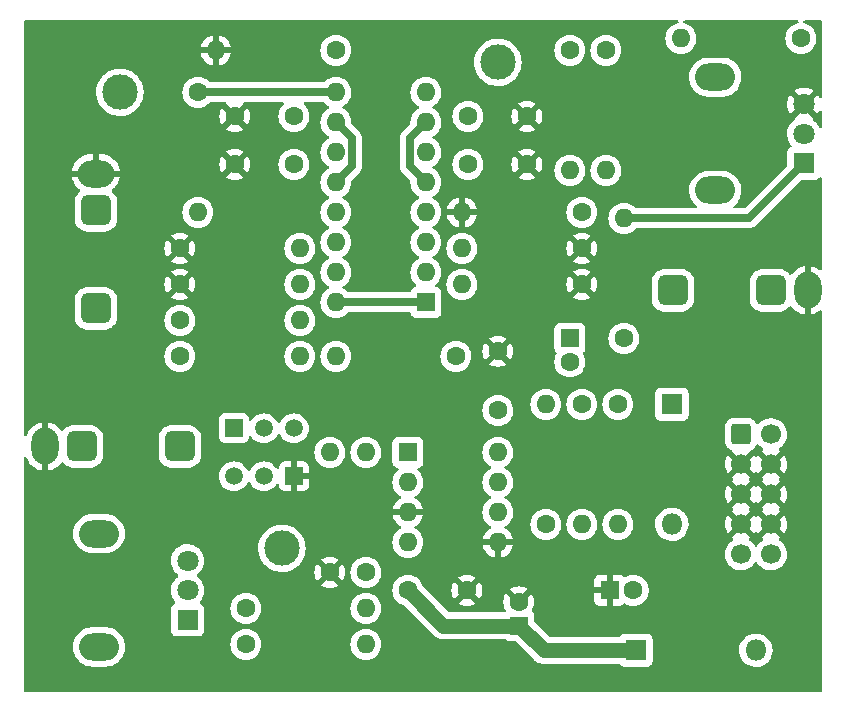
<source format=gbl>
%TF.GenerationSoftware,KiCad,Pcbnew,(6.0.0-0)*%
%TF.CreationDate,2022-05-15T09:39:35+01:00*%
%TF.ProjectId,example-lowpass-filter,6578616d-706c-4652-9d6c-6f7770617373,r01*%
%TF.SameCoordinates,Original*%
%TF.FileFunction,Copper,L2,Bot*%
%TF.FilePolarity,Positive*%
%FSLAX46Y46*%
G04 Gerber Fmt 4.6, Leading zero omitted, Abs format (unit mm)*
G04 Created by KiCad (PCBNEW (6.0.0-0)) date 2022-05-15 09:39:35*
%MOMM*%
%LPD*%
G01*
G04 APERTURE LIST*
G04 Aperture macros list*
%AMRoundRect*
0 Rectangle with rounded corners*
0 $1 Rounding radius*
0 $2 $3 $4 $5 $6 $7 $8 $9 X,Y pos of 4 corners*
0 Add a 4 corners polygon primitive as box body*
4,1,4,$2,$3,$4,$5,$6,$7,$8,$9,$2,$3,0*
0 Add four circle primitives for the rounded corners*
1,1,$1+$1,$2,$3*
1,1,$1+$1,$4,$5*
1,1,$1+$1,$6,$7*
1,1,$1+$1,$8,$9*
0 Add four rect primitives between the rounded corners*
20,1,$1+$1,$2,$3,$4,$5,0*
20,1,$1+$1,$4,$5,$6,$7,0*
20,1,$1+$1,$6,$7,$8,$9,0*
20,1,$1+$1,$8,$9,$2,$3,0*%
G04 Aperture macros list end*
%TA.AperFunction,ComponentPad*%
%ADD10O,3.400000X2.300000*%
%TD*%
%TA.AperFunction,ComponentPad*%
%ADD11R,1.800000X1.800000*%
%TD*%
%TA.AperFunction,ComponentPad*%
%ADD12C,1.800000*%
%TD*%
%TA.AperFunction,ComponentPad*%
%ADD13C,1.600000*%
%TD*%
%TA.AperFunction,ComponentPad*%
%ADD14O,1.600000X1.600000*%
%TD*%
%TA.AperFunction,ComponentPad*%
%ADD15O,2.300000X3.100000*%
%TD*%
%TA.AperFunction,ComponentPad*%
%ADD16RoundRect,0.650000X-0.650000X0.650000X-0.650000X-0.650000X0.650000X-0.650000X0.650000X0.650000X0*%
%TD*%
%TA.AperFunction,ComponentPad*%
%ADD17RoundRect,0.650000X0.650000X-0.650000X0.650000X0.650000X-0.650000X0.650000X-0.650000X-0.650000X0*%
%TD*%
%TA.AperFunction,ComponentPad*%
%ADD18R,1.600000X1.600000*%
%TD*%
%TA.AperFunction,ComponentPad*%
%ADD19O,3.100000X2.300000*%
%TD*%
%TA.AperFunction,ComponentPad*%
%ADD20RoundRect,0.650000X0.650000X0.650000X-0.650000X0.650000X-0.650000X-0.650000X0.650000X-0.650000X0*%
%TD*%
%TA.AperFunction,ComponentPad*%
%ADD21R,1.500000X1.500000*%
%TD*%
%TA.AperFunction,ComponentPad*%
%ADD22C,1.500000*%
%TD*%
%TA.AperFunction,ComponentPad*%
%ADD23C,3.000000*%
%TD*%
%TA.AperFunction,ComponentPad*%
%ADD24O,1.800000X1.800000*%
%TD*%
%TA.AperFunction,ComponentPad*%
%ADD25RoundRect,0.250000X-0.600000X-0.600000X0.600000X-0.600000X0.600000X0.600000X-0.600000X0.600000X0*%
%TD*%
%TA.AperFunction,ComponentPad*%
%ADD26C,1.700000*%
%TD*%
%TA.AperFunction,Conductor*%
%ADD27C,0.635000*%
%TD*%
%TA.AperFunction,Conductor*%
%ADD28C,1.270000*%
%TD*%
G04 APERTURE END LIST*
D10*
%TO.P,RV2,*%
%TO.N,*%
X152012000Y-64196000D03*
X152012000Y-54596000D03*
D11*
%TO.P,RV2,1,1*%
%TO.N,Net-(R20-Pad2)*%
X159512000Y-61896000D03*
D12*
%TO.P,RV2,2,2*%
%TO.N,Net-(R21-Pad1)*%
X159512000Y-59396000D03*
%TO.P,RV2,3,3*%
%TO.N,GND*%
X159512000Y-56896000D03*
%TD*%
D13*
%TO.P,R21,1*%
%TO.N,Net-(R21-Pad1)*%
X159258000Y-51308000D03*
D14*
%TO.P,R21,2*%
%TO.N,/FEEDBACK*%
X149098000Y-51308000D03*
%TD*%
D13*
%TO.P,R20,1*%
%TO.N,Net-(R15-Pad1)*%
X144272000Y-76708000D03*
D14*
%TO.P,R20,2*%
%TO.N,Net-(R20-Pad2)*%
X144272000Y-66548000D03*
%TD*%
D15*
%TO.P,J2,S*%
%TO.N,GND*%
X95280000Y-85852000D03*
D16*
%TO.P,J2,T*%
%TO.N,Net-(J2-PadT)*%
X106680000Y-85852000D03*
%TO.P,J2,TN*%
%TO.N,unconnected-(J2-PadTN)*%
X98380000Y-85852000D03*
%TD*%
D13*
%TO.P,R13,1*%
%TO.N,GND*%
X140716000Y-72136000D03*
D14*
%TO.P,R13,2*%
%TO.N,Net-(R12-Pad2)*%
X130556000Y-72136000D03*
%TD*%
D15*
%TO.P,J4,S*%
%TO.N,GND*%
X159818000Y-72644000D03*
D17*
%TO.P,J4,T*%
%TO.N,Net-(J4-PadT)*%
X148418000Y-72644000D03*
%TO.P,J4,TN*%
%TO.N,unconnected-(J4-PadTN)*%
X156718000Y-72644000D03*
%TD*%
D18*
%TO.P,C4,1*%
%TO.N,+12V*%
X135382000Y-101031113D03*
D13*
%TO.P,C4,2*%
%TO.N,GND*%
X135382000Y-99031113D03*
%TD*%
D19*
%TO.P,J1,S*%
%TO.N,GND*%
X99568000Y-62768000D03*
D20*
%TO.P,J1,T*%
%TO.N,Net-(J1-PadT)*%
X99568000Y-74168000D03*
%TO.P,J1,TN*%
%TO.N,unconnected-(J1-PadTN)*%
X99568000Y-65868000D03*
%TD*%
D18*
%TO.P,C3,1*%
%TO.N,Net-(R15-Pad1)*%
X139700000Y-76708000D03*
D13*
%TO.P,C3,2*%
%TO.N,Net-(R17-Pad2)*%
X139700000Y-78708000D03*
%TD*%
%TO.P,R14,1*%
%TO.N,GND*%
X140716000Y-69088000D03*
D14*
%TO.P,R14,2*%
%TO.N,Net-(R14-Pad2)*%
X130556000Y-69088000D03*
%TD*%
D13*
%TO.P,R3,1*%
%TO.N,GND*%
X106680000Y-72136000D03*
D14*
%TO.P,R3,2*%
%TO.N,Net-(R1-Pad2)*%
X116840000Y-72136000D03*
%TD*%
D13*
%TO.P,R9,1*%
%TO.N,-12V*%
X130048000Y-78232000D03*
D14*
%TO.P,R9,2*%
%TO.N,Net-(Q1-Pad1)*%
X119888000Y-78232000D03*
%TD*%
D13*
%TO.P,R17,1*%
%TO.N,Net-(R17-Pad1)*%
X137668000Y-92456000D03*
D14*
%TO.P,R17,2*%
%TO.N,Net-(R17-Pad2)*%
X137668000Y-82296000D03*
%TD*%
D13*
%TO.P,R11,1*%
%TO.N,Net-(Q2-Pad3)*%
X106680000Y-78232000D03*
D14*
%TO.P,R11,2*%
%TO.N,Net-(R11-Pad2)*%
X116840000Y-78232000D03*
%TD*%
D13*
%TO.P,C8,1*%
%TO.N,+12V*%
X125984000Y-98044000D03*
%TO.P,C8,2*%
%TO.N,GND*%
X130984000Y-98044000D03*
%TD*%
D21*
%TO.P,Q1,1,E*%
%TO.N,Net-(Q1-Pad1)*%
X111252000Y-84328000D03*
D22*
%TO.P,Q1,2,B*%
%TO.N,Net-(Q1-Pad2)*%
X113792000Y-84328000D03*
%TO.P,Q1,3,C*%
%TO.N,+12V*%
X116332000Y-84328000D03*
%TD*%
D23*
%TO.P,TP1,1,1*%
%TO.N,Net-(R10-Pad1)*%
X101600000Y-55880000D03*
%TD*%
D10*
%TO.P,RV1,*%
%TO.N,*%
X99825000Y-93244000D03*
X99825000Y-102844000D03*
D11*
%TO.P,RV1,1,1*%
%TO.N,-12V*%
X107325000Y-100544000D03*
D12*
%TO.P,RV1,2,2*%
%TO.N,Net-(R4-Pad1)*%
X107325000Y-98044000D03*
%TO.P,RV1,3,3*%
%TO.N,+12V*%
X107325000Y-95544000D03*
%TD*%
D13*
%TO.P,R7,1*%
%TO.N,Net-(R10-Pad1)*%
X108204000Y-55880000D03*
D14*
%TO.P,R7,2*%
%TO.N,/FEEDBACK*%
X108204000Y-66040000D03*
%TD*%
D13*
%TO.P,R15,1*%
%TO.N,Net-(R15-Pad1)*%
X139700000Y-52324000D03*
D14*
%TO.P,R15,2*%
%TO.N,Net-(R14-Pad2)*%
X139700000Y-62484000D03*
%TD*%
D13*
%TO.P,R4,1*%
%TO.N,Net-(R4-Pad1)*%
X112268000Y-102616000D03*
D14*
%TO.P,R4,2*%
%TO.N,Net-(R2-Pad2)*%
X122428000Y-102616000D03*
%TD*%
D21*
%TO.P,Q2,1,E*%
%TO.N,GND*%
X116332000Y-88392000D03*
D22*
%TO.P,Q2,2,B*%
%TO.N,Net-(Q1-Pad1)*%
X113792000Y-88392000D03*
%TO.P,Q2,3,C*%
%TO.N,Net-(Q2-Pad3)*%
X111252000Y-88392000D03*
%TD*%
D11*
%TO.P,D2,1,K*%
%TO.N,Net-(D2-Pad1)*%
X148336000Y-82296000D03*
D24*
%TO.P,D2,2,A*%
%TO.N,-12V*%
X148336000Y-92456000D03*
%TD*%
D23*
%TO.P,TP3,1,1*%
%TO.N,Net-(R15-Pad1)*%
X133604000Y-53340000D03*
%TD*%
D13*
%TO.P,C7,1*%
%TO.N,GND*%
X136064000Y-61976000D03*
%TO.P,C7,2*%
%TO.N,-12V*%
X131064000Y-61976000D03*
%TD*%
%TO.P,C1,1*%
%TO.N,Net-(C1-Pad1)*%
X116332000Y-57912000D03*
%TO.P,C1,2*%
%TO.N,GND*%
X111332000Y-57912000D03*
%TD*%
%TO.P,R6,1*%
%TO.N,Net-(R2-Pad2)*%
X122428000Y-96520000D03*
D14*
%TO.P,R6,2*%
%TO.N,Net-(Q1-Pad2)*%
X122428000Y-86360000D03*
%TD*%
D13*
%TO.P,R8,1*%
%TO.N,GND*%
X119380000Y-96520000D03*
D14*
%TO.P,R8,2*%
%TO.N,Net-(Q1-Pad2)*%
X119380000Y-86360000D03*
%TD*%
D13*
%TO.P,R2,1*%
%TO.N,Net-(J2-PadT)*%
X112268000Y-99568000D03*
D14*
%TO.P,R2,2*%
%TO.N,Net-(R2-Pad2)*%
X122428000Y-99568000D03*
%TD*%
D18*
%TO.P,U1,1*%
%TO.N,Net-(R11-Pad2)*%
X127508000Y-73660000D03*
D14*
%TO.P,U1,2,DIODE_BIAS*%
%TO.N,unconnected-(U1-Pad2)*%
X127508000Y-71120000D03*
%TO.P,U1,3,+*%
%TO.N,Net-(R12-Pad2)*%
X127508000Y-68580000D03*
%TO.P,U1,4,-*%
%TO.N,Net-(R14-Pad2)*%
X127508000Y-66040000D03*
%TO.P,U1,5*%
%TO.N,Net-(C2-Pad1)*%
X127508000Y-63500000D03*
%TO.P,U1,6,V-*%
%TO.N,-12V*%
X127508000Y-60960000D03*
%TO.P,U1,7*%
%TO.N,Net-(C2-Pad1)*%
X127508000Y-58420000D03*
%TO.P,U1,8*%
%TO.N,Net-(R15-Pad1)*%
X127508000Y-55880000D03*
%TO.P,U1,9*%
%TO.N,Net-(R10-Pad1)*%
X119888000Y-55880000D03*
%TO.P,U1,10*%
%TO.N,Net-(C1-Pad1)*%
X119888000Y-58420000D03*
%TO.P,U1,11,V+*%
%TO.N,+12V*%
X119888000Y-60960000D03*
%TO.P,U1,12*%
%TO.N,Net-(C1-Pad1)*%
X119888000Y-63500000D03*
%TO.P,U1,13,-*%
%TO.N,/FEEDBACK*%
X119888000Y-66040000D03*
%TO.P,U1,14,+*%
%TO.N,Net-(R1-Pad2)*%
X119888000Y-68580000D03*
%TO.P,U1,15,DIODE_BIAS*%
%TO.N,unconnected-(U1-Pad15)*%
X119888000Y-71120000D03*
%TO.P,U1,16*%
%TO.N,Net-(R11-Pad2)*%
X119888000Y-73660000D03*
%TD*%
D13*
%TO.P,C9,1*%
%TO.N,GND*%
X133604000Y-77804000D03*
%TO.P,C9,2*%
%TO.N,-12V*%
X133604000Y-82804000D03*
%TD*%
%TO.P,R10,1*%
%TO.N,Net-(R10-Pad1)*%
X119888000Y-52324000D03*
D14*
%TO.P,R10,2*%
%TO.N,GND*%
X109728000Y-52324000D03*
%TD*%
D25*
%TO.P,J3,1,-12V*%
%TO.N,Net-(D2-Pad1)*%
X154178000Y-84836000D03*
D26*
%TO.P,J3,2,-12V*%
X156718000Y-84836000D03*
%TO.P,J3,3,GND*%
%TO.N,GND*%
X154178000Y-87376000D03*
%TO.P,J3,4,GND*%
X156718000Y-87376000D03*
%TO.P,J3,5,GND*%
X154178000Y-89916000D03*
%TO.P,J3,6,GND*%
X156718000Y-89916000D03*
%TO.P,J3,7,GND*%
X154178000Y-92456000D03*
%TO.P,J3,8,GND*%
X156718000Y-92456000D03*
%TO.P,J3,9,+12V*%
%TO.N,Net-(D1-Pad2)*%
X154178000Y-94996000D03*
%TO.P,J3,10,+12V*%
X156718000Y-94996000D03*
%TD*%
D11*
%TO.P,D1,1,K*%
%TO.N,+12V*%
X145288000Y-103124000D03*
D24*
%TO.P,D1,2,A*%
%TO.N,Net-(D1-Pad2)*%
X155448000Y-103124000D03*
%TD*%
D13*
%TO.P,C2,1*%
%TO.N,Net-(C2-Pad1)*%
X131064000Y-57912000D03*
%TO.P,C2,2*%
%TO.N,GND*%
X136064000Y-57912000D03*
%TD*%
D23*
%TO.P,TP2,1,1*%
%TO.N,Net-(Q2-Pad3)*%
X115316000Y-94488000D03*
%TD*%
D13*
%TO.P,R1,1*%
%TO.N,Net-(J1-PadT)*%
X106680000Y-75184000D03*
D14*
%TO.P,R1,2*%
%TO.N,Net-(R1-Pad2)*%
X116840000Y-75184000D03*
%TD*%
D13*
%TO.P,R16,1*%
%TO.N,Net-(R15-Pad1)*%
X140716000Y-66040000D03*
D14*
%TO.P,R16,2*%
%TO.N,GND*%
X130556000Y-66040000D03*
%TD*%
D13*
%TO.P,R12,1*%
%TO.N,Net-(R10-Pad1)*%
X142748000Y-52324000D03*
D14*
%TO.P,R12,2*%
%TO.N,Net-(R12-Pad2)*%
X142748000Y-62484000D03*
%TD*%
D13*
%TO.P,C6,1*%
%TO.N,+12V*%
X116332000Y-61976000D03*
%TO.P,C6,2*%
%TO.N,GND*%
X111332000Y-61976000D03*
%TD*%
%TO.P,R18,1*%
%TO.N,Net-(J4-PadT)*%
X140716000Y-82296000D03*
D14*
%TO.P,R18,2*%
%TO.N,Net-(R17-Pad1)*%
X140716000Y-92456000D03*
%TD*%
D13*
%TO.P,R19,1*%
%TO.N,Net-(J4-PadT)*%
X143764000Y-82296000D03*
D14*
%TO.P,R19,2*%
%TO.N,Net-(R19-Pad2)*%
X143764000Y-92456000D03*
%TD*%
D13*
%TO.P,R5,1*%
%TO.N,GND*%
X106680000Y-69088000D03*
D14*
%TO.P,R5,2*%
%TO.N,/FEEDBACK*%
X116840000Y-69088000D03*
%TD*%
D18*
%TO.P,C5,1*%
%TO.N,GND*%
X143062888Y-98044000D03*
D13*
%TO.P,C5,2*%
%TO.N,-12V*%
X145062888Y-98044000D03*
%TD*%
D18*
%TO.P,U2,1*%
%TO.N,Net-(Q1-Pad2)*%
X125984000Y-86360000D03*
D14*
%TO.P,U2,2,-*%
%TO.N,Net-(R2-Pad2)*%
X125984000Y-88900000D03*
%TO.P,U2,3,+*%
%TO.N,GND*%
X125984000Y-91440000D03*
%TO.P,U2,4,V-*%
%TO.N,+12V*%
X125984000Y-93980000D03*
%TO.P,U2,5,+*%
%TO.N,GND*%
X133604000Y-93980000D03*
%TO.P,U2,6,-*%
%TO.N,Net-(R17-Pad1)*%
X133604000Y-91440000D03*
%TO.P,U2,7*%
%TO.N,Net-(R19-Pad2)*%
X133604000Y-88900000D03*
%TO.P,U2,8,V+*%
%TO.N,-12V*%
X133604000Y-86360000D03*
%TD*%
D27*
%TO.N,Net-(R20-Pad2)*%
X144272000Y-66548000D02*
X154860000Y-66548000D01*
X154860000Y-66548000D02*
X159512000Y-61896000D01*
D28*
%TO.N,+12V*%
X135382000Y-101031113D02*
X128971113Y-101031113D01*
X128971113Y-101031113D02*
X125984000Y-98044000D01*
X145288000Y-103124000D02*
X137474887Y-103124000D01*
X137474887Y-103124000D02*
X135382000Y-101031113D01*
D27*
%TO.N,Net-(C1-Pad1)*%
X121259011Y-62128989D02*
X121259011Y-59791011D01*
X121259011Y-59791011D02*
X119888000Y-58420000D01*
X119888000Y-63500000D02*
X121259011Y-62128989D01*
%TO.N,Net-(C2-Pad1)*%
X127508000Y-63500000D02*
X126136989Y-62128989D01*
X126136989Y-59791011D02*
X127508000Y-58420000D01*
X126136989Y-62128989D02*
X126136989Y-59791011D01*
%TO.N,Net-(R10-Pad1)*%
X108204000Y-55880000D02*
X119888000Y-55880000D01*
%TO.N,Net-(R11-Pad2)*%
X119888000Y-73660000D02*
X127508000Y-73660000D01*
%TD*%
%TA.AperFunction,Conductor*%
%TO.N,GND*%
G36*
X148841046Y-49804002D02*
G01*
X148887539Y-49857658D01*
X148897643Y-49927932D01*
X148868149Y-49992512D01*
X148805536Y-50031707D01*
X148654067Y-50072293D01*
X148654065Y-50072294D01*
X148648757Y-50073716D01*
X148643776Y-50076039D01*
X148643775Y-50076039D01*
X148446238Y-50168151D01*
X148446233Y-50168154D01*
X148441251Y-50170477D01*
X148336389Y-50243902D01*
X148258211Y-50298643D01*
X148258208Y-50298645D01*
X148253700Y-50301802D01*
X148091802Y-50463700D01*
X147960477Y-50651251D01*
X147958154Y-50656233D01*
X147958151Y-50656238D01*
X147866039Y-50853775D01*
X147863716Y-50858757D01*
X147862294Y-50864065D01*
X147862293Y-50864067D01*
X147814481Y-51042502D01*
X147804457Y-51079913D01*
X147784502Y-51308000D01*
X147804457Y-51536087D01*
X147805881Y-51541400D01*
X147805881Y-51541402D01*
X147845578Y-51689550D01*
X147863716Y-51757243D01*
X147866039Y-51762224D01*
X147866039Y-51762225D01*
X147958151Y-51959762D01*
X147958154Y-51959767D01*
X147960477Y-51964749D01*
X148021923Y-52052503D01*
X148038770Y-52076562D01*
X148091802Y-52152300D01*
X148253700Y-52314198D01*
X148258208Y-52317355D01*
X148258211Y-52317357D01*
X148336389Y-52372098D01*
X148441251Y-52445523D01*
X148446233Y-52447846D01*
X148446238Y-52447849D01*
X148643775Y-52539961D01*
X148648757Y-52542284D01*
X148654065Y-52543706D01*
X148654067Y-52543707D01*
X148864598Y-52600119D01*
X148864600Y-52600119D01*
X148869913Y-52601543D01*
X149098000Y-52621498D01*
X149326087Y-52601543D01*
X149331400Y-52600119D01*
X149331402Y-52600119D01*
X149541933Y-52543707D01*
X149541935Y-52543706D01*
X149547243Y-52542284D01*
X149552225Y-52539961D01*
X149749762Y-52447849D01*
X149749767Y-52447846D01*
X149754749Y-52445523D01*
X149859611Y-52372098D01*
X149937789Y-52317357D01*
X149937792Y-52317355D01*
X149942300Y-52314198D01*
X150104198Y-52152300D01*
X150157231Y-52076562D01*
X150174077Y-52052503D01*
X150235523Y-51964749D01*
X150237846Y-51959767D01*
X150237849Y-51959762D01*
X150329961Y-51762225D01*
X150329961Y-51762224D01*
X150332284Y-51757243D01*
X150350423Y-51689550D01*
X150390119Y-51541402D01*
X150390119Y-51541400D01*
X150391543Y-51536087D01*
X150411498Y-51308000D01*
X150391543Y-51079913D01*
X150381519Y-51042502D01*
X150333707Y-50864067D01*
X150333706Y-50864065D01*
X150332284Y-50858757D01*
X150329961Y-50853775D01*
X150237849Y-50656238D01*
X150237846Y-50656233D01*
X150235523Y-50651251D01*
X150104198Y-50463700D01*
X149942300Y-50301802D01*
X149937792Y-50298645D01*
X149937789Y-50298643D01*
X149859611Y-50243902D01*
X149754749Y-50170477D01*
X149749767Y-50168154D01*
X149749762Y-50168151D01*
X149552225Y-50076039D01*
X149552224Y-50076039D01*
X149547243Y-50073716D01*
X149541935Y-50072294D01*
X149541933Y-50072293D01*
X149390464Y-50031707D01*
X149329841Y-49994755D01*
X149298820Y-49930894D01*
X149307248Y-49860400D01*
X149352451Y-49805653D01*
X149423075Y-49784000D01*
X158932925Y-49784000D01*
X159001046Y-49804002D01*
X159047539Y-49857658D01*
X159057643Y-49927932D01*
X159028149Y-49992512D01*
X158965536Y-50031707D01*
X158814067Y-50072293D01*
X158814065Y-50072294D01*
X158808757Y-50073716D01*
X158803776Y-50076039D01*
X158803775Y-50076039D01*
X158606238Y-50168151D01*
X158606233Y-50168154D01*
X158601251Y-50170477D01*
X158496389Y-50243902D01*
X158418211Y-50298643D01*
X158418208Y-50298645D01*
X158413700Y-50301802D01*
X158251802Y-50463700D01*
X158120477Y-50651251D01*
X158118154Y-50656233D01*
X158118151Y-50656238D01*
X158026039Y-50853775D01*
X158023716Y-50858757D01*
X158022294Y-50864065D01*
X158022293Y-50864067D01*
X157974481Y-51042502D01*
X157964457Y-51079913D01*
X157944502Y-51308000D01*
X157964457Y-51536087D01*
X157965881Y-51541400D01*
X157965881Y-51541402D01*
X158005578Y-51689550D01*
X158023716Y-51757243D01*
X158026039Y-51762224D01*
X158026039Y-51762225D01*
X158118151Y-51959762D01*
X158118154Y-51959767D01*
X158120477Y-51964749D01*
X158181923Y-52052503D01*
X158198770Y-52076562D01*
X158251802Y-52152300D01*
X158413700Y-52314198D01*
X158418208Y-52317355D01*
X158418211Y-52317357D01*
X158496389Y-52372098D01*
X158601251Y-52445523D01*
X158606233Y-52447846D01*
X158606238Y-52447849D01*
X158803775Y-52539961D01*
X158808757Y-52542284D01*
X158814065Y-52543706D01*
X158814067Y-52543707D01*
X159024598Y-52600119D01*
X159024600Y-52600119D01*
X159029913Y-52601543D01*
X159258000Y-52621498D01*
X159486087Y-52601543D01*
X159491400Y-52600119D01*
X159491402Y-52600119D01*
X159701933Y-52543707D01*
X159701935Y-52543706D01*
X159707243Y-52542284D01*
X159712225Y-52539961D01*
X159909762Y-52447849D01*
X159909767Y-52447846D01*
X159914749Y-52445523D01*
X160019611Y-52372098D01*
X160097789Y-52317357D01*
X160097792Y-52317355D01*
X160102300Y-52314198D01*
X160264198Y-52152300D01*
X160317231Y-52076562D01*
X160334077Y-52052503D01*
X160395523Y-51964749D01*
X160397846Y-51959767D01*
X160397849Y-51959762D01*
X160489961Y-51762225D01*
X160489961Y-51762224D01*
X160492284Y-51757243D01*
X160510423Y-51689550D01*
X160550119Y-51541402D01*
X160550119Y-51541400D01*
X160551543Y-51536087D01*
X160571498Y-51308000D01*
X160551543Y-51079913D01*
X160541519Y-51042502D01*
X160493707Y-50864067D01*
X160493706Y-50864065D01*
X160492284Y-50858757D01*
X160489961Y-50853775D01*
X160397849Y-50656238D01*
X160397846Y-50656233D01*
X160395523Y-50651251D01*
X160264198Y-50463700D01*
X160102300Y-50301802D01*
X160097792Y-50298645D01*
X160097789Y-50298643D01*
X160019611Y-50243902D01*
X159914749Y-50170477D01*
X159909767Y-50168154D01*
X159909762Y-50168151D01*
X159712225Y-50076039D01*
X159712224Y-50076039D01*
X159707243Y-50073716D01*
X159701935Y-50072294D01*
X159701933Y-50072293D01*
X159550464Y-50031707D01*
X159489841Y-49994755D01*
X159458820Y-49930894D01*
X159467248Y-49860400D01*
X159512451Y-49805653D01*
X159583075Y-49784000D01*
X160910000Y-49784000D01*
X160978121Y-49804002D01*
X161024614Y-49857658D01*
X161036000Y-49910000D01*
X161036000Y-56263961D01*
X161015998Y-56332082D01*
X160962342Y-56378575D01*
X160892068Y-56388679D01*
X160827488Y-56359185D01*
X160794451Y-56314204D01*
X160759193Y-56233118D01*
X160754315Y-56224020D01*
X160681224Y-56111038D01*
X160670538Y-56101835D01*
X160660973Y-56106238D01*
X159884021Y-56883189D01*
X159876408Y-56897132D01*
X159876539Y-56898966D01*
X159880790Y-56905580D01*
X160658307Y-57683096D01*
X160670313Y-57689652D01*
X160682052Y-57680684D01*
X160720010Y-57627859D01*
X160725321Y-57619020D01*
X160797043Y-57473901D01*
X160845157Y-57421694D01*
X160913858Y-57403787D01*
X160981334Y-57425865D01*
X161026162Y-57480919D01*
X161036000Y-57529728D01*
X161036000Y-58762707D01*
X161015998Y-58830828D01*
X160962342Y-58877321D01*
X160892068Y-58887425D01*
X160827488Y-58857931D01*
X160794450Y-58812949D01*
X160759630Y-58732868D01*
X160759628Y-58732865D01*
X160757570Y-58728131D01*
X160631764Y-58533665D01*
X160596705Y-58495135D01*
X160523355Y-58414525D01*
X160475887Y-58362358D01*
X160471836Y-58359159D01*
X160471832Y-58359155D01*
X160320295Y-58239479D01*
X160279232Y-58181562D01*
X160276000Y-58110639D01*
X160299282Y-58062788D01*
X160305496Y-58054873D01*
X160298510Y-58041721D01*
X159524811Y-57268021D01*
X159510868Y-57260408D01*
X159509034Y-57260539D01*
X159502420Y-57264790D01*
X158722180Y-58045031D01*
X158715423Y-58057405D01*
X158724016Y-58068884D01*
X158748827Y-58135404D01*
X158733736Y-58204779D01*
X158698801Y-58245154D01*
X158577790Y-58336012D01*
X158573655Y-58339117D01*
X158413639Y-58506564D01*
X158410725Y-58510836D01*
X158410724Y-58510837D01*
X158374792Y-58563511D01*
X158283119Y-58697899D01*
X158185602Y-58907981D01*
X158123707Y-59131169D01*
X158099095Y-59361469D01*
X158099392Y-59366622D01*
X158099392Y-59366625D01*
X158103767Y-59442500D01*
X158112427Y-59592697D01*
X158113564Y-59597743D01*
X158113565Y-59597749D01*
X158137879Y-59705638D01*
X158163346Y-59818642D01*
X158165288Y-59823424D01*
X158165289Y-59823428D01*
X158207342Y-59926992D01*
X158250484Y-60033237D01*
X158371501Y-60230719D01*
X158374882Y-60234622D01*
X158457149Y-60329594D01*
X158486631Y-60394179D01*
X158476516Y-60464452D01*
X158430015Y-60518100D01*
X158406139Y-60530073D01*
X158373707Y-60542231D01*
X158373704Y-60542233D01*
X158365295Y-60545385D01*
X158248739Y-60632739D01*
X158161385Y-60749295D01*
X158110255Y-60885684D01*
X158103500Y-60947866D01*
X158103500Y-62084169D01*
X158083498Y-62152290D01*
X158066595Y-62173264D01*
X154554765Y-65685095D01*
X154492453Y-65719121D01*
X154465670Y-65722000D01*
X153670527Y-65722000D01*
X153602406Y-65701998D01*
X153555913Y-65648342D01*
X153545809Y-65578068D01*
X153575303Y-65513488D01*
X153588697Y-65500189D01*
X153734601Y-65375576D01*
X153738363Y-65372363D01*
X153907903Y-65173856D01*
X154044303Y-64951271D01*
X154063027Y-64906069D01*
X154142310Y-64714662D01*
X154142311Y-64714660D01*
X154144204Y-64710089D01*
X154192396Y-64509357D01*
X154203991Y-64461062D01*
X154203992Y-64461056D01*
X154205146Y-64456249D01*
X154225628Y-64196000D01*
X154205146Y-63935751D01*
X154203992Y-63930944D01*
X154203991Y-63930938D01*
X154145359Y-63686723D01*
X154144204Y-63681911D01*
X154120154Y-63623849D01*
X154046198Y-63445303D01*
X154046196Y-63445299D01*
X154044303Y-63440729D01*
X153907903Y-63218144D01*
X153738363Y-63019637D01*
X153539856Y-62850097D01*
X153317271Y-62713697D01*
X153312701Y-62711804D01*
X153312697Y-62711802D01*
X153080662Y-62615690D01*
X153080660Y-62615689D01*
X153076089Y-62613796D01*
X152943471Y-62581957D01*
X152827062Y-62554009D01*
X152827056Y-62554008D01*
X152822249Y-62552854D01*
X152731116Y-62545682D01*
X152629615Y-62537693D01*
X152629606Y-62537693D01*
X152627158Y-62537500D01*
X151396842Y-62537500D01*
X151394394Y-62537693D01*
X151394385Y-62537693D01*
X151292884Y-62545682D01*
X151201751Y-62552854D01*
X151196944Y-62554008D01*
X151196938Y-62554009D01*
X151080529Y-62581957D01*
X150947911Y-62613796D01*
X150943340Y-62615689D01*
X150943338Y-62615690D01*
X150711303Y-62711802D01*
X150711299Y-62711804D01*
X150706729Y-62713697D01*
X150484144Y-62850097D01*
X150285637Y-63019637D01*
X150116097Y-63218144D01*
X149979697Y-63440729D01*
X149977804Y-63445299D01*
X149977802Y-63445303D01*
X149903846Y-63623849D01*
X149879796Y-63681911D01*
X149878641Y-63686723D01*
X149820009Y-63930938D01*
X149820008Y-63930944D01*
X149818854Y-63935751D01*
X149798372Y-64196000D01*
X149818854Y-64456249D01*
X149820008Y-64461056D01*
X149820009Y-64461062D01*
X149831604Y-64509357D01*
X149879796Y-64710089D01*
X149881689Y-64714660D01*
X149881690Y-64714662D01*
X149960974Y-64906069D01*
X149979697Y-64951271D01*
X150116097Y-65173856D01*
X150285637Y-65372363D01*
X150289399Y-65375576D01*
X150435303Y-65500189D01*
X150474112Y-65559639D01*
X150474620Y-65630634D01*
X150436664Y-65690633D01*
X150372295Y-65720586D01*
X150353473Y-65722000D01*
X145348688Y-65722000D01*
X145280567Y-65701998D01*
X145259593Y-65685095D01*
X145116300Y-65541802D01*
X145111792Y-65538645D01*
X145111789Y-65538643D01*
X145033611Y-65483902D01*
X144928749Y-65410477D01*
X144923767Y-65408154D01*
X144923762Y-65408151D01*
X144726225Y-65316039D01*
X144726224Y-65316039D01*
X144721243Y-65313716D01*
X144715935Y-65312294D01*
X144715933Y-65312293D01*
X144505402Y-65255881D01*
X144505400Y-65255881D01*
X144500087Y-65254457D01*
X144272000Y-65234502D01*
X144043913Y-65254457D01*
X144038600Y-65255881D01*
X144038598Y-65255881D01*
X143828067Y-65312293D01*
X143828065Y-65312294D01*
X143822757Y-65313716D01*
X143817776Y-65316039D01*
X143817775Y-65316039D01*
X143620238Y-65408151D01*
X143620233Y-65408154D01*
X143615251Y-65410477D01*
X143510389Y-65483902D01*
X143432211Y-65538643D01*
X143432208Y-65538645D01*
X143427700Y-65541802D01*
X143265802Y-65703700D01*
X143134477Y-65891251D01*
X143132154Y-65896233D01*
X143132151Y-65896238D01*
X143040039Y-66093775D01*
X143037716Y-66098757D01*
X142978457Y-66319913D01*
X142958502Y-66548000D01*
X142978457Y-66776087D01*
X143037716Y-66997243D01*
X143040039Y-67002224D01*
X143040039Y-67002225D01*
X143132151Y-67199762D01*
X143132154Y-67199767D01*
X143134477Y-67204749D01*
X143199002Y-67296900D01*
X143256461Y-67378959D01*
X143265802Y-67392300D01*
X143427700Y-67554198D01*
X143432208Y-67557355D01*
X143432211Y-67557357D01*
X143510389Y-67612098D01*
X143615251Y-67685523D01*
X143620233Y-67687846D01*
X143620238Y-67687849D01*
X143808172Y-67775483D01*
X143822757Y-67782284D01*
X143828065Y-67783706D01*
X143828067Y-67783707D01*
X144038598Y-67840119D01*
X144038600Y-67840119D01*
X144043913Y-67841543D01*
X144272000Y-67861498D01*
X144500087Y-67841543D01*
X144505400Y-67840119D01*
X144505402Y-67840119D01*
X144715933Y-67783707D01*
X144715935Y-67783706D01*
X144721243Y-67782284D01*
X144735828Y-67775483D01*
X144923762Y-67687849D01*
X144923767Y-67687846D01*
X144928749Y-67685523D01*
X145033611Y-67612098D01*
X145111789Y-67557357D01*
X145111792Y-67557355D01*
X145116300Y-67554198D01*
X145259593Y-67410905D01*
X145321905Y-67376879D01*
X145348688Y-67374000D01*
X154819967Y-67374000D01*
X154830512Y-67374442D01*
X154880300Y-67378623D01*
X154957743Y-67368289D01*
X154960743Y-67367927D01*
X155002498Y-67363391D01*
X155031634Y-67360226D01*
X155031636Y-67360226D01*
X155038417Y-67359489D01*
X155044883Y-67357313D01*
X155047233Y-67356796D01*
X155047783Y-67356699D01*
X155048550Y-67356520D01*
X155049085Y-67356365D01*
X155051432Y-67355789D01*
X155058190Y-67354887D01*
X155131542Y-67328189D01*
X155134443Y-67327174D01*
X155202039Y-67304425D01*
X155202046Y-67304422D01*
X155208511Y-67302246D01*
X155214360Y-67298731D01*
X155216553Y-67297718D01*
X155217068Y-67297506D01*
X155217766Y-67297173D01*
X155218267Y-67296900D01*
X155220421Y-67295840D01*
X155226834Y-67293506D01*
X155292802Y-67251641D01*
X155295394Y-67250041D01*
X155356502Y-67213324D01*
X155362344Y-67209814D01*
X155367295Y-67205133D01*
X155369231Y-67203663D01*
X155370162Y-67203015D01*
X155373996Y-67200115D01*
X155378364Y-67197343D01*
X155382464Y-67193677D01*
X155434387Y-67141754D01*
X155436909Y-67139301D01*
X155487782Y-67091193D01*
X155487784Y-67091191D01*
X155492740Y-67086504D01*
X155496574Y-67080863D01*
X155500703Y-67076011D01*
X155507560Y-67068581D01*
X159234736Y-63341405D01*
X159297048Y-63307379D01*
X159323831Y-63304500D01*
X160460134Y-63304500D01*
X160522316Y-63297745D01*
X160658705Y-63246615D01*
X160775261Y-63159261D01*
X160809174Y-63114011D01*
X160866033Y-63071496D01*
X160936852Y-63066470D01*
X160999145Y-63100530D01*
X161033135Y-63162861D01*
X161036000Y-63189576D01*
X161036000Y-70830540D01*
X161015998Y-70898661D01*
X160962342Y-70945154D01*
X160892068Y-70955258D01*
X160828170Y-70926351D01*
X160799326Y-70901716D01*
X160791348Y-70895920D01*
X160577264Y-70764729D01*
X160568470Y-70760248D01*
X160336508Y-70664166D01*
X160327123Y-70661117D01*
X160085798Y-70603180D01*
X160074970Y-70605454D01*
X160072000Y-70616918D01*
X160072000Y-74669022D01*
X160076344Y-74683815D01*
X160084200Y-74685203D01*
X160327123Y-74626883D01*
X160336508Y-74623834D01*
X160568470Y-74527752D01*
X160577264Y-74523271D01*
X160791348Y-74392080D01*
X160799328Y-74386283D01*
X160828170Y-74361649D01*
X160892959Y-74332618D01*
X160963159Y-74343223D01*
X161016482Y-74390098D01*
X161036000Y-74457460D01*
X161036000Y-106554000D01*
X161015998Y-106622121D01*
X160962342Y-106668614D01*
X160910000Y-106680000D01*
X93598000Y-106680000D01*
X93529879Y-106659998D01*
X93483386Y-106606342D01*
X93472000Y-106554000D01*
X93472000Y-102844000D01*
X97611372Y-102844000D01*
X97631854Y-103104249D01*
X97633008Y-103109056D01*
X97633009Y-103109062D01*
X97652367Y-103189691D01*
X97692796Y-103358089D01*
X97694689Y-103362660D01*
X97694690Y-103362662D01*
X97772880Y-103551428D01*
X97792697Y-103599271D01*
X97929097Y-103821856D01*
X98098637Y-104020363D01*
X98297144Y-104189903D01*
X98519729Y-104326303D01*
X98524299Y-104328196D01*
X98524303Y-104328198D01*
X98756338Y-104424310D01*
X98760911Y-104426204D01*
X98849931Y-104447576D01*
X99009938Y-104485991D01*
X99009944Y-104485992D01*
X99014751Y-104487146D01*
X99105884Y-104494318D01*
X99207385Y-104502307D01*
X99207394Y-104502307D01*
X99209842Y-104502500D01*
X100440158Y-104502500D01*
X100442606Y-104502307D01*
X100442615Y-104502307D01*
X100544116Y-104494318D01*
X100635249Y-104487146D01*
X100640056Y-104485992D01*
X100640062Y-104485991D01*
X100800069Y-104447576D01*
X100889089Y-104426204D01*
X100893662Y-104424310D01*
X101125697Y-104328198D01*
X101125701Y-104328196D01*
X101130271Y-104326303D01*
X101352856Y-104189903D01*
X101551363Y-104020363D01*
X101720903Y-103821856D01*
X101857303Y-103599271D01*
X101877121Y-103551428D01*
X101955310Y-103362662D01*
X101955311Y-103362660D01*
X101957204Y-103358089D01*
X101997633Y-103189691D01*
X102016991Y-103109062D01*
X102016992Y-103109056D01*
X102018146Y-103104249D01*
X102038628Y-102844000D01*
X102020684Y-102616000D01*
X110954502Y-102616000D01*
X110974457Y-102844087D01*
X111033716Y-103065243D01*
X111036039Y-103070224D01*
X111036039Y-103070225D01*
X111128151Y-103267762D01*
X111128154Y-103267767D01*
X111130477Y-103272749D01*
X111261802Y-103460300D01*
X111423700Y-103622198D01*
X111428208Y-103625355D01*
X111428211Y-103625357D01*
X111506389Y-103680098D01*
X111611251Y-103753523D01*
X111616233Y-103755846D01*
X111616238Y-103755849D01*
X111813775Y-103847961D01*
X111818757Y-103850284D01*
X111824065Y-103851706D01*
X111824067Y-103851707D01*
X112034598Y-103908119D01*
X112034600Y-103908119D01*
X112039913Y-103909543D01*
X112268000Y-103929498D01*
X112496087Y-103909543D01*
X112501400Y-103908119D01*
X112501402Y-103908119D01*
X112711933Y-103851707D01*
X112711935Y-103851706D01*
X112717243Y-103850284D01*
X112722225Y-103847961D01*
X112919762Y-103755849D01*
X112919767Y-103755846D01*
X112924749Y-103753523D01*
X113029611Y-103680098D01*
X113107789Y-103625357D01*
X113107792Y-103625355D01*
X113112300Y-103622198D01*
X113274198Y-103460300D01*
X113405523Y-103272749D01*
X113407846Y-103267767D01*
X113407849Y-103267762D01*
X113499961Y-103070225D01*
X113499961Y-103070224D01*
X113502284Y-103065243D01*
X113561543Y-102844087D01*
X113581498Y-102616000D01*
X121114502Y-102616000D01*
X121134457Y-102844087D01*
X121193716Y-103065243D01*
X121196039Y-103070224D01*
X121196039Y-103070225D01*
X121288151Y-103267762D01*
X121288154Y-103267767D01*
X121290477Y-103272749D01*
X121421802Y-103460300D01*
X121583700Y-103622198D01*
X121588208Y-103625355D01*
X121588211Y-103625357D01*
X121666389Y-103680098D01*
X121771251Y-103753523D01*
X121776233Y-103755846D01*
X121776238Y-103755849D01*
X121973775Y-103847961D01*
X121978757Y-103850284D01*
X121984065Y-103851706D01*
X121984067Y-103851707D01*
X122194598Y-103908119D01*
X122194600Y-103908119D01*
X122199913Y-103909543D01*
X122428000Y-103929498D01*
X122656087Y-103909543D01*
X122661400Y-103908119D01*
X122661402Y-103908119D01*
X122871933Y-103851707D01*
X122871935Y-103851706D01*
X122877243Y-103850284D01*
X122882225Y-103847961D01*
X123079762Y-103755849D01*
X123079767Y-103755846D01*
X123084749Y-103753523D01*
X123189611Y-103680098D01*
X123267789Y-103625357D01*
X123267792Y-103625355D01*
X123272300Y-103622198D01*
X123434198Y-103460300D01*
X123565523Y-103272749D01*
X123567846Y-103267767D01*
X123567849Y-103267762D01*
X123659961Y-103070225D01*
X123659961Y-103070224D01*
X123662284Y-103065243D01*
X123721543Y-102844087D01*
X123741498Y-102616000D01*
X123721543Y-102387913D01*
X123693091Y-102281728D01*
X123663707Y-102172067D01*
X123663706Y-102172065D01*
X123662284Y-102166757D01*
X123659961Y-102161775D01*
X123567849Y-101964238D01*
X123567846Y-101964233D01*
X123565523Y-101959251D01*
X123480183Y-101837373D01*
X123437357Y-101776211D01*
X123437355Y-101776208D01*
X123434198Y-101771700D01*
X123272300Y-101609802D01*
X123267792Y-101606645D01*
X123267789Y-101606643D01*
X123189611Y-101551902D01*
X123084749Y-101478477D01*
X123079767Y-101476154D01*
X123079762Y-101476151D01*
X122882225Y-101384039D01*
X122882224Y-101384039D01*
X122877243Y-101381716D01*
X122871935Y-101380294D01*
X122871933Y-101380293D01*
X122661402Y-101323881D01*
X122661400Y-101323881D01*
X122656087Y-101322457D01*
X122428000Y-101302502D01*
X122199913Y-101322457D01*
X122194600Y-101323881D01*
X122194598Y-101323881D01*
X121984067Y-101380293D01*
X121984065Y-101380294D01*
X121978757Y-101381716D01*
X121973776Y-101384039D01*
X121973775Y-101384039D01*
X121776238Y-101476151D01*
X121776233Y-101476154D01*
X121771251Y-101478477D01*
X121666389Y-101551902D01*
X121588211Y-101606643D01*
X121588208Y-101606645D01*
X121583700Y-101609802D01*
X121421802Y-101771700D01*
X121418645Y-101776208D01*
X121418643Y-101776211D01*
X121375817Y-101837373D01*
X121290477Y-101959251D01*
X121288154Y-101964233D01*
X121288151Y-101964238D01*
X121196039Y-102161775D01*
X121193716Y-102166757D01*
X121192294Y-102172065D01*
X121192293Y-102172067D01*
X121162909Y-102281728D01*
X121134457Y-102387913D01*
X121114502Y-102616000D01*
X113581498Y-102616000D01*
X113561543Y-102387913D01*
X113533091Y-102281728D01*
X113503707Y-102172067D01*
X113503706Y-102172065D01*
X113502284Y-102166757D01*
X113499961Y-102161775D01*
X113407849Y-101964238D01*
X113407846Y-101964233D01*
X113405523Y-101959251D01*
X113320183Y-101837373D01*
X113277357Y-101776211D01*
X113277355Y-101776208D01*
X113274198Y-101771700D01*
X113112300Y-101609802D01*
X113107792Y-101606645D01*
X113107789Y-101606643D01*
X113029611Y-101551902D01*
X112924749Y-101478477D01*
X112919767Y-101476154D01*
X112919762Y-101476151D01*
X112722225Y-101384039D01*
X112722224Y-101384039D01*
X112717243Y-101381716D01*
X112711935Y-101380294D01*
X112711933Y-101380293D01*
X112501402Y-101323881D01*
X112501400Y-101323881D01*
X112496087Y-101322457D01*
X112268000Y-101302502D01*
X112039913Y-101322457D01*
X112034600Y-101323881D01*
X112034598Y-101323881D01*
X111824067Y-101380293D01*
X111824065Y-101380294D01*
X111818757Y-101381716D01*
X111813776Y-101384039D01*
X111813775Y-101384039D01*
X111616238Y-101476151D01*
X111616233Y-101476154D01*
X111611251Y-101478477D01*
X111506389Y-101551902D01*
X111428211Y-101606643D01*
X111428208Y-101606645D01*
X111423700Y-101609802D01*
X111261802Y-101771700D01*
X111258645Y-101776208D01*
X111258643Y-101776211D01*
X111215817Y-101837373D01*
X111130477Y-101959251D01*
X111128154Y-101964233D01*
X111128151Y-101964238D01*
X111036039Y-102161775D01*
X111033716Y-102166757D01*
X111032294Y-102172065D01*
X111032293Y-102172067D01*
X111002909Y-102281728D01*
X110974457Y-102387913D01*
X110954502Y-102616000D01*
X102020684Y-102616000D01*
X102018146Y-102583751D01*
X102016992Y-102578944D01*
X102016991Y-102578938D01*
X101959533Y-102339613D01*
X101957204Y-102329911D01*
X101928936Y-102261665D01*
X101859198Y-102093303D01*
X101859196Y-102093299D01*
X101857303Y-102088729D01*
X101720903Y-101866144D01*
X101551363Y-101667637D01*
X101352856Y-101498097D01*
X101130271Y-101361697D01*
X101125701Y-101359804D01*
X101125697Y-101359802D01*
X100893662Y-101263690D01*
X100893660Y-101263689D01*
X100889089Y-101261796D01*
X100800069Y-101240424D01*
X100640062Y-101202009D01*
X100640056Y-101202008D01*
X100635249Y-101200854D01*
X100544116Y-101193682D01*
X100442615Y-101185693D01*
X100442606Y-101185693D01*
X100440158Y-101185500D01*
X99209842Y-101185500D01*
X99207394Y-101185693D01*
X99207385Y-101185693D01*
X99105884Y-101193682D01*
X99014751Y-101200854D01*
X99009944Y-101202008D01*
X99009938Y-101202009D01*
X98849931Y-101240424D01*
X98760911Y-101261796D01*
X98756340Y-101263689D01*
X98756338Y-101263690D01*
X98524303Y-101359802D01*
X98524299Y-101359804D01*
X98519729Y-101361697D01*
X98297144Y-101498097D01*
X98098637Y-101667637D01*
X97929097Y-101866144D01*
X97792697Y-102088729D01*
X97790804Y-102093299D01*
X97790802Y-102093303D01*
X97721064Y-102261665D01*
X97692796Y-102329911D01*
X97690467Y-102339613D01*
X97633009Y-102578938D01*
X97633008Y-102578944D01*
X97631854Y-102583751D01*
X97611372Y-102844000D01*
X93472000Y-102844000D01*
X93472000Y-98009469D01*
X105912095Y-98009469D01*
X105912392Y-98014622D01*
X105912392Y-98014625D01*
X105918067Y-98113041D01*
X105925427Y-98240697D01*
X105926564Y-98245743D01*
X105926565Y-98245749D01*
X105954591Y-98370107D01*
X105976346Y-98466642D01*
X105978288Y-98471424D01*
X105978289Y-98471428D01*
X106021182Y-98577060D01*
X106063484Y-98681237D01*
X106184501Y-98878719D01*
X106208776Y-98906743D01*
X106270149Y-98977594D01*
X106299631Y-99042179D01*
X106289516Y-99112452D01*
X106243015Y-99166100D01*
X106219139Y-99178073D01*
X106186707Y-99190231D01*
X106186704Y-99190233D01*
X106178295Y-99193385D01*
X106061739Y-99280739D01*
X105974385Y-99397295D01*
X105923255Y-99533684D01*
X105916500Y-99595866D01*
X105916500Y-101492134D01*
X105923255Y-101554316D01*
X105974385Y-101690705D01*
X106061739Y-101807261D01*
X106178295Y-101894615D01*
X106314684Y-101945745D01*
X106376866Y-101952500D01*
X108273134Y-101952500D01*
X108335316Y-101945745D01*
X108471705Y-101894615D01*
X108588261Y-101807261D01*
X108675615Y-101690705D01*
X108726745Y-101554316D01*
X108733500Y-101492134D01*
X108733500Y-99595866D01*
X108730473Y-99568000D01*
X110954502Y-99568000D01*
X110974457Y-99796087D01*
X110975881Y-99801400D01*
X110975881Y-99801402D01*
X110993687Y-99867852D01*
X111033716Y-100017243D01*
X111036039Y-100022224D01*
X111036039Y-100022225D01*
X111128151Y-100219762D01*
X111128154Y-100219767D01*
X111130477Y-100224749D01*
X111261802Y-100412300D01*
X111423700Y-100574198D01*
X111428208Y-100577355D01*
X111428211Y-100577357D01*
X111506389Y-100632098D01*
X111611251Y-100705523D01*
X111616233Y-100707846D01*
X111616238Y-100707849D01*
X111726716Y-100759365D01*
X111818757Y-100802284D01*
X111824065Y-100803706D01*
X111824067Y-100803707D01*
X112034598Y-100860119D01*
X112034600Y-100860119D01*
X112039913Y-100861543D01*
X112268000Y-100881498D01*
X112496087Y-100861543D01*
X112501400Y-100860119D01*
X112501402Y-100860119D01*
X112711933Y-100803707D01*
X112711935Y-100803706D01*
X112717243Y-100802284D01*
X112809284Y-100759365D01*
X112919762Y-100707849D01*
X112919767Y-100707846D01*
X112924749Y-100705523D01*
X113029611Y-100632098D01*
X113107789Y-100577357D01*
X113107792Y-100577355D01*
X113112300Y-100574198D01*
X113274198Y-100412300D01*
X113405523Y-100224749D01*
X113407846Y-100219767D01*
X113407849Y-100219762D01*
X113499961Y-100022225D01*
X113499961Y-100022224D01*
X113502284Y-100017243D01*
X113542314Y-99867852D01*
X113560119Y-99801402D01*
X113560119Y-99801400D01*
X113561543Y-99796087D01*
X113581498Y-99568000D01*
X121114502Y-99568000D01*
X121134457Y-99796087D01*
X121135881Y-99801400D01*
X121135881Y-99801402D01*
X121153687Y-99867852D01*
X121193716Y-100017243D01*
X121196039Y-100022224D01*
X121196039Y-100022225D01*
X121288151Y-100219762D01*
X121288154Y-100219767D01*
X121290477Y-100224749D01*
X121421802Y-100412300D01*
X121583700Y-100574198D01*
X121588208Y-100577355D01*
X121588211Y-100577357D01*
X121666389Y-100632098D01*
X121771251Y-100705523D01*
X121776233Y-100707846D01*
X121776238Y-100707849D01*
X121886716Y-100759365D01*
X121978757Y-100802284D01*
X121984065Y-100803706D01*
X121984067Y-100803707D01*
X122194598Y-100860119D01*
X122194600Y-100860119D01*
X122199913Y-100861543D01*
X122428000Y-100881498D01*
X122656087Y-100861543D01*
X122661400Y-100860119D01*
X122661402Y-100860119D01*
X122871933Y-100803707D01*
X122871935Y-100803706D01*
X122877243Y-100802284D01*
X122969284Y-100759365D01*
X123079762Y-100707849D01*
X123079767Y-100707846D01*
X123084749Y-100705523D01*
X123189611Y-100632098D01*
X123267789Y-100577357D01*
X123267792Y-100577355D01*
X123272300Y-100574198D01*
X123434198Y-100412300D01*
X123565523Y-100224749D01*
X123567846Y-100219767D01*
X123567849Y-100219762D01*
X123659961Y-100022225D01*
X123659961Y-100022224D01*
X123662284Y-100017243D01*
X123702314Y-99867852D01*
X123720119Y-99801402D01*
X123720119Y-99801400D01*
X123721543Y-99796087D01*
X123741498Y-99568000D01*
X123721543Y-99339913D01*
X123719928Y-99333884D01*
X123663707Y-99124067D01*
X123663706Y-99124065D01*
X123662284Y-99118757D01*
X123630315Y-99050198D01*
X123567849Y-98916238D01*
X123567846Y-98916233D01*
X123565523Y-98911251D01*
X123463414Y-98765424D01*
X123437357Y-98728211D01*
X123437355Y-98728208D01*
X123434198Y-98723700D01*
X123272300Y-98561802D01*
X123267792Y-98558645D01*
X123267789Y-98558643D01*
X123143233Y-98471428D01*
X123084749Y-98430477D01*
X123079767Y-98428154D01*
X123079762Y-98428151D01*
X122882225Y-98336039D01*
X122882224Y-98336039D01*
X122877243Y-98333716D01*
X122871935Y-98332294D01*
X122871933Y-98332293D01*
X122661402Y-98275881D01*
X122661400Y-98275881D01*
X122656087Y-98274457D01*
X122428000Y-98254502D01*
X122199913Y-98274457D01*
X122194600Y-98275881D01*
X122194598Y-98275881D01*
X121984067Y-98332293D01*
X121984065Y-98332294D01*
X121978757Y-98333716D01*
X121973776Y-98336039D01*
X121973775Y-98336039D01*
X121776238Y-98428151D01*
X121776233Y-98428154D01*
X121771251Y-98430477D01*
X121712767Y-98471428D01*
X121588211Y-98558643D01*
X121588208Y-98558645D01*
X121583700Y-98561802D01*
X121421802Y-98723700D01*
X121418645Y-98728208D01*
X121418643Y-98728211D01*
X121392586Y-98765424D01*
X121290477Y-98911251D01*
X121288154Y-98916233D01*
X121288151Y-98916238D01*
X121225685Y-99050198D01*
X121193716Y-99118757D01*
X121192294Y-99124065D01*
X121192293Y-99124067D01*
X121136072Y-99333884D01*
X121134457Y-99339913D01*
X121114502Y-99568000D01*
X113581498Y-99568000D01*
X113561543Y-99339913D01*
X113559928Y-99333884D01*
X113503707Y-99124067D01*
X113503706Y-99124065D01*
X113502284Y-99118757D01*
X113470315Y-99050198D01*
X113407849Y-98916238D01*
X113407846Y-98916233D01*
X113405523Y-98911251D01*
X113303414Y-98765424D01*
X113277357Y-98728211D01*
X113277355Y-98728208D01*
X113274198Y-98723700D01*
X113112300Y-98561802D01*
X113107792Y-98558645D01*
X113107789Y-98558643D01*
X112983233Y-98471428D01*
X112924749Y-98430477D01*
X112919767Y-98428154D01*
X112919762Y-98428151D01*
X112722225Y-98336039D01*
X112722224Y-98336039D01*
X112717243Y-98333716D01*
X112711935Y-98332294D01*
X112711933Y-98332293D01*
X112501402Y-98275881D01*
X112501400Y-98275881D01*
X112496087Y-98274457D01*
X112268000Y-98254502D01*
X112039913Y-98274457D01*
X112034600Y-98275881D01*
X112034598Y-98275881D01*
X111824067Y-98332293D01*
X111824065Y-98332294D01*
X111818757Y-98333716D01*
X111813776Y-98336039D01*
X111813775Y-98336039D01*
X111616238Y-98428151D01*
X111616233Y-98428154D01*
X111611251Y-98430477D01*
X111552767Y-98471428D01*
X111428211Y-98558643D01*
X111428208Y-98558645D01*
X111423700Y-98561802D01*
X111261802Y-98723700D01*
X111258645Y-98728208D01*
X111258643Y-98728211D01*
X111232586Y-98765424D01*
X111130477Y-98911251D01*
X111128154Y-98916233D01*
X111128151Y-98916238D01*
X111065685Y-99050198D01*
X111033716Y-99118757D01*
X111032294Y-99124065D01*
X111032293Y-99124067D01*
X110976072Y-99333884D01*
X110974457Y-99339913D01*
X110954502Y-99568000D01*
X108730473Y-99568000D01*
X108726745Y-99533684D01*
X108675615Y-99397295D01*
X108588261Y-99280739D01*
X108471705Y-99193385D01*
X108463296Y-99190233D01*
X108463295Y-99190232D01*
X108433971Y-99179239D01*
X108377206Y-99136598D01*
X108352506Y-99070037D01*
X108367713Y-99000688D01*
X108389260Y-98972006D01*
X108397642Y-98963653D01*
X108401303Y-98960005D01*
X108536458Y-98771917D01*
X108544221Y-98756211D01*
X108636784Y-98568922D01*
X108636785Y-98568920D01*
X108639078Y-98564280D01*
X108706408Y-98342671D01*
X108736640Y-98113041D01*
X108738327Y-98044000D01*
X124670502Y-98044000D01*
X124690457Y-98272087D01*
X124691881Y-98277400D01*
X124691881Y-98277402D01*
X124743871Y-98471428D01*
X124749716Y-98493243D01*
X124752039Y-98498224D01*
X124752039Y-98498225D01*
X124844151Y-98695762D01*
X124844154Y-98695767D01*
X124846477Y-98700749D01*
X124885312Y-98756211D01*
X124968012Y-98874318D01*
X124977802Y-98888300D01*
X125139700Y-99050198D01*
X125144208Y-99053355D01*
X125144211Y-99053357D01*
X125144821Y-99053784D01*
X125327251Y-99181523D01*
X125332233Y-99183846D01*
X125332238Y-99183849D01*
X125437591Y-99232975D01*
X125534757Y-99278284D01*
X125573951Y-99288786D01*
X125592816Y-99293841D01*
X125649300Y-99326453D01*
X128132264Y-101809417D01*
X128137901Y-101815435D01*
X128180607Y-101864132D01*
X128185142Y-101867707D01*
X128185143Y-101867708D01*
X128250095Y-101918911D01*
X128252660Y-101920989D01*
X128316213Y-101973847D01*
X128316218Y-101973851D01*
X128320653Y-101977539D01*
X128325687Y-101980358D01*
X128328697Y-101982427D01*
X128337967Y-101988621D01*
X128341112Y-101990664D01*
X128345650Y-101994241D01*
X128350758Y-101996929D01*
X128350762Y-101996931D01*
X128423929Y-102035425D01*
X128426829Y-102037000D01*
X128475062Y-102064012D01*
X128504017Y-102080228D01*
X128509489Y-102082085D01*
X128512889Y-102083599D01*
X128523100Y-102087986D01*
X128526534Y-102089408D01*
X128531640Y-102092095D01*
X128537154Y-102093807D01*
X128537156Y-102093808D01*
X128616112Y-102118325D01*
X128619248Y-102119344D01*
X128672393Y-102137384D01*
X128703025Y-102147782D01*
X128708738Y-102148611D01*
X128712251Y-102149454D01*
X128723264Y-102151946D01*
X128726831Y-102152704D01*
X128732347Y-102154417D01*
X128738075Y-102155095D01*
X128738080Y-102155096D01*
X128790295Y-102161276D01*
X128820212Y-102164817D01*
X128823435Y-102165241D01*
X128859532Y-102170475D01*
X128905297Y-102177111D01*
X128905302Y-102177111D01*
X128911011Y-102177939D01*
X128993182Y-102174710D01*
X128998130Y-102174613D01*
X134150397Y-102174613D01*
X134218518Y-102194615D01*
X134225956Y-102199783D01*
X134335295Y-102281728D01*
X134471684Y-102332858D01*
X134533866Y-102339613D01*
X135021157Y-102339613D01*
X135089278Y-102359615D01*
X135110252Y-102376518D01*
X135923424Y-103189691D01*
X136636045Y-103902312D01*
X136641682Y-103908330D01*
X136684381Y-103957019D01*
X136688912Y-103960591D01*
X136753841Y-104011777D01*
X136756404Y-104013853D01*
X136792235Y-104043653D01*
X136824426Y-104070426D01*
X136829464Y-104073247D01*
X136832451Y-104075300D01*
X136841779Y-104081533D01*
X136844890Y-104083553D01*
X136849424Y-104087128D01*
X136854531Y-104089815D01*
X136854542Y-104089822D01*
X136927700Y-104128312D01*
X136930599Y-104129885D01*
X137007791Y-104173114D01*
X137013251Y-104174967D01*
X137016551Y-104176437D01*
X137026940Y-104180900D01*
X137030303Y-104182293D01*
X137035414Y-104184982D01*
X137040930Y-104186695D01*
X137040933Y-104186696D01*
X137059583Y-104192487D01*
X137119917Y-104211222D01*
X137122976Y-104212215D01*
X137206799Y-104240669D01*
X137212513Y-104241498D01*
X137216025Y-104242341D01*
X137227038Y-104244833D01*
X137230605Y-104245591D01*
X137236121Y-104247304D01*
X137241849Y-104247982D01*
X137241854Y-104247983D01*
X137294254Y-104254184D01*
X137324005Y-104257706D01*
X137327227Y-104258130D01*
X137414784Y-104270825D01*
X137496941Y-104267597D01*
X137501888Y-104267500D01*
X143871956Y-104267500D01*
X143940077Y-104287502D01*
X143972782Y-104317935D01*
X144024739Y-104387261D01*
X144141295Y-104474615D01*
X144277684Y-104525745D01*
X144339866Y-104532500D01*
X146236134Y-104532500D01*
X146298316Y-104525745D01*
X146434705Y-104474615D01*
X146551261Y-104387261D01*
X146638615Y-104270705D01*
X146689745Y-104134316D01*
X146696500Y-104072134D01*
X146696500Y-103089469D01*
X154035095Y-103089469D01*
X154035392Y-103094622D01*
X154035392Y-103094625D01*
X154041067Y-103193041D01*
X154048427Y-103320697D01*
X154049564Y-103325743D01*
X154049565Y-103325749D01*
X154078871Y-103455789D01*
X154099346Y-103546642D01*
X154101288Y-103551424D01*
X154101289Y-103551428D01*
X154184296Y-103755849D01*
X154186484Y-103761237D01*
X154307501Y-103958719D01*
X154459147Y-104133784D01*
X154637349Y-104281730D01*
X154837322Y-104398584D01*
X155053694Y-104481209D01*
X155058760Y-104482240D01*
X155058761Y-104482240D01*
X155077198Y-104485991D01*
X155280656Y-104527385D01*
X155410089Y-104532131D01*
X155506949Y-104535683D01*
X155506953Y-104535683D01*
X155512113Y-104535872D01*
X155517233Y-104535216D01*
X155517235Y-104535216D01*
X155591166Y-104525745D01*
X155741847Y-104506442D01*
X155746795Y-104504957D01*
X155746802Y-104504956D01*
X155958747Y-104441369D01*
X155963690Y-104439886D01*
X155989261Y-104427359D01*
X156167049Y-104340262D01*
X156167052Y-104340260D01*
X156171684Y-104337991D01*
X156360243Y-104203494D01*
X156524303Y-104040005D01*
X156536109Y-104023576D01*
X156582713Y-103958719D01*
X156659458Y-103851917D01*
X156706641Y-103756450D01*
X156759784Y-103648922D01*
X156759785Y-103648920D01*
X156762078Y-103644280D01*
X156829408Y-103422671D01*
X156859640Y-103193041D01*
X156861327Y-103124000D01*
X156855032Y-103047434D01*
X156842773Y-102898318D01*
X156842772Y-102898312D01*
X156842349Y-102893167D01*
X156785925Y-102668533D01*
X156783866Y-102663797D01*
X156695630Y-102460868D01*
X156695628Y-102460865D01*
X156693570Y-102456131D01*
X156567764Y-102261665D01*
X156411887Y-102090358D01*
X156407836Y-102087159D01*
X156407832Y-102087155D01*
X156234177Y-101950011D01*
X156234172Y-101950008D01*
X156230123Y-101946810D01*
X156225607Y-101944317D01*
X156225604Y-101944315D01*
X156031879Y-101837373D01*
X156031875Y-101837371D01*
X156027355Y-101834876D01*
X156022486Y-101833152D01*
X156022482Y-101833150D01*
X155813903Y-101759288D01*
X155813899Y-101759287D01*
X155809028Y-101757562D01*
X155803935Y-101756655D01*
X155803932Y-101756654D01*
X155586095Y-101717851D01*
X155586089Y-101717850D01*
X155581006Y-101716945D01*
X155508096Y-101716054D01*
X155354581Y-101714179D01*
X155354579Y-101714179D01*
X155349411Y-101714116D01*
X155120464Y-101749150D01*
X154900314Y-101821106D01*
X154895726Y-101823494D01*
X154895722Y-101823496D01*
X154710501Y-101919916D01*
X154694872Y-101928052D01*
X154690739Y-101931155D01*
X154690736Y-101931157D01*
X154549767Y-102037000D01*
X154509655Y-102067117D01*
X154349639Y-102234564D01*
X154346725Y-102238836D01*
X154346724Y-102238837D01*
X154331152Y-102261665D01*
X154219119Y-102425899D01*
X154121602Y-102635981D01*
X154059707Y-102859169D01*
X154035095Y-103089469D01*
X146696500Y-103089469D01*
X146696500Y-102175866D01*
X146689745Y-102113684D01*
X146638615Y-101977295D01*
X146551261Y-101860739D01*
X146434705Y-101773385D01*
X146298316Y-101722255D01*
X146236134Y-101715500D01*
X144339866Y-101715500D01*
X144277684Y-101722255D01*
X144141295Y-101773385D01*
X144024739Y-101860739D01*
X144019358Y-101867919D01*
X143972782Y-101930065D01*
X143915923Y-101972580D01*
X143871956Y-101980500D01*
X138000730Y-101980500D01*
X137932609Y-101960498D01*
X137911635Y-101943595D01*
X136727405Y-100759365D01*
X136693379Y-100697053D01*
X136690500Y-100670270D01*
X136690500Y-100182979D01*
X136683745Y-100120797D01*
X136632615Y-99984408D01*
X136598292Y-99938611D01*
X136550645Y-99875035D01*
X136550642Y-99875032D01*
X136545261Y-99867852D01*
X136538081Y-99862471D01*
X136531730Y-99856120D01*
X136533872Y-99853978D01*
X136500436Y-99809267D01*
X136495406Y-99738449D01*
X136513523Y-99697078D01*
X136513182Y-99696881D01*
X136514952Y-99693815D01*
X136515299Y-99693023D01*
X136515929Y-99692124D01*
X136521414Y-99682624D01*
X136613490Y-99485166D01*
X136617236Y-99474874D01*
X136673625Y-99264425D01*
X136675528Y-99253632D01*
X136694517Y-99036588D01*
X136694517Y-99025638D01*
X136682534Y-98888669D01*
X141754889Y-98888669D01*
X141755259Y-98895490D01*
X141760783Y-98946352D01*
X141764409Y-98961604D01*
X141809564Y-99082054D01*
X141818102Y-99097649D01*
X141894603Y-99199724D01*
X141907164Y-99212285D01*
X142009239Y-99288786D01*
X142024834Y-99297324D01*
X142145282Y-99342478D01*
X142160537Y-99346105D01*
X142211402Y-99351631D01*
X142218216Y-99352000D01*
X142790773Y-99352000D01*
X142806012Y-99347525D01*
X142807217Y-99346135D01*
X142808888Y-99338452D01*
X142808888Y-99333884D01*
X143316888Y-99333884D01*
X143321363Y-99349123D01*
X143322753Y-99350328D01*
X143330436Y-99351999D01*
X143907557Y-99351999D01*
X143914378Y-99351629D01*
X143965240Y-99346105D01*
X143980492Y-99342479D01*
X144100942Y-99297324D01*
X144116537Y-99288786D01*
X144218612Y-99212285D01*
X144237524Y-99193373D01*
X144239782Y-99195631D01*
X144284042Y-99162543D01*
X144354861Y-99157524D01*
X144396728Y-99175861D01*
X144396869Y-99175617D01*
X144399065Y-99176885D01*
X144400264Y-99177410D01*
X144401009Y-99177931D01*
X144406139Y-99181523D01*
X144411121Y-99183846D01*
X144411126Y-99183849D01*
X144560778Y-99253632D01*
X144613645Y-99278284D01*
X144618953Y-99279706D01*
X144618955Y-99279707D01*
X144829486Y-99336119D01*
X144829488Y-99336119D01*
X144834801Y-99337543D01*
X145062888Y-99357498D01*
X145290975Y-99337543D01*
X145296288Y-99336119D01*
X145296290Y-99336119D01*
X145506821Y-99279707D01*
X145506823Y-99279706D01*
X145512131Y-99278284D01*
X145564998Y-99253632D01*
X145714650Y-99183849D01*
X145714655Y-99183846D01*
X145719637Y-99181523D01*
X145902067Y-99053784D01*
X145902677Y-99053357D01*
X145902680Y-99053355D01*
X145907188Y-99050198D01*
X146069086Y-98888300D01*
X146078877Y-98874318D01*
X146161576Y-98756211D01*
X146200411Y-98700749D01*
X146202734Y-98695767D01*
X146202737Y-98695762D01*
X146294849Y-98498225D01*
X146294849Y-98498224D01*
X146297172Y-98493243D01*
X146303018Y-98471428D01*
X146355007Y-98277402D01*
X146355007Y-98277400D01*
X146356431Y-98272087D01*
X146376386Y-98044000D01*
X146356431Y-97815913D01*
X146347916Y-97784135D01*
X146298595Y-97600067D01*
X146298594Y-97600065D01*
X146297172Y-97594757D01*
X146294849Y-97589775D01*
X146202737Y-97392238D01*
X146202734Y-97392233D01*
X146200411Y-97387251D01*
X146098302Y-97241424D01*
X146072245Y-97204211D01*
X146072243Y-97204208D01*
X146069086Y-97199700D01*
X145907188Y-97037802D01*
X145902680Y-97034645D01*
X145902677Y-97034643D01*
X145776808Y-96946509D01*
X145719637Y-96906477D01*
X145714655Y-96904154D01*
X145714650Y-96904151D01*
X145517113Y-96812039D01*
X145517112Y-96812039D01*
X145512131Y-96809716D01*
X145506823Y-96808294D01*
X145506821Y-96808293D01*
X145296290Y-96751881D01*
X145296288Y-96751881D01*
X145290975Y-96750457D01*
X145062888Y-96730502D01*
X144834801Y-96750457D01*
X144829488Y-96751881D01*
X144829486Y-96751881D01*
X144618955Y-96808293D01*
X144618953Y-96808294D01*
X144613645Y-96809716D01*
X144608664Y-96812039D01*
X144608663Y-96812039D01*
X144411126Y-96904151D01*
X144411121Y-96904154D01*
X144406139Y-96906477D01*
X144401626Y-96909637D01*
X144400264Y-96910590D01*
X144399568Y-96910825D01*
X144396869Y-96912383D01*
X144396556Y-96911840D01*
X144332988Y-96933274D01*
X144264129Y-96915985D01*
X144238807Y-96893344D01*
X144237524Y-96894627D01*
X144218612Y-96875715D01*
X144116537Y-96799214D01*
X144100942Y-96790676D01*
X143980494Y-96745522D01*
X143965239Y-96741895D01*
X143914374Y-96736369D01*
X143907560Y-96736000D01*
X143335003Y-96736000D01*
X143319764Y-96740475D01*
X143318559Y-96741865D01*
X143316888Y-96749548D01*
X143316888Y-99333884D01*
X142808888Y-99333884D01*
X142808888Y-98316115D01*
X142804413Y-98300876D01*
X142803023Y-98299671D01*
X142795340Y-98298000D01*
X141773004Y-98298000D01*
X141757765Y-98302475D01*
X141756560Y-98303865D01*
X141754889Y-98311548D01*
X141754889Y-98888669D01*
X136682534Y-98888669D01*
X136675528Y-98808594D01*
X136673625Y-98797801D01*
X136617236Y-98587352D01*
X136613490Y-98577060D01*
X136521414Y-98379602D01*
X136515931Y-98370107D01*
X136479491Y-98318065D01*
X136469012Y-98309689D01*
X136455566Y-98316757D01*
X135471095Y-99301228D01*
X135408783Y-99335254D01*
X135337968Y-99330189D01*
X135292905Y-99301228D01*
X134307713Y-98316036D01*
X134295938Y-98309606D01*
X134283923Y-98318902D01*
X134248069Y-98370107D01*
X134242586Y-98379602D01*
X134150510Y-98577060D01*
X134146764Y-98587352D01*
X134090375Y-98797801D01*
X134088472Y-98808594D01*
X134069483Y-99025638D01*
X134069483Y-99036588D01*
X134088472Y-99253632D01*
X134090375Y-99264425D01*
X134146764Y-99474874D01*
X134150510Y-99485166D01*
X134242586Y-99682624D01*
X134250818Y-99696881D01*
X134249018Y-99697920D01*
X134268812Y-99756619D01*
X134251526Y-99825479D01*
X134199755Y-99874062D01*
X134142911Y-99887613D01*
X129496956Y-99887613D01*
X129428835Y-99867611D01*
X129407861Y-99850708D01*
X128687215Y-99130062D01*
X130262493Y-99130062D01*
X130271789Y-99142077D01*
X130322994Y-99177931D01*
X130332489Y-99183414D01*
X130529947Y-99275490D01*
X130540239Y-99279236D01*
X130750688Y-99335625D01*
X130761481Y-99337528D01*
X130978525Y-99356517D01*
X130989475Y-99356517D01*
X131206519Y-99337528D01*
X131217312Y-99335625D01*
X131427761Y-99279236D01*
X131438053Y-99275490D01*
X131635511Y-99183414D01*
X131645006Y-99177931D01*
X131697048Y-99141491D01*
X131705424Y-99131012D01*
X131698356Y-99117566D01*
X130996812Y-98416022D01*
X130982868Y-98408408D01*
X130981035Y-98408539D01*
X130974420Y-98412790D01*
X130268923Y-99118287D01*
X130262493Y-99130062D01*
X128687215Y-99130062D01*
X127606628Y-98049475D01*
X129671483Y-98049475D01*
X129690472Y-98266519D01*
X129692375Y-98277312D01*
X129748764Y-98487761D01*
X129752510Y-98498053D01*
X129844586Y-98695511D01*
X129850069Y-98705006D01*
X129886509Y-98757048D01*
X129896988Y-98765424D01*
X129910434Y-98758356D01*
X130611978Y-98056812D01*
X130618356Y-98045132D01*
X131348408Y-98045132D01*
X131348539Y-98046965D01*
X131352790Y-98053580D01*
X132058287Y-98759077D01*
X132070062Y-98765507D01*
X132082077Y-98756211D01*
X132117931Y-98705006D01*
X132123414Y-98695511D01*
X132215490Y-98498053D01*
X132219236Y-98487761D01*
X132275625Y-98277312D01*
X132277528Y-98266519D01*
X132296517Y-98049475D01*
X132296517Y-98038525D01*
X132288256Y-97944101D01*
X134660576Y-97944101D01*
X134667644Y-97957547D01*
X135369188Y-98659091D01*
X135383132Y-98666705D01*
X135384965Y-98666574D01*
X135391580Y-98662323D01*
X136097077Y-97956826D01*
X136103507Y-97945051D01*
X136094211Y-97933036D01*
X136043006Y-97897182D01*
X136033511Y-97891699D01*
X135836053Y-97799623D01*
X135825761Y-97795877D01*
X135736221Y-97771885D01*
X141754888Y-97771885D01*
X141759363Y-97787124D01*
X141760753Y-97788329D01*
X141768436Y-97790000D01*
X142790773Y-97790000D01*
X142806012Y-97785525D01*
X142807217Y-97784135D01*
X142808888Y-97776452D01*
X142808888Y-96754116D01*
X142804413Y-96738877D01*
X142803023Y-96737672D01*
X142795340Y-96736001D01*
X142218219Y-96736001D01*
X142211398Y-96736371D01*
X142160536Y-96741895D01*
X142145284Y-96745521D01*
X142024834Y-96790676D01*
X142009239Y-96799214D01*
X141907164Y-96875715D01*
X141894603Y-96888276D01*
X141818102Y-96990351D01*
X141809564Y-97005946D01*
X141764410Y-97126394D01*
X141760783Y-97141649D01*
X141755257Y-97192514D01*
X141754888Y-97199328D01*
X141754888Y-97771885D01*
X135736221Y-97771885D01*
X135615312Y-97739488D01*
X135604519Y-97737585D01*
X135387475Y-97718596D01*
X135376525Y-97718596D01*
X135159481Y-97737585D01*
X135148688Y-97739488D01*
X134938239Y-97795877D01*
X134927947Y-97799623D01*
X134730489Y-97891699D01*
X134720994Y-97897182D01*
X134668952Y-97933622D01*
X134660576Y-97944101D01*
X132288256Y-97944101D01*
X132277528Y-97821481D01*
X132275625Y-97810688D01*
X132219236Y-97600239D01*
X132215490Y-97589947D01*
X132123414Y-97392489D01*
X132117931Y-97382994D01*
X132081491Y-97330952D01*
X132071012Y-97322576D01*
X132057566Y-97329644D01*
X131356022Y-98031188D01*
X131348408Y-98045132D01*
X130618356Y-98045132D01*
X130619592Y-98042868D01*
X130619461Y-98041035D01*
X130615210Y-98034420D01*
X129909713Y-97328923D01*
X129897938Y-97322493D01*
X129885923Y-97331789D01*
X129850069Y-97382994D01*
X129844586Y-97392489D01*
X129752510Y-97589947D01*
X129748764Y-97600239D01*
X129692375Y-97810688D01*
X129690472Y-97821481D01*
X129671483Y-98038525D01*
X129671483Y-98049475D01*
X127606628Y-98049475D01*
X127266453Y-97709300D01*
X127233841Y-97652816D01*
X127219708Y-97600071D01*
X127219707Y-97600067D01*
X127218284Y-97594757D01*
X127123966Y-97392489D01*
X127123849Y-97392238D01*
X127123846Y-97392233D01*
X127121523Y-97387251D01*
X127019414Y-97241424D01*
X126993357Y-97204211D01*
X126993355Y-97204208D01*
X126990198Y-97199700D01*
X126828300Y-97037802D01*
X126823792Y-97034645D01*
X126823789Y-97034643D01*
X126712886Y-96956988D01*
X130262576Y-96956988D01*
X130269644Y-96970434D01*
X130971188Y-97671978D01*
X130985132Y-97679592D01*
X130986965Y-97679461D01*
X130993580Y-97675210D01*
X131699077Y-96969713D01*
X131705507Y-96957938D01*
X131696211Y-96945923D01*
X131645006Y-96910069D01*
X131635511Y-96904586D01*
X131438053Y-96812510D01*
X131427761Y-96808764D01*
X131217312Y-96752375D01*
X131206519Y-96750472D01*
X130989475Y-96731483D01*
X130978525Y-96731483D01*
X130761481Y-96750472D01*
X130750688Y-96752375D01*
X130540239Y-96808764D01*
X130529947Y-96812510D01*
X130332489Y-96904586D01*
X130322994Y-96910069D01*
X130270952Y-96946509D01*
X130262576Y-96956988D01*
X126712886Y-96956988D01*
X126697920Y-96946509D01*
X126640749Y-96906477D01*
X126635767Y-96904154D01*
X126635762Y-96904151D01*
X126438225Y-96812039D01*
X126438224Y-96812039D01*
X126433243Y-96809716D01*
X126427935Y-96808294D01*
X126427933Y-96808293D01*
X126217402Y-96751881D01*
X126217400Y-96751881D01*
X126212087Y-96750457D01*
X125984000Y-96730502D01*
X125755913Y-96750457D01*
X125750600Y-96751881D01*
X125750598Y-96751881D01*
X125540067Y-96808293D01*
X125540065Y-96808294D01*
X125534757Y-96809716D01*
X125529776Y-96812039D01*
X125529775Y-96812039D01*
X125332238Y-96904151D01*
X125332233Y-96904154D01*
X125327251Y-96906477D01*
X125270080Y-96946509D01*
X125144211Y-97034643D01*
X125144208Y-97034645D01*
X125139700Y-97037802D01*
X124977802Y-97199700D01*
X124974645Y-97204208D01*
X124974643Y-97204211D01*
X124948586Y-97241424D01*
X124846477Y-97387251D01*
X124844154Y-97392233D01*
X124844151Y-97392238D01*
X124752039Y-97589775D01*
X124749716Y-97594757D01*
X124748294Y-97600065D01*
X124748293Y-97600067D01*
X124698972Y-97784135D01*
X124690457Y-97815913D01*
X124670502Y-98044000D01*
X108738327Y-98044000D01*
X108729204Y-97933036D01*
X108719773Y-97818318D01*
X108719772Y-97818312D01*
X108719349Y-97813167D01*
X108685797Y-97679592D01*
X108667328Y-97606062D01*
X118658493Y-97606062D01*
X118667789Y-97618077D01*
X118718994Y-97653931D01*
X118728489Y-97659414D01*
X118925947Y-97751490D01*
X118936239Y-97755236D01*
X119146688Y-97811625D01*
X119157481Y-97813528D01*
X119374525Y-97832517D01*
X119385475Y-97832517D01*
X119602519Y-97813528D01*
X119613312Y-97811625D01*
X119823761Y-97755236D01*
X119834053Y-97751490D01*
X120031511Y-97659414D01*
X120041006Y-97653931D01*
X120093048Y-97617491D01*
X120101424Y-97607012D01*
X120094356Y-97593566D01*
X119392812Y-96892022D01*
X119378868Y-96884408D01*
X119377035Y-96884539D01*
X119370420Y-96888790D01*
X118664923Y-97594287D01*
X118658493Y-97606062D01*
X108667328Y-97606062D01*
X108664184Y-97593544D01*
X108664183Y-97593540D01*
X108662925Y-97588533D01*
X108660866Y-97583797D01*
X108572630Y-97380868D01*
X108572628Y-97380865D01*
X108570570Y-97376131D01*
X108444764Y-97181665D01*
X108288887Y-97010358D01*
X108284836Y-97007159D01*
X108284832Y-97007155D01*
X108138690Y-96891740D01*
X108097627Y-96833823D01*
X108094395Y-96762900D01*
X108130020Y-96701489D01*
X108143613Y-96690279D01*
X108237243Y-96623494D01*
X108335604Y-96525475D01*
X118067483Y-96525475D01*
X118086472Y-96742519D01*
X118088375Y-96753312D01*
X118144764Y-96963761D01*
X118148510Y-96974053D01*
X118240586Y-97171511D01*
X118246069Y-97181006D01*
X118282509Y-97233048D01*
X118292988Y-97241424D01*
X118306434Y-97234356D01*
X119007978Y-96532812D01*
X119014356Y-96521132D01*
X119744408Y-96521132D01*
X119744539Y-96522965D01*
X119748790Y-96529580D01*
X120454287Y-97235077D01*
X120466062Y-97241507D01*
X120478077Y-97232211D01*
X120513931Y-97181006D01*
X120519414Y-97171511D01*
X120611490Y-96974053D01*
X120615236Y-96963761D01*
X120671625Y-96753312D01*
X120673528Y-96742519D01*
X120692517Y-96525475D01*
X120692517Y-96520000D01*
X121114502Y-96520000D01*
X121134457Y-96748087D01*
X121135881Y-96753400D01*
X121135881Y-96753402D01*
X121177745Y-96909637D01*
X121193716Y-96969243D01*
X121196039Y-96974224D01*
X121196039Y-96974225D01*
X121288151Y-97171762D01*
X121288154Y-97171767D01*
X121290477Y-97176749D01*
X121329312Y-97232211D01*
X121397536Y-97329644D01*
X121421802Y-97364300D01*
X121583700Y-97526198D01*
X121588208Y-97529355D01*
X121588211Y-97529357D01*
X121665960Y-97583797D01*
X121771251Y-97657523D01*
X121776233Y-97659846D01*
X121776238Y-97659849D01*
X121972765Y-97751490D01*
X121978757Y-97754284D01*
X121984065Y-97755706D01*
X121984067Y-97755707D01*
X122194598Y-97812119D01*
X122194600Y-97812119D01*
X122199913Y-97813543D01*
X122428000Y-97833498D01*
X122656087Y-97813543D01*
X122661400Y-97812119D01*
X122661402Y-97812119D01*
X122871933Y-97755707D01*
X122871935Y-97755706D01*
X122877243Y-97754284D01*
X122883235Y-97751490D01*
X123079762Y-97659849D01*
X123079767Y-97659846D01*
X123084749Y-97657523D01*
X123190040Y-97583797D01*
X123267789Y-97529357D01*
X123267792Y-97529355D01*
X123272300Y-97526198D01*
X123434198Y-97364300D01*
X123458465Y-97329644D01*
X123526688Y-97232211D01*
X123565523Y-97176749D01*
X123567846Y-97171767D01*
X123567849Y-97171762D01*
X123659961Y-96974225D01*
X123659961Y-96974224D01*
X123662284Y-96969243D01*
X123678256Y-96909637D01*
X123720119Y-96753402D01*
X123720119Y-96753400D01*
X123721543Y-96748087D01*
X123741498Y-96520000D01*
X123721543Y-96291913D01*
X123713768Y-96262895D01*
X123663707Y-96076067D01*
X123663706Y-96076065D01*
X123662284Y-96070757D01*
X123646624Y-96037173D01*
X123567849Y-95868238D01*
X123567846Y-95868233D01*
X123565523Y-95863251D01*
X123453310Y-95702994D01*
X123437357Y-95680211D01*
X123437355Y-95680208D01*
X123434198Y-95675700D01*
X123272300Y-95513802D01*
X123267792Y-95510645D01*
X123267789Y-95510643D01*
X123141920Y-95422509D01*
X123084749Y-95382477D01*
X123079767Y-95380154D01*
X123079762Y-95380151D01*
X122882225Y-95288039D01*
X122882224Y-95288039D01*
X122877243Y-95285716D01*
X122871935Y-95284294D01*
X122871933Y-95284293D01*
X122661402Y-95227881D01*
X122661400Y-95227881D01*
X122656087Y-95226457D01*
X122428000Y-95206502D01*
X122199913Y-95226457D01*
X122194600Y-95227881D01*
X122194598Y-95227881D01*
X121984067Y-95284293D01*
X121984065Y-95284294D01*
X121978757Y-95285716D01*
X121973776Y-95288039D01*
X121973775Y-95288039D01*
X121776238Y-95380151D01*
X121776233Y-95380154D01*
X121771251Y-95382477D01*
X121714080Y-95422509D01*
X121588211Y-95510643D01*
X121588208Y-95510645D01*
X121583700Y-95513802D01*
X121421802Y-95675700D01*
X121418645Y-95680208D01*
X121418643Y-95680211D01*
X121402690Y-95702994D01*
X121290477Y-95863251D01*
X121288154Y-95868233D01*
X121288151Y-95868238D01*
X121209376Y-96037173D01*
X121193716Y-96070757D01*
X121192294Y-96076065D01*
X121192293Y-96076067D01*
X121142232Y-96262895D01*
X121134457Y-96291913D01*
X121114502Y-96520000D01*
X120692517Y-96520000D01*
X120692517Y-96514525D01*
X120673528Y-96297481D01*
X120671625Y-96286688D01*
X120615236Y-96076239D01*
X120611490Y-96065947D01*
X120519414Y-95868489D01*
X120513931Y-95858994D01*
X120477491Y-95806952D01*
X120467012Y-95798576D01*
X120453566Y-95805644D01*
X119752022Y-96507188D01*
X119744408Y-96521132D01*
X119014356Y-96521132D01*
X119015592Y-96518868D01*
X119015461Y-96517035D01*
X119011210Y-96510420D01*
X118305713Y-95804923D01*
X118293938Y-95798493D01*
X118281923Y-95807789D01*
X118246069Y-95858994D01*
X118240586Y-95868489D01*
X118148510Y-96065947D01*
X118144764Y-96076239D01*
X118088375Y-96286688D01*
X118086472Y-96297481D01*
X118067483Y-96514525D01*
X118067483Y-96525475D01*
X108335604Y-96525475D01*
X108401303Y-96460005D01*
X108536458Y-96271917D01*
X108583641Y-96176450D01*
X108636784Y-96068922D01*
X108636785Y-96068920D01*
X108639078Y-96064280D01*
X108706408Y-95842671D01*
X108736640Y-95613041D01*
X108736816Y-95605829D01*
X108738245Y-95547365D01*
X108738245Y-95547361D01*
X108738327Y-95544000D01*
X108728339Y-95422509D01*
X108719773Y-95318318D01*
X108719772Y-95318312D01*
X108719349Y-95313167D01*
X108662925Y-95088533D01*
X108654813Y-95069877D01*
X108572630Y-94880868D01*
X108572628Y-94880865D01*
X108570570Y-94876131D01*
X108444764Y-94681665D01*
X108399128Y-94631511D01*
X108358341Y-94586687D01*
X108288887Y-94510358D01*
X108284836Y-94507159D01*
X108284832Y-94507155D01*
X108233883Y-94466918D01*
X113302917Y-94466918D01*
X113318682Y-94740320D01*
X113319507Y-94744525D01*
X113319508Y-94744533D01*
X113340315Y-94850587D01*
X113371405Y-95009053D01*
X113372792Y-95013103D01*
X113372793Y-95013108D01*
X113458257Y-95262727D01*
X113460112Y-95268144D01*
X113468234Y-95284293D01*
X113578904Y-95504336D01*
X113583160Y-95512799D01*
X113585586Y-95516328D01*
X113585589Y-95516334D01*
X113691988Y-95671144D01*
X113738274Y-95738490D01*
X113741161Y-95741663D01*
X113741162Y-95741664D01*
X113866572Y-95879489D01*
X113922582Y-95941043D01*
X114132675Y-96116707D01*
X114136316Y-96118991D01*
X114361024Y-96259951D01*
X114361028Y-96259953D01*
X114364664Y-96262234D01*
X114442727Y-96297481D01*
X114610345Y-96373164D01*
X114610349Y-96373166D01*
X114614257Y-96374930D01*
X114618377Y-96376150D01*
X114618376Y-96376150D01*
X114872723Y-96451491D01*
X114872727Y-96451492D01*
X114876836Y-96452709D01*
X114881070Y-96453357D01*
X114881075Y-96453358D01*
X115143298Y-96493483D01*
X115143300Y-96493483D01*
X115147540Y-96494132D01*
X115286912Y-96496322D01*
X115417071Y-96498367D01*
X115417077Y-96498367D01*
X115421362Y-96498434D01*
X115693235Y-96465534D01*
X115958127Y-96396041D01*
X115962087Y-96394401D01*
X115962092Y-96394399D01*
X116119089Y-96329368D01*
X116211136Y-96291241D01*
X116443271Y-96155592D01*
X116443879Y-96155237D01*
X116443880Y-96155236D01*
X116447582Y-96153073D01*
X116663089Y-95984094D01*
X116673608Y-95973240D01*
X116850686Y-95790509D01*
X116853669Y-95787431D01*
X116856202Y-95783983D01*
X116856206Y-95783978D01*
X117013257Y-95570178D01*
X117015795Y-95566723D01*
X117044529Y-95513802D01*
X117088408Y-95432988D01*
X118658576Y-95432988D01*
X118665644Y-95446434D01*
X119367188Y-96147978D01*
X119381132Y-96155592D01*
X119382965Y-96155461D01*
X119389580Y-96151210D01*
X120095077Y-95445713D01*
X120101507Y-95433938D01*
X120092211Y-95421923D01*
X120041006Y-95386069D01*
X120031511Y-95380586D01*
X119834053Y-95288510D01*
X119823761Y-95284764D01*
X119613312Y-95228375D01*
X119602519Y-95226472D01*
X119385475Y-95207483D01*
X119374525Y-95207483D01*
X119157481Y-95226472D01*
X119146688Y-95228375D01*
X118936239Y-95284764D01*
X118925947Y-95288510D01*
X118728489Y-95380586D01*
X118718994Y-95386069D01*
X118666952Y-95422509D01*
X118658576Y-95432988D01*
X117088408Y-95432988D01*
X117144418Y-95329830D01*
X117144419Y-95329828D01*
X117146468Y-95326054D01*
X117226458Y-95114366D01*
X117241751Y-95073895D01*
X117241752Y-95073891D01*
X117243269Y-95069877D01*
X117281603Y-94902500D01*
X117303449Y-94807117D01*
X117303450Y-94807113D01*
X117304407Y-94802933D01*
X117307047Y-94773361D01*
X117328531Y-94532627D01*
X117328531Y-94532625D01*
X117328751Y-94530161D01*
X117329193Y-94488000D01*
X117325527Y-94434225D01*
X117310859Y-94219055D01*
X117310858Y-94219049D01*
X117310567Y-94214778D01*
X117309182Y-94208087D01*
X117266811Y-94003491D01*
X117261946Y-93980000D01*
X124670502Y-93980000D01*
X124690457Y-94208087D01*
X124691881Y-94213400D01*
X124691881Y-94213402D01*
X124748198Y-94423576D01*
X124749716Y-94429243D01*
X124752039Y-94434224D01*
X124752039Y-94434225D01*
X124844151Y-94631762D01*
X124844154Y-94631767D01*
X124846477Y-94636749D01*
X124915685Y-94735588D01*
X124962841Y-94802933D01*
X124977802Y-94824300D01*
X125139700Y-94986198D01*
X125144208Y-94989355D01*
X125144211Y-94989357D01*
X125158504Y-94999365D01*
X125327251Y-95117523D01*
X125332233Y-95119846D01*
X125332238Y-95119849D01*
X125520172Y-95207483D01*
X125534757Y-95214284D01*
X125540065Y-95215706D01*
X125540067Y-95215707D01*
X125750598Y-95272119D01*
X125750600Y-95272119D01*
X125755913Y-95273543D01*
X125984000Y-95293498D01*
X126212087Y-95273543D01*
X126217400Y-95272119D01*
X126217402Y-95272119D01*
X126427933Y-95215707D01*
X126427935Y-95215706D01*
X126433243Y-95214284D01*
X126447828Y-95207483D01*
X126635762Y-95119849D01*
X126635767Y-95119846D01*
X126640749Y-95117523D01*
X126809496Y-94999365D01*
X126823789Y-94989357D01*
X126823792Y-94989355D01*
X126828300Y-94986198D01*
X126990198Y-94824300D01*
X127005160Y-94802933D01*
X127052315Y-94735588D01*
X127121523Y-94636749D01*
X127123846Y-94631767D01*
X127123849Y-94631762D01*
X127215961Y-94434225D01*
X127215961Y-94434224D01*
X127218284Y-94429243D01*
X127219803Y-94423576D01*
X127267245Y-94246522D01*
X132321273Y-94246522D01*
X132368764Y-94423761D01*
X132372510Y-94434053D01*
X132464586Y-94631511D01*
X132470069Y-94641007D01*
X132595028Y-94819467D01*
X132602084Y-94827875D01*
X132756125Y-94981916D01*
X132764533Y-94988972D01*
X132942993Y-95113931D01*
X132952489Y-95119414D01*
X133149947Y-95211490D01*
X133160239Y-95215236D01*
X133332503Y-95261394D01*
X133346599Y-95261058D01*
X133350000Y-95253116D01*
X133350000Y-95247967D01*
X133858000Y-95247967D01*
X133861973Y-95261498D01*
X133870522Y-95262727D01*
X134047761Y-95215236D01*
X134058053Y-95211490D01*
X134255511Y-95119414D01*
X134265007Y-95113931D01*
X134443467Y-94988972D01*
X134451875Y-94981916D01*
X134471096Y-94962695D01*
X152815251Y-94962695D01*
X152815548Y-94967848D01*
X152815548Y-94967851D01*
X152823971Y-95113931D01*
X152828110Y-95185715D01*
X152829247Y-95190761D01*
X152829248Y-95190767D01*
X152851170Y-95288039D01*
X152877222Y-95403639D01*
X152961266Y-95610616D01*
X152998761Y-95671803D01*
X153075291Y-95796688D01*
X153077987Y-95801088D01*
X153224250Y-95969938D01*
X153396126Y-96112632D01*
X153589000Y-96225338D01*
X153797692Y-96305030D01*
X153802760Y-96306061D01*
X153802763Y-96306062D01*
X153910017Y-96327883D01*
X154016597Y-96349567D01*
X154021772Y-96349757D01*
X154021774Y-96349757D01*
X154234673Y-96357564D01*
X154234677Y-96357564D01*
X154239837Y-96357753D01*
X154244957Y-96357097D01*
X154244959Y-96357097D01*
X154456288Y-96330025D01*
X154456289Y-96330025D01*
X154461416Y-96329368D01*
X154466366Y-96327883D01*
X154670429Y-96266661D01*
X154670434Y-96266659D01*
X154675384Y-96265174D01*
X154875994Y-96166896D01*
X155057860Y-96037173D01*
X155216096Y-95879489D01*
X155231004Y-95858743D01*
X155346453Y-95698077D01*
X155347776Y-95699028D01*
X155394645Y-95655857D01*
X155464580Y-95643625D01*
X155530026Y-95671144D01*
X155557875Y-95702994D01*
X155617987Y-95801088D01*
X155764250Y-95969938D01*
X155936126Y-96112632D01*
X156129000Y-96225338D01*
X156337692Y-96305030D01*
X156342760Y-96306061D01*
X156342763Y-96306062D01*
X156450017Y-96327883D01*
X156556597Y-96349567D01*
X156561772Y-96349757D01*
X156561774Y-96349757D01*
X156774673Y-96357564D01*
X156774677Y-96357564D01*
X156779837Y-96357753D01*
X156784957Y-96357097D01*
X156784959Y-96357097D01*
X156996288Y-96330025D01*
X156996289Y-96330025D01*
X157001416Y-96329368D01*
X157006366Y-96327883D01*
X157210429Y-96266661D01*
X157210434Y-96266659D01*
X157215384Y-96265174D01*
X157415994Y-96166896D01*
X157597860Y-96037173D01*
X157756096Y-95879489D01*
X157771004Y-95858743D01*
X157883435Y-95702277D01*
X157886453Y-95698077D01*
X157897513Y-95675700D01*
X157983136Y-95502453D01*
X157983137Y-95502451D01*
X157985430Y-95497811D01*
X158050370Y-95284069D01*
X158079529Y-95062590D01*
X158079611Y-95059240D01*
X158081074Y-94999365D01*
X158081074Y-94999361D01*
X158081156Y-94996000D01*
X158062852Y-94773361D01*
X158008431Y-94556702D01*
X157919354Y-94351840D01*
X157854439Y-94251497D01*
X157800822Y-94168617D01*
X157800820Y-94168614D01*
X157798014Y-94164277D01*
X157647670Y-93999051D01*
X157643619Y-93995852D01*
X157643615Y-93995848D01*
X157476414Y-93863800D01*
X157476410Y-93863798D01*
X157472359Y-93860598D01*
X157430569Y-93837529D01*
X157380598Y-93787097D01*
X157365826Y-93717654D01*
X157390942Y-93651248D01*
X157418293Y-93624642D01*
X157467247Y-93589723D01*
X157475648Y-93579023D01*
X157468660Y-93565870D01*
X156730812Y-92828022D01*
X156716868Y-92820408D01*
X156715035Y-92820539D01*
X156708420Y-92824790D01*
X155964737Y-93568473D01*
X155957977Y-93580853D01*
X155963258Y-93587907D01*
X156009969Y-93615203D01*
X156058693Y-93666841D01*
X156071764Y-93736624D01*
X156045033Y-93802396D01*
X156004584Y-93835752D01*
X155991607Y-93842507D01*
X155987474Y-93845610D01*
X155987471Y-93845612D01*
X155847362Y-93950809D01*
X155812965Y-93976635D01*
X155809393Y-93980373D01*
X155662473Y-94134116D01*
X155658629Y-94138138D01*
X155551201Y-94295621D01*
X155496293Y-94340621D01*
X155425768Y-94348792D01*
X155362021Y-94317538D01*
X155341324Y-94293054D01*
X155260822Y-94168617D01*
X155260820Y-94168614D01*
X155258014Y-94164277D01*
X155107670Y-93999051D01*
X155103619Y-93995852D01*
X155103615Y-93995848D01*
X154936414Y-93863800D01*
X154936410Y-93863798D01*
X154932359Y-93860598D01*
X154890569Y-93837529D01*
X154840598Y-93787097D01*
X154825826Y-93717654D01*
X154850942Y-93651248D01*
X154878293Y-93624642D01*
X154927247Y-93589723D01*
X154935648Y-93579023D01*
X154928660Y-93565870D01*
X154190812Y-92828022D01*
X154176868Y-92820408D01*
X154175035Y-92820539D01*
X154168420Y-92824790D01*
X153424737Y-93568473D01*
X153417977Y-93580853D01*
X153423258Y-93587907D01*
X153469969Y-93615203D01*
X153518693Y-93666841D01*
X153531764Y-93736624D01*
X153505033Y-93802396D01*
X153464584Y-93835752D01*
X153451607Y-93842507D01*
X153447474Y-93845610D01*
X153447471Y-93845612D01*
X153307362Y-93950809D01*
X153272965Y-93976635D01*
X153269393Y-93980373D01*
X153122473Y-94134116D01*
X153118629Y-94138138D01*
X153115720Y-94142403D01*
X153115714Y-94142411D01*
X153050916Y-94237401D01*
X152992743Y-94322680D01*
X152977003Y-94356590D01*
X152903852Y-94514181D01*
X152898688Y-94525305D01*
X152838989Y-94740570D01*
X152815251Y-94962695D01*
X134471096Y-94962695D01*
X134605916Y-94827875D01*
X134612972Y-94819467D01*
X134737931Y-94641007D01*
X134743414Y-94631511D01*
X134835490Y-94434053D01*
X134839236Y-94423761D01*
X134885394Y-94251497D01*
X134885058Y-94237401D01*
X134877116Y-94234000D01*
X133876115Y-94234000D01*
X133860876Y-94238475D01*
X133859671Y-94239865D01*
X133858000Y-94247548D01*
X133858000Y-95247967D01*
X133350000Y-95247967D01*
X133350000Y-94252115D01*
X133345525Y-94236876D01*
X133344135Y-94235671D01*
X133336452Y-94234000D01*
X132336033Y-94234000D01*
X132322502Y-94237973D01*
X132321273Y-94246522D01*
X127267245Y-94246522D01*
X127276119Y-94213402D01*
X127276119Y-94213400D01*
X127277543Y-94208087D01*
X127297498Y-93980000D01*
X127277543Y-93751913D01*
X127261411Y-93691707D01*
X127219707Y-93536067D01*
X127219706Y-93536065D01*
X127218284Y-93530757D01*
X127205923Y-93504249D01*
X127123849Y-93328238D01*
X127123846Y-93328233D01*
X127121523Y-93323251D01*
X126990198Y-93135700D01*
X126828300Y-92973802D01*
X126823792Y-92970645D01*
X126823789Y-92970643D01*
X126699233Y-92883428D01*
X126640749Y-92842477D01*
X126635767Y-92840154D01*
X126635762Y-92840151D01*
X126600951Y-92823919D01*
X126547666Y-92777002D01*
X126528205Y-92708725D01*
X126548747Y-92640765D01*
X126600951Y-92595529D01*
X126635511Y-92579414D01*
X126645007Y-92573931D01*
X126823467Y-92448972D01*
X126831875Y-92441916D01*
X126985916Y-92287875D01*
X126992972Y-92279467D01*
X127117931Y-92101007D01*
X127123414Y-92091511D01*
X127215490Y-91894053D01*
X127219236Y-91883761D01*
X127265394Y-91711497D01*
X127265058Y-91697401D01*
X127257116Y-91694000D01*
X124716033Y-91694000D01*
X124702502Y-91697973D01*
X124701273Y-91706522D01*
X124748764Y-91883761D01*
X124752510Y-91894053D01*
X124844586Y-92091511D01*
X124850069Y-92101007D01*
X124975028Y-92279467D01*
X124982084Y-92287875D01*
X125136125Y-92441916D01*
X125144533Y-92448972D01*
X125322993Y-92573931D01*
X125332489Y-92579414D01*
X125367049Y-92595529D01*
X125420334Y-92642446D01*
X125439795Y-92710723D01*
X125419253Y-92778683D01*
X125367049Y-92823919D01*
X125332238Y-92840151D01*
X125332233Y-92840154D01*
X125327251Y-92842477D01*
X125268767Y-92883428D01*
X125144211Y-92970643D01*
X125144208Y-92970645D01*
X125139700Y-92973802D01*
X124977802Y-93135700D01*
X124846477Y-93323251D01*
X124844154Y-93328233D01*
X124844151Y-93328238D01*
X124762077Y-93504249D01*
X124749716Y-93530757D01*
X124748294Y-93536065D01*
X124748293Y-93536067D01*
X124706589Y-93691707D01*
X124690457Y-93751913D01*
X124670502Y-93980000D01*
X117261946Y-93980000D01*
X117255032Y-93946612D01*
X117163617Y-93688465D01*
X117038013Y-93445112D01*
X117028040Y-93430921D01*
X116949200Y-93318743D01*
X116880545Y-93221057D01*
X116765860Y-93097641D01*
X116697046Y-93023588D01*
X116697043Y-93023585D01*
X116694125Y-93020445D01*
X116690810Y-93017731D01*
X116690806Y-93017728D01*
X116553376Y-92905243D01*
X116482205Y-92846990D01*
X116248704Y-92703901D01*
X116244768Y-92702173D01*
X116001873Y-92595549D01*
X116001869Y-92595548D01*
X115997945Y-92593825D01*
X115734566Y-92518800D01*
X115730324Y-92518196D01*
X115730318Y-92518195D01*
X115523279Y-92488729D01*
X115463443Y-92480213D01*
X115319589Y-92479460D01*
X115193877Y-92478802D01*
X115193871Y-92478802D01*
X115189591Y-92478780D01*
X115185347Y-92479339D01*
X115185343Y-92479339D01*
X115079277Y-92493303D01*
X114918078Y-92514525D01*
X114913938Y-92515658D01*
X114913936Y-92515658D01*
X114891883Y-92521691D01*
X114653928Y-92586788D01*
X114649980Y-92588472D01*
X114405982Y-92692546D01*
X114405978Y-92692548D01*
X114402030Y-92694232D01*
X114336346Y-92733543D01*
X114170725Y-92832664D01*
X114170721Y-92832667D01*
X114167043Y-92834868D01*
X113953318Y-93006094D01*
X113936717Y-93023588D01*
X113805351Y-93162019D01*
X113764808Y-93204742D01*
X113605002Y-93427136D01*
X113476857Y-93669161D01*
X113475385Y-93673184D01*
X113475383Y-93673188D01*
X113404138Y-93867872D01*
X113382743Y-93926337D01*
X113324404Y-94193907D01*
X113302917Y-94466918D01*
X108233883Y-94466918D01*
X108111177Y-94370011D01*
X108111172Y-94370008D01*
X108107123Y-94366810D01*
X108102607Y-94364317D01*
X108102604Y-94364315D01*
X107908879Y-94257373D01*
X107908875Y-94257371D01*
X107904355Y-94254876D01*
X107899486Y-94253152D01*
X107899482Y-94253150D01*
X107690903Y-94179288D01*
X107690899Y-94179287D01*
X107686028Y-94177562D01*
X107680935Y-94176655D01*
X107680932Y-94176654D01*
X107463095Y-94137851D01*
X107463089Y-94137850D01*
X107458006Y-94136945D01*
X107385096Y-94136054D01*
X107231581Y-94134179D01*
X107231579Y-94134179D01*
X107226411Y-94134116D01*
X106997464Y-94169150D01*
X106777314Y-94241106D01*
X106772726Y-94243494D01*
X106772722Y-94243496D01*
X106672597Y-94295618D01*
X106571872Y-94348052D01*
X106567739Y-94351155D01*
X106567736Y-94351157D01*
X106407857Y-94471198D01*
X106386655Y-94487117D01*
X106226639Y-94654564D01*
X106223725Y-94658836D01*
X106223724Y-94658837D01*
X106208152Y-94681665D01*
X106096119Y-94845899D01*
X105998602Y-95055981D01*
X105936707Y-95279169D01*
X105912095Y-95509469D01*
X105912392Y-95514622D01*
X105912392Y-95514625D01*
X105922702Y-95693438D01*
X105925427Y-95740697D01*
X105926564Y-95745743D01*
X105926565Y-95745749D01*
X105952030Y-95858743D01*
X105976346Y-95966642D01*
X105978288Y-95971424D01*
X105978289Y-95971428D01*
X106056441Y-96163892D01*
X106063484Y-96181237D01*
X106184501Y-96378719D01*
X106336147Y-96553784D01*
X106500556Y-96690279D01*
X106511462Y-96699333D01*
X106551097Y-96758235D01*
X106552595Y-96829216D01*
X106515481Y-96889739D01*
X106506630Y-96897037D01*
X106403826Y-96974225D01*
X106386655Y-96987117D01*
X106226639Y-97154564D01*
X106223725Y-97158836D01*
X106223724Y-97158837D01*
X106171717Y-97235077D01*
X106096119Y-97345899D01*
X105998602Y-97555981D01*
X105936707Y-97779169D01*
X105912095Y-98009469D01*
X93472000Y-98009469D01*
X93472000Y-93244000D01*
X97611372Y-93244000D01*
X97631854Y-93504249D01*
X97633008Y-93509056D01*
X97633009Y-93509062D01*
X97652529Y-93590366D01*
X97692796Y-93758089D01*
X97694689Y-93762660D01*
X97694690Y-93762662D01*
X97786983Y-93985475D01*
X97792697Y-93999271D01*
X97929097Y-94221856D01*
X98098637Y-94420363D01*
X98297144Y-94589903D01*
X98519729Y-94726303D01*
X98524299Y-94728196D01*
X98524303Y-94728198D01*
X98756314Y-94824300D01*
X98760911Y-94826204D01*
X98842946Y-94845899D01*
X99009938Y-94885991D01*
X99009944Y-94885992D01*
X99014751Y-94887146D01*
X99105884Y-94894318D01*
X99207385Y-94902307D01*
X99207394Y-94902307D01*
X99209842Y-94902500D01*
X100440158Y-94902500D01*
X100442606Y-94902307D01*
X100442615Y-94902307D01*
X100544116Y-94894318D01*
X100635249Y-94887146D01*
X100640056Y-94885992D01*
X100640062Y-94885991D01*
X100807054Y-94845899D01*
X100889089Y-94826204D01*
X100893686Y-94824300D01*
X101125697Y-94728198D01*
X101125701Y-94728196D01*
X101130271Y-94726303D01*
X101352856Y-94589903D01*
X101551363Y-94420363D01*
X101720903Y-94221856D01*
X101857303Y-93999271D01*
X101863018Y-93985475D01*
X101955310Y-93762662D01*
X101955311Y-93762660D01*
X101957204Y-93758089D01*
X101997471Y-93590366D01*
X102016991Y-93509062D01*
X102016992Y-93509056D01*
X102018146Y-93504249D01*
X102038628Y-93244000D01*
X102018146Y-92983751D01*
X102016992Y-92978944D01*
X102016991Y-92978938D01*
X101968642Y-92777554D01*
X101957204Y-92729911D01*
X101948657Y-92709277D01*
X101859198Y-92493303D01*
X101859196Y-92493299D01*
X101857303Y-92488729D01*
X101720903Y-92266144D01*
X101551363Y-92067637D01*
X101352856Y-91898097D01*
X101130271Y-91761697D01*
X101125701Y-91759804D01*
X101125697Y-91759802D01*
X100893662Y-91663690D01*
X100893660Y-91663689D01*
X100889089Y-91661796D01*
X100800069Y-91640424D01*
X100640062Y-91602009D01*
X100640056Y-91602008D01*
X100635249Y-91600854D01*
X100543904Y-91593665D01*
X100442615Y-91585693D01*
X100442606Y-91585693D01*
X100440158Y-91585500D01*
X99209842Y-91585500D01*
X99207394Y-91585693D01*
X99207385Y-91585693D01*
X99106096Y-91593665D01*
X99014751Y-91600854D01*
X99009944Y-91602008D01*
X99009938Y-91602009D01*
X98849931Y-91640424D01*
X98760911Y-91661796D01*
X98756340Y-91663689D01*
X98756338Y-91663690D01*
X98524303Y-91759802D01*
X98524299Y-91759804D01*
X98519729Y-91761697D01*
X98297144Y-91898097D01*
X98098637Y-92067637D01*
X97929097Y-92266144D01*
X97792697Y-92488729D01*
X97790804Y-92493299D01*
X97790802Y-92493303D01*
X97701343Y-92709277D01*
X97692796Y-92729911D01*
X97681358Y-92777554D01*
X97633009Y-92978938D01*
X97633008Y-92978944D01*
X97631854Y-92983751D01*
X97611372Y-93244000D01*
X93472000Y-93244000D01*
X93472000Y-91440000D01*
X132290502Y-91440000D01*
X132310457Y-91668087D01*
X132311881Y-91673400D01*
X132311881Y-91673402D01*
X132350309Y-91816814D01*
X132369716Y-91889243D01*
X132372039Y-91894224D01*
X132372039Y-91894225D01*
X132464151Y-92091762D01*
X132464154Y-92091767D01*
X132466477Y-92096749D01*
X132469634Y-92101257D01*
X132588042Y-92270361D01*
X132597802Y-92284300D01*
X132759700Y-92446198D01*
X132764208Y-92449355D01*
X132764211Y-92449357D01*
X132820440Y-92488729D01*
X132947251Y-92577523D01*
X132952233Y-92579846D01*
X132952238Y-92579849D01*
X132987049Y-92596081D01*
X133040334Y-92642998D01*
X133059795Y-92711275D01*
X133039253Y-92779235D01*
X132987049Y-92824471D01*
X132952489Y-92840586D01*
X132942993Y-92846069D01*
X132764533Y-92971028D01*
X132756125Y-92978084D01*
X132602084Y-93132125D01*
X132595028Y-93140533D01*
X132470069Y-93318993D01*
X132464586Y-93328489D01*
X132372510Y-93525947D01*
X132368764Y-93536239D01*
X132322606Y-93708503D01*
X132322942Y-93722599D01*
X132330884Y-93726000D01*
X134871967Y-93726000D01*
X134885498Y-93722027D01*
X134886727Y-93713478D01*
X134839236Y-93536239D01*
X134835490Y-93525947D01*
X134743414Y-93328489D01*
X134737931Y-93318993D01*
X134612972Y-93140533D01*
X134605916Y-93132125D01*
X134451875Y-92978084D01*
X134443467Y-92971028D01*
X134265007Y-92846069D01*
X134255511Y-92840586D01*
X134220951Y-92824471D01*
X134167666Y-92777554D01*
X134148205Y-92709277D01*
X134168747Y-92641317D01*
X134220951Y-92596081D01*
X134255762Y-92579849D01*
X134255767Y-92579846D01*
X134260749Y-92577523D01*
X134387560Y-92488729D01*
X134434302Y-92456000D01*
X136354502Y-92456000D01*
X136374457Y-92684087D01*
X136375881Y-92689400D01*
X136375881Y-92689402D01*
X136427871Y-92883428D01*
X136433716Y-92905243D01*
X136436039Y-92910224D01*
X136436039Y-92910225D01*
X136528151Y-93107762D01*
X136528154Y-93107767D01*
X136530477Y-93112749D01*
X136577061Y-93179278D01*
X136652012Y-93286318D01*
X136661802Y-93300300D01*
X136823700Y-93462198D01*
X136828208Y-93465355D01*
X136828211Y-93465357D01*
X136906389Y-93520098D01*
X137011251Y-93593523D01*
X137016233Y-93595846D01*
X137016238Y-93595849D01*
X137213775Y-93687961D01*
X137218757Y-93690284D01*
X137224065Y-93691706D01*
X137224067Y-93691707D01*
X137434598Y-93748119D01*
X137434600Y-93748119D01*
X137439913Y-93749543D01*
X137668000Y-93769498D01*
X137896087Y-93749543D01*
X137901400Y-93748119D01*
X137901402Y-93748119D01*
X138111933Y-93691707D01*
X138111935Y-93691706D01*
X138117243Y-93690284D01*
X138122225Y-93687961D01*
X138319762Y-93595849D01*
X138319767Y-93595846D01*
X138324749Y-93593523D01*
X138429611Y-93520098D01*
X138507789Y-93465357D01*
X138507792Y-93465355D01*
X138512300Y-93462198D01*
X138674198Y-93300300D01*
X138683989Y-93286318D01*
X138758939Y-93179278D01*
X138805523Y-93112749D01*
X138807846Y-93107767D01*
X138807849Y-93107762D01*
X138899961Y-92910225D01*
X138899961Y-92910224D01*
X138902284Y-92905243D01*
X138908130Y-92883428D01*
X138960119Y-92689402D01*
X138960119Y-92689400D01*
X138961543Y-92684087D01*
X138981498Y-92456000D01*
X139402502Y-92456000D01*
X139422457Y-92684087D01*
X139423881Y-92689400D01*
X139423881Y-92689402D01*
X139475871Y-92883428D01*
X139481716Y-92905243D01*
X139484039Y-92910224D01*
X139484039Y-92910225D01*
X139576151Y-93107762D01*
X139576154Y-93107767D01*
X139578477Y-93112749D01*
X139625061Y-93179278D01*
X139700012Y-93286318D01*
X139709802Y-93300300D01*
X139871700Y-93462198D01*
X139876208Y-93465355D01*
X139876211Y-93465357D01*
X139954389Y-93520098D01*
X140059251Y-93593523D01*
X140064233Y-93595846D01*
X140064238Y-93595849D01*
X140261775Y-93687961D01*
X140266757Y-93690284D01*
X140272065Y-93691706D01*
X140272067Y-93691707D01*
X140482598Y-93748119D01*
X140482600Y-93748119D01*
X140487913Y-93749543D01*
X140716000Y-93769498D01*
X140944087Y-93749543D01*
X140949400Y-93748119D01*
X140949402Y-93748119D01*
X141159933Y-93691707D01*
X141159935Y-93691706D01*
X141165243Y-93690284D01*
X141170225Y-93687961D01*
X141367762Y-93595849D01*
X141367767Y-93595846D01*
X141372749Y-93593523D01*
X141477611Y-93520098D01*
X141555789Y-93465357D01*
X141555792Y-93465355D01*
X141560300Y-93462198D01*
X141722198Y-93300300D01*
X141731989Y-93286318D01*
X141806939Y-93179278D01*
X141853523Y-93112749D01*
X141855846Y-93107767D01*
X141855849Y-93107762D01*
X141947961Y-92910225D01*
X141947961Y-92910224D01*
X141950284Y-92905243D01*
X141956130Y-92883428D01*
X142008119Y-92689402D01*
X142008119Y-92689400D01*
X142009543Y-92684087D01*
X142029498Y-92456000D01*
X142450502Y-92456000D01*
X142470457Y-92684087D01*
X142471881Y-92689400D01*
X142471881Y-92689402D01*
X142523871Y-92883428D01*
X142529716Y-92905243D01*
X142532039Y-92910224D01*
X142532039Y-92910225D01*
X142624151Y-93107762D01*
X142624154Y-93107767D01*
X142626477Y-93112749D01*
X142673061Y-93179278D01*
X142748012Y-93286318D01*
X142757802Y-93300300D01*
X142919700Y-93462198D01*
X142924208Y-93465355D01*
X142924211Y-93465357D01*
X143002389Y-93520098D01*
X143107251Y-93593523D01*
X143112233Y-93595846D01*
X143112238Y-93595849D01*
X143309775Y-93687961D01*
X143314757Y-93690284D01*
X143320065Y-93691706D01*
X143320067Y-93691707D01*
X143530598Y-93748119D01*
X143530600Y-93748119D01*
X143535913Y-93749543D01*
X143764000Y-93769498D01*
X143992087Y-93749543D01*
X143997400Y-93748119D01*
X143997402Y-93748119D01*
X144207933Y-93691707D01*
X144207935Y-93691706D01*
X144213243Y-93690284D01*
X144218225Y-93687961D01*
X144415762Y-93595849D01*
X144415767Y-93595846D01*
X144420749Y-93593523D01*
X144525611Y-93520098D01*
X144603789Y-93465357D01*
X144603792Y-93465355D01*
X144608300Y-93462198D01*
X144770198Y-93300300D01*
X144779989Y-93286318D01*
X144854939Y-93179278D01*
X144901523Y-93112749D01*
X144903846Y-93107767D01*
X144903849Y-93107762D01*
X144995961Y-92910225D01*
X144995961Y-92910224D01*
X144998284Y-92905243D01*
X145004130Y-92883428D01*
X145056119Y-92689402D01*
X145056119Y-92689400D01*
X145057543Y-92684087D01*
X145077498Y-92456000D01*
X145074477Y-92421469D01*
X146923095Y-92421469D01*
X146923392Y-92426622D01*
X146923392Y-92426625D01*
X146932627Y-92586788D01*
X146936427Y-92652697D01*
X146937564Y-92657743D01*
X146937565Y-92657749D01*
X146964440Y-92777002D01*
X146987346Y-92878642D01*
X146989288Y-92883424D01*
X146989289Y-92883428D01*
X147030026Y-92983751D01*
X147074484Y-93093237D01*
X147195501Y-93290719D01*
X147347147Y-93465784D01*
X147525349Y-93613730D01*
X147725322Y-93730584D01*
X147941694Y-93813209D01*
X147946760Y-93814240D01*
X147946761Y-93814240D01*
X147999846Y-93825040D01*
X148168656Y-93859385D01*
X148299324Y-93864176D01*
X148394949Y-93867683D01*
X148394953Y-93867683D01*
X148400113Y-93867872D01*
X148405233Y-93867216D01*
X148405235Y-93867216D01*
X148478270Y-93857860D01*
X148629847Y-93838442D01*
X148634795Y-93836957D01*
X148634802Y-93836956D01*
X148846747Y-93773369D01*
X148851690Y-93771886D01*
X148856565Y-93769498D01*
X149055049Y-93672262D01*
X149055052Y-93672260D01*
X149059684Y-93669991D01*
X149248243Y-93535494D01*
X149412303Y-93372005D01*
X149547458Y-93183917D01*
X149560357Y-93157819D01*
X149647784Y-92980922D01*
X149647785Y-92980920D01*
X149650078Y-92976280D01*
X149717408Y-92754671D01*
X149747640Y-92525041D01*
X149747764Y-92519977D01*
X149749245Y-92459365D01*
X149749245Y-92459361D01*
X149749327Y-92456000D01*
X149747014Y-92427863D01*
X152816050Y-92427863D01*
X152828309Y-92640477D01*
X152829745Y-92650697D01*
X152876565Y-92858446D01*
X152879645Y-92868275D01*
X152959770Y-93065603D01*
X152964413Y-93074794D01*
X153044460Y-93205420D01*
X153054916Y-93214880D01*
X153063694Y-93211096D01*
X153805978Y-92468812D01*
X153812356Y-92457132D01*
X154542408Y-92457132D01*
X154542539Y-92458965D01*
X154546790Y-92465580D01*
X155288474Y-93207264D01*
X155300484Y-93213823D01*
X155312223Y-93204855D01*
X155346022Y-93157819D01*
X155347149Y-93158629D01*
X155394659Y-93114881D01*
X155464596Y-93102661D01*
X155530038Y-93130191D01*
X155557870Y-93162029D01*
X155584459Y-93205419D01*
X155594916Y-93214880D01*
X155603694Y-93211096D01*
X156345978Y-92468812D01*
X156352356Y-92457132D01*
X157082408Y-92457132D01*
X157082539Y-92458965D01*
X157086790Y-92465580D01*
X157828474Y-93207264D01*
X157840484Y-93213823D01*
X157852223Y-93204855D01*
X157883004Y-93162019D01*
X157888315Y-93153180D01*
X157982670Y-92962267D01*
X157986469Y-92952672D01*
X158048376Y-92748915D01*
X158050555Y-92738834D01*
X158078590Y-92525887D01*
X158079109Y-92519212D01*
X158080572Y-92459364D01*
X158080378Y-92452646D01*
X158062781Y-92238604D01*
X158061096Y-92228424D01*
X158009214Y-92021875D01*
X158005894Y-92012124D01*
X157920972Y-91816814D01*
X157916105Y-91807739D01*
X157851063Y-91707197D01*
X157840377Y-91697995D01*
X157830812Y-91702398D01*
X157090022Y-92443188D01*
X157082408Y-92457132D01*
X156352356Y-92457132D01*
X156353592Y-92454868D01*
X156353461Y-92453035D01*
X156349210Y-92446420D01*
X155607849Y-91705059D01*
X155596313Y-91698759D01*
X155584028Y-91708384D01*
X155551192Y-91756520D01*
X155496281Y-91801523D01*
X155425756Y-91809694D01*
X155362009Y-91778440D01*
X155341311Y-91753955D01*
X155311062Y-91707197D01*
X155300377Y-91697995D01*
X155290812Y-91702398D01*
X154550022Y-92443188D01*
X154542408Y-92457132D01*
X153812356Y-92457132D01*
X153813592Y-92454868D01*
X153813461Y-92453035D01*
X153809210Y-92446420D01*
X153067849Y-91705059D01*
X153056313Y-91698759D01*
X153044031Y-91708382D01*
X152996089Y-91778662D01*
X152991004Y-91787613D01*
X152901338Y-91980783D01*
X152897775Y-91990470D01*
X152840864Y-92195681D01*
X152838933Y-92205800D01*
X152816302Y-92417574D01*
X152816050Y-92427863D01*
X149747014Y-92427863D01*
X149734840Y-92279789D01*
X149730773Y-92230318D01*
X149730772Y-92230312D01*
X149730349Y-92225167D01*
X149696777Y-92091511D01*
X149675184Y-92005544D01*
X149675183Y-92005540D01*
X149673925Y-92000533D01*
X149671866Y-91995797D01*
X149583630Y-91792868D01*
X149583628Y-91792865D01*
X149581570Y-91788131D01*
X149455764Y-91593665D01*
X149448335Y-91585500D01*
X149324859Y-91449802D01*
X149299887Y-91422358D01*
X149295836Y-91419159D01*
X149295832Y-91419155D01*
X149122177Y-91282011D01*
X149122172Y-91282008D01*
X149118123Y-91278810D01*
X149113607Y-91276317D01*
X149113604Y-91276315D01*
X148919879Y-91169373D01*
X148919875Y-91169371D01*
X148915355Y-91166876D01*
X148910486Y-91165152D01*
X148910482Y-91165150D01*
X148701903Y-91091288D01*
X148701899Y-91091287D01*
X148697028Y-91089562D01*
X148691935Y-91088655D01*
X148691932Y-91088654D01*
X148474095Y-91049851D01*
X148474089Y-91049850D01*
X148469006Y-91048945D01*
X148396096Y-91048054D01*
X148242581Y-91046179D01*
X148242579Y-91046179D01*
X148237411Y-91046116D01*
X148008464Y-91081150D01*
X147788314Y-91153106D01*
X147783726Y-91155494D01*
X147783722Y-91155496D01*
X147607138Y-91247420D01*
X147582872Y-91260052D01*
X147578739Y-91263155D01*
X147578736Y-91263157D01*
X147470054Y-91344758D01*
X147397655Y-91399117D01*
X147237639Y-91566564D01*
X147234725Y-91570836D01*
X147234724Y-91570837D01*
X147214248Y-91600854D01*
X147107119Y-91757899D01*
X147009602Y-91967981D01*
X146947707Y-92191169D01*
X146923095Y-92421469D01*
X145074477Y-92421469D01*
X145057543Y-92227913D01*
X145049073Y-92196301D01*
X144999707Y-92012067D01*
X144999706Y-92012065D01*
X144998284Y-92006757D01*
X144949115Y-91901313D01*
X144903849Y-91804238D01*
X144903846Y-91804233D01*
X144901523Y-91799251D01*
X144770198Y-91611700D01*
X144608300Y-91449802D01*
X144603792Y-91446645D01*
X144603789Y-91446643D01*
X144456344Y-91343401D01*
X144420749Y-91318477D01*
X144415767Y-91316154D01*
X144415762Y-91316151D01*
X144218225Y-91224039D01*
X144218224Y-91224039D01*
X144213243Y-91221716D01*
X144207935Y-91220294D01*
X144207933Y-91220293D01*
X143997402Y-91163881D01*
X143997400Y-91163881D01*
X143992087Y-91162457D01*
X143764000Y-91142502D01*
X143535913Y-91162457D01*
X143530600Y-91163881D01*
X143530598Y-91163881D01*
X143320067Y-91220293D01*
X143320065Y-91220294D01*
X143314757Y-91221716D01*
X143309776Y-91224039D01*
X143309775Y-91224039D01*
X143112238Y-91316151D01*
X143112233Y-91316154D01*
X143107251Y-91318477D01*
X143071656Y-91343401D01*
X142924211Y-91446643D01*
X142924208Y-91446645D01*
X142919700Y-91449802D01*
X142757802Y-91611700D01*
X142626477Y-91799251D01*
X142624154Y-91804233D01*
X142624151Y-91804238D01*
X142578885Y-91901313D01*
X142529716Y-92006757D01*
X142528294Y-92012065D01*
X142528293Y-92012067D01*
X142478927Y-92196301D01*
X142470457Y-92227913D01*
X142450502Y-92456000D01*
X142029498Y-92456000D01*
X142009543Y-92227913D01*
X142001073Y-92196301D01*
X141951707Y-92012067D01*
X141951706Y-92012065D01*
X141950284Y-92006757D01*
X141901115Y-91901313D01*
X141855849Y-91804238D01*
X141855846Y-91804233D01*
X141853523Y-91799251D01*
X141722198Y-91611700D01*
X141560300Y-91449802D01*
X141555792Y-91446645D01*
X141555789Y-91446643D01*
X141408344Y-91343401D01*
X141372749Y-91318477D01*
X141367767Y-91316154D01*
X141367762Y-91316151D01*
X141170225Y-91224039D01*
X141170224Y-91224039D01*
X141165243Y-91221716D01*
X141159935Y-91220294D01*
X141159933Y-91220293D01*
X140949402Y-91163881D01*
X140949400Y-91163881D01*
X140944087Y-91162457D01*
X140716000Y-91142502D01*
X140487913Y-91162457D01*
X140482600Y-91163881D01*
X140482598Y-91163881D01*
X140272067Y-91220293D01*
X140272065Y-91220294D01*
X140266757Y-91221716D01*
X140261776Y-91224039D01*
X140261775Y-91224039D01*
X140064238Y-91316151D01*
X140064233Y-91316154D01*
X140059251Y-91318477D01*
X140023656Y-91343401D01*
X139876211Y-91446643D01*
X139876208Y-91446645D01*
X139871700Y-91449802D01*
X139709802Y-91611700D01*
X139578477Y-91799251D01*
X139576154Y-91804233D01*
X139576151Y-91804238D01*
X139530885Y-91901313D01*
X139481716Y-92006757D01*
X139480294Y-92012065D01*
X139480293Y-92012067D01*
X139430927Y-92196301D01*
X139422457Y-92227913D01*
X139402502Y-92456000D01*
X138981498Y-92456000D01*
X138961543Y-92227913D01*
X138953073Y-92196301D01*
X138903707Y-92012067D01*
X138903706Y-92012065D01*
X138902284Y-92006757D01*
X138853115Y-91901313D01*
X138807849Y-91804238D01*
X138807846Y-91804233D01*
X138805523Y-91799251D01*
X138674198Y-91611700D01*
X138512300Y-91449802D01*
X138507792Y-91446645D01*
X138507789Y-91446643D01*
X138360344Y-91343401D01*
X138324749Y-91318477D01*
X138319767Y-91316154D01*
X138319762Y-91316151D01*
X138122225Y-91224039D01*
X138122224Y-91224039D01*
X138117243Y-91221716D01*
X138111935Y-91220294D01*
X138111933Y-91220293D01*
X137901402Y-91163881D01*
X137901400Y-91163881D01*
X137896087Y-91162457D01*
X137668000Y-91142502D01*
X137439913Y-91162457D01*
X137434600Y-91163881D01*
X137434598Y-91163881D01*
X137224067Y-91220293D01*
X137224065Y-91220294D01*
X137218757Y-91221716D01*
X137213776Y-91224039D01*
X137213775Y-91224039D01*
X137016238Y-91316151D01*
X137016233Y-91316154D01*
X137011251Y-91318477D01*
X136975656Y-91343401D01*
X136828211Y-91446643D01*
X136828208Y-91446645D01*
X136823700Y-91449802D01*
X136661802Y-91611700D01*
X136530477Y-91799251D01*
X136528154Y-91804233D01*
X136528151Y-91804238D01*
X136482885Y-91901313D01*
X136433716Y-92006757D01*
X136432294Y-92012065D01*
X136432293Y-92012067D01*
X136382927Y-92196301D01*
X136374457Y-92227913D01*
X136354502Y-92456000D01*
X134434302Y-92456000D01*
X134443789Y-92449357D01*
X134443792Y-92449355D01*
X134448300Y-92446198D01*
X134610198Y-92284300D01*
X134619959Y-92270361D01*
X134738366Y-92101257D01*
X134741523Y-92096749D01*
X134743846Y-92091767D01*
X134743849Y-92091762D01*
X134835961Y-91894225D01*
X134835961Y-91894224D01*
X134838284Y-91889243D01*
X134857692Y-91816814D01*
X134896119Y-91673402D01*
X134896119Y-91673400D01*
X134897543Y-91668087D01*
X134917498Y-91440000D01*
X134897543Y-91211913D01*
X134887244Y-91173478D01*
X134851707Y-91040853D01*
X153417977Y-91040853D01*
X153423258Y-91047907D01*
X153470479Y-91075501D01*
X153519203Y-91127139D01*
X153532274Y-91196922D01*
X153505543Y-91262694D01*
X153465087Y-91296053D01*
X153456466Y-91300541D01*
X153447734Y-91306039D01*
X153427677Y-91321099D01*
X153419223Y-91332427D01*
X153425968Y-91344758D01*
X154165188Y-92083978D01*
X154179132Y-92091592D01*
X154180965Y-92091461D01*
X154187580Y-92087210D01*
X154931389Y-91343401D01*
X154938410Y-91330544D01*
X154931611Y-91321213D01*
X154927559Y-91318521D01*
X154890116Y-91297852D01*
X154840145Y-91247420D01*
X154825373Y-91177977D01*
X154850489Y-91111572D01*
X154877840Y-91084965D01*
X154927247Y-91049723D01*
X154934211Y-91040853D01*
X155957977Y-91040853D01*
X155963258Y-91047907D01*
X156010479Y-91075501D01*
X156059203Y-91127139D01*
X156072274Y-91196922D01*
X156045543Y-91262694D01*
X156005087Y-91296053D01*
X155996466Y-91300541D01*
X155987734Y-91306039D01*
X155967677Y-91321099D01*
X155959223Y-91332427D01*
X155965968Y-91344758D01*
X156705188Y-92083978D01*
X156719132Y-92091592D01*
X156720965Y-92091461D01*
X156727580Y-92087210D01*
X157471389Y-91343401D01*
X157478410Y-91330544D01*
X157471611Y-91321213D01*
X157467559Y-91318521D01*
X157430116Y-91297852D01*
X157380145Y-91247420D01*
X157365373Y-91177977D01*
X157390489Y-91111572D01*
X157417840Y-91084965D01*
X157467247Y-91049723D01*
X157475648Y-91039023D01*
X157468660Y-91025870D01*
X156730812Y-90288022D01*
X156716868Y-90280408D01*
X156715035Y-90280539D01*
X156708420Y-90284790D01*
X155964737Y-91028473D01*
X155957977Y-91040853D01*
X154934211Y-91040853D01*
X154935648Y-91039023D01*
X154928660Y-91025870D01*
X154190812Y-90288022D01*
X154176868Y-90280408D01*
X154175035Y-90280539D01*
X154168420Y-90284790D01*
X153424737Y-91028473D01*
X153417977Y-91040853D01*
X134851707Y-91040853D01*
X134839707Y-90996067D01*
X134839706Y-90996065D01*
X134838284Y-90990757D01*
X134743966Y-90788489D01*
X134743849Y-90788238D01*
X134743846Y-90788233D01*
X134741523Y-90783251D01*
X134610198Y-90595700D01*
X134448300Y-90433802D01*
X134443792Y-90430645D01*
X134443789Y-90430643D01*
X134297592Y-90328275D01*
X134260749Y-90302477D01*
X134255767Y-90300154D01*
X134255762Y-90300151D01*
X134221543Y-90284195D01*
X134168258Y-90237278D01*
X134148797Y-90169001D01*
X134169339Y-90101041D01*
X134221543Y-90055805D01*
X134255762Y-90039849D01*
X134255767Y-90039846D01*
X134260749Y-90037523D01*
X134438536Y-89913035D01*
X134443789Y-89909357D01*
X134443792Y-89909355D01*
X134448300Y-89906198D01*
X134466635Y-89887863D01*
X152816050Y-89887863D01*
X152828309Y-90100477D01*
X152829745Y-90110697D01*
X152876565Y-90318446D01*
X152879645Y-90328275D01*
X152959770Y-90525603D01*
X152964413Y-90534794D01*
X153044460Y-90665420D01*
X153054916Y-90674880D01*
X153063694Y-90671096D01*
X153805978Y-89928812D01*
X153812356Y-89917132D01*
X154542408Y-89917132D01*
X154542539Y-89918965D01*
X154546790Y-89925580D01*
X155288474Y-90667264D01*
X155300484Y-90673823D01*
X155312223Y-90664855D01*
X155346022Y-90617819D01*
X155347149Y-90618629D01*
X155394659Y-90574881D01*
X155464596Y-90562661D01*
X155530038Y-90590191D01*
X155557870Y-90622029D01*
X155584459Y-90665419D01*
X155594916Y-90674880D01*
X155603694Y-90671096D01*
X156345978Y-89928812D01*
X156352356Y-89917132D01*
X157082408Y-89917132D01*
X157082539Y-89918965D01*
X157086790Y-89925580D01*
X157828474Y-90667264D01*
X157840484Y-90673823D01*
X157852223Y-90664855D01*
X157883004Y-90622019D01*
X157888315Y-90613180D01*
X157982670Y-90422267D01*
X157986469Y-90412672D01*
X158048376Y-90208915D01*
X158050555Y-90198834D01*
X158078590Y-89985887D01*
X158079109Y-89979212D01*
X158080572Y-89919364D01*
X158080378Y-89912646D01*
X158062781Y-89698604D01*
X158061096Y-89688424D01*
X158009214Y-89481875D01*
X158005894Y-89472124D01*
X157920972Y-89276814D01*
X157916105Y-89267739D01*
X157851063Y-89167197D01*
X157840377Y-89157995D01*
X157830812Y-89162398D01*
X157090022Y-89903188D01*
X157082408Y-89917132D01*
X156352356Y-89917132D01*
X156353592Y-89914868D01*
X156353461Y-89913035D01*
X156349210Y-89906420D01*
X155607849Y-89165059D01*
X155596313Y-89158759D01*
X155584028Y-89168384D01*
X155551192Y-89216520D01*
X155496281Y-89261523D01*
X155425756Y-89269694D01*
X155362009Y-89238440D01*
X155341311Y-89213955D01*
X155311062Y-89167197D01*
X155300377Y-89157995D01*
X155290812Y-89162398D01*
X154550022Y-89903188D01*
X154542408Y-89917132D01*
X153812356Y-89917132D01*
X153813592Y-89914868D01*
X153813461Y-89913035D01*
X153809210Y-89906420D01*
X153067849Y-89165059D01*
X153056313Y-89158759D01*
X153044031Y-89168382D01*
X152996089Y-89238662D01*
X152991004Y-89247613D01*
X152901338Y-89440783D01*
X152897775Y-89450470D01*
X152840864Y-89655681D01*
X152838933Y-89665800D01*
X152816302Y-89877574D01*
X152816050Y-89887863D01*
X134466635Y-89887863D01*
X134610198Y-89744300D01*
X134741523Y-89556749D01*
X134743846Y-89551767D01*
X134743849Y-89551762D01*
X134835961Y-89354225D01*
X134835961Y-89354224D01*
X134838284Y-89349243D01*
X134857692Y-89276814D01*
X134896119Y-89133402D01*
X134896119Y-89133400D01*
X134897543Y-89128087D01*
X134917498Y-88900000D01*
X134897543Y-88671913D01*
X134854084Y-88509723D01*
X134851707Y-88500853D01*
X153417977Y-88500853D01*
X153423258Y-88507907D01*
X153470479Y-88535501D01*
X153519203Y-88587139D01*
X153532274Y-88656922D01*
X153505543Y-88722694D01*
X153465087Y-88756053D01*
X153456466Y-88760541D01*
X153447734Y-88766039D01*
X153427677Y-88781099D01*
X153419223Y-88792427D01*
X153425968Y-88804758D01*
X154165188Y-89543978D01*
X154179132Y-89551592D01*
X154180965Y-89551461D01*
X154187580Y-89547210D01*
X154931389Y-88803401D01*
X154938410Y-88790544D01*
X154931611Y-88781213D01*
X154927559Y-88778521D01*
X154890116Y-88757852D01*
X154840145Y-88707420D01*
X154825373Y-88637977D01*
X154850489Y-88571572D01*
X154877840Y-88544965D01*
X154927247Y-88509723D01*
X154934211Y-88500853D01*
X155957977Y-88500853D01*
X155963258Y-88507907D01*
X156010479Y-88535501D01*
X156059203Y-88587139D01*
X156072274Y-88656922D01*
X156045543Y-88722694D01*
X156005087Y-88756053D01*
X155996466Y-88760541D01*
X155987734Y-88766039D01*
X155967677Y-88781099D01*
X155959223Y-88792427D01*
X155965968Y-88804758D01*
X156705188Y-89543978D01*
X156719132Y-89551592D01*
X156720965Y-89551461D01*
X156727580Y-89547210D01*
X157471389Y-88803401D01*
X157478410Y-88790544D01*
X157471611Y-88781213D01*
X157467559Y-88778521D01*
X157430116Y-88757852D01*
X157380145Y-88707420D01*
X157365373Y-88637977D01*
X157390489Y-88571572D01*
X157417840Y-88544965D01*
X157467247Y-88509723D01*
X157475648Y-88499023D01*
X157468660Y-88485870D01*
X156730812Y-87748022D01*
X156716868Y-87740408D01*
X156715035Y-87740539D01*
X156708420Y-87744790D01*
X155964737Y-88488473D01*
X155957977Y-88500853D01*
X154934211Y-88500853D01*
X154935648Y-88499023D01*
X154928660Y-88485870D01*
X154190812Y-87748022D01*
X154176868Y-87740408D01*
X154175035Y-87740539D01*
X154168420Y-87744790D01*
X153424737Y-88488473D01*
X153417977Y-88500853D01*
X134851707Y-88500853D01*
X134839707Y-88456067D01*
X134839706Y-88456065D01*
X134838284Y-88450757D01*
X134835961Y-88445775D01*
X134743849Y-88248238D01*
X134743846Y-88248233D01*
X134741523Y-88243251D01*
X134610198Y-88055700D01*
X134448300Y-87893802D01*
X134443792Y-87890645D01*
X134443789Y-87890643D01*
X134359801Y-87831834D01*
X134260749Y-87762477D01*
X134255767Y-87760154D01*
X134255762Y-87760151D01*
X134221543Y-87744195D01*
X134168258Y-87697278D01*
X134148797Y-87629001D01*
X134169339Y-87561041D01*
X134221543Y-87515805D01*
X134255762Y-87499849D01*
X134255767Y-87499846D01*
X134260749Y-87497523D01*
X134390450Y-87406705D01*
X134443789Y-87369357D01*
X134443792Y-87369355D01*
X134448300Y-87366198D01*
X134466635Y-87347863D01*
X152816050Y-87347863D01*
X152828309Y-87560477D01*
X152829745Y-87570697D01*
X152876565Y-87778446D01*
X152879645Y-87788275D01*
X152959770Y-87985603D01*
X152964413Y-87994794D01*
X153044460Y-88125420D01*
X153054916Y-88134880D01*
X153063694Y-88131096D01*
X153805978Y-87388812D01*
X153812356Y-87377132D01*
X154542408Y-87377132D01*
X154542539Y-87378965D01*
X154546790Y-87385580D01*
X155288474Y-88127264D01*
X155300484Y-88133823D01*
X155312223Y-88124855D01*
X155346022Y-88077819D01*
X155347149Y-88078629D01*
X155394659Y-88034881D01*
X155464596Y-88022661D01*
X155530038Y-88050191D01*
X155557870Y-88082029D01*
X155584459Y-88125419D01*
X155594916Y-88134880D01*
X155603694Y-88131096D01*
X156345978Y-87388812D01*
X156352356Y-87377132D01*
X157082408Y-87377132D01*
X157082539Y-87378965D01*
X157086790Y-87385580D01*
X157828474Y-88127264D01*
X157840484Y-88133823D01*
X157852223Y-88124855D01*
X157883004Y-88082019D01*
X157888315Y-88073180D01*
X157982670Y-87882267D01*
X157986469Y-87872672D01*
X158048376Y-87668915D01*
X158050555Y-87658834D01*
X158078590Y-87445887D01*
X158079109Y-87439212D01*
X158080572Y-87379364D01*
X158080378Y-87372646D01*
X158062781Y-87158604D01*
X158061096Y-87148424D01*
X158009214Y-86941875D01*
X158005894Y-86932124D01*
X157920972Y-86736814D01*
X157916105Y-86727739D01*
X157851063Y-86627197D01*
X157840377Y-86617995D01*
X157830812Y-86622398D01*
X157090022Y-87363188D01*
X157082408Y-87377132D01*
X156352356Y-87377132D01*
X156353592Y-87374868D01*
X156353461Y-87373035D01*
X156349210Y-87366420D01*
X155607849Y-86625059D01*
X155596313Y-86618759D01*
X155584028Y-86628384D01*
X155551192Y-86676520D01*
X155496281Y-86721523D01*
X155425756Y-86729694D01*
X155362009Y-86698440D01*
X155341311Y-86673955D01*
X155311062Y-86627197D01*
X155300377Y-86617995D01*
X155290812Y-86622398D01*
X154550022Y-87363188D01*
X154542408Y-87377132D01*
X153812356Y-87377132D01*
X153813592Y-87374868D01*
X153813461Y-87373035D01*
X153809210Y-87366420D01*
X153067849Y-86625059D01*
X153056313Y-86618759D01*
X153044031Y-86628382D01*
X152996089Y-86698662D01*
X152991004Y-86707613D01*
X152901338Y-86900783D01*
X152897775Y-86910470D01*
X152840864Y-87115681D01*
X152838933Y-87125800D01*
X152816302Y-87337574D01*
X152816050Y-87347863D01*
X134466635Y-87347863D01*
X134610198Y-87204300D01*
X134741523Y-87016749D01*
X134743846Y-87011767D01*
X134743849Y-87011762D01*
X134835961Y-86814225D01*
X134835961Y-86814224D01*
X134838284Y-86809243D01*
X134857241Y-86738497D01*
X134896119Y-86593402D01*
X134896119Y-86593400D01*
X134897543Y-86588087D01*
X134917498Y-86360000D01*
X134897543Y-86131913D01*
X134896119Y-86126598D01*
X134839707Y-85916067D01*
X134839706Y-85916065D01*
X134838284Y-85910757D01*
X134835189Y-85904120D01*
X134743849Y-85708238D01*
X134743846Y-85708233D01*
X134741523Y-85703251D01*
X134659773Y-85586500D01*
X134613357Y-85520211D01*
X134613355Y-85520208D01*
X134610198Y-85515700D01*
X134580898Y-85486400D01*
X152819500Y-85486400D01*
X152819837Y-85489646D01*
X152819837Y-85489650D01*
X152829274Y-85580598D01*
X152830474Y-85592166D01*
X152832655Y-85598702D01*
X152832655Y-85598704D01*
X152876728Y-85730806D01*
X152886450Y-85759946D01*
X152979522Y-85910348D01*
X153104697Y-86035305D01*
X153110927Y-86039145D01*
X153110928Y-86039146D01*
X153248090Y-86123694D01*
X153255262Y-86128115D01*
X153325939Y-86151557D01*
X153330219Y-86152977D01*
X153388579Y-86193407D01*
X153399299Y-86219211D01*
X153400650Y-86218472D01*
X153425968Y-86264758D01*
X154165188Y-87003978D01*
X154179132Y-87011592D01*
X154180965Y-87011461D01*
X154187580Y-87007210D01*
X154931389Y-86263401D01*
X154954183Y-86221659D01*
X154956357Y-86211666D01*
X155006561Y-86161466D01*
X155027066Y-86152532D01*
X155072443Y-86137393D01*
X155101946Y-86127550D01*
X155252348Y-86034478D01*
X155377305Y-85909303D01*
X155470115Y-85758738D01*
X155472418Y-85751795D01*
X155474763Y-85746766D01*
X155521680Y-85693481D01*
X155589958Y-85674021D01*
X155657918Y-85694564D01*
X155684194Y-85717520D01*
X155760860Y-85806025D01*
X155764250Y-85809938D01*
X155936126Y-85952632D01*
X156009955Y-85995774D01*
X156058679Y-86047412D01*
X156071750Y-86117195D01*
X156045019Y-86182967D01*
X156004562Y-86216327D01*
X155996460Y-86220544D01*
X155987734Y-86226039D01*
X155967677Y-86241099D01*
X155959223Y-86252427D01*
X155965968Y-86264758D01*
X156705188Y-87003978D01*
X156719132Y-87011592D01*
X156720965Y-87011461D01*
X156727580Y-87007210D01*
X157471389Y-86263401D01*
X157478410Y-86250544D01*
X157471611Y-86241213D01*
X157467559Y-86238521D01*
X157430602Y-86218120D01*
X157380631Y-86167687D01*
X157365859Y-86098245D01*
X157390975Y-86031839D01*
X157418327Y-86005232D01*
X157441797Y-85988491D01*
X157597860Y-85877173D01*
X157756096Y-85719489D01*
X157771004Y-85698743D01*
X157883435Y-85542277D01*
X157886453Y-85538077D01*
X157891130Y-85528615D01*
X157983136Y-85342453D01*
X157983137Y-85342451D01*
X157985430Y-85337811D01*
X158050370Y-85124069D01*
X158079529Y-84902590D01*
X158081156Y-84836000D01*
X158062852Y-84613361D01*
X158008431Y-84396702D01*
X157919354Y-84191840D01*
X157843515Y-84074611D01*
X157800822Y-84008617D01*
X157800820Y-84008614D01*
X157798014Y-84004277D01*
X157647670Y-83839051D01*
X157643619Y-83835852D01*
X157643615Y-83835848D01*
X157476414Y-83703800D01*
X157476410Y-83703798D01*
X157472359Y-83700598D01*
X157464659Y-83696347D01*
X157377621Y-83648300D01*
X157276789Y-83592638D01*
X157271920Y-83590914D01*
X157271916Y-83590912D01*
X157071087Y-83519795D01*
X157071083Y-83519794D01*
X157066212Y-83518069D01*
X157061119Y-83517162D01*
X157061116Y-83517161D01*
X156851373Y-83479800D01*
X156851367Y-83479799D01*
X156846284Y-83478894D01*
X156772452Y-83477992D01*
X156628081Y-83476228D01*
X156628079Y-83476228D01*
X156622911Y-83476165D01*
X156402091Y-83509955D01*
X156189756Y-83579357D01*
X156159514Y-83595100D01*
X156069678Y-83641866D01*
X155991607Y-83682507D01*
X155987474Y-83685610D01*
X155987471Y-83685612D01*
X155817100Y-83813530D01*
X155812965Y-83816635D01*
X155691397Y-83943849D01*
X155679027Y-83956793D01*
X155617503Y-83992223D01*
X155546590Y-83988766D01*
X155488804Y-83947520D01*
X155473833Y-83923194D01*
X155471865Y-83918994D01*
X155469550Y-83912054D01*
X155376478Y-83761652D01*
X155251303Y-83636695D01*
X155207182Y-83609498D01*
X155106968Y-83547725D01*
X155106966Y-83547724D01*
X155100738Y-83543885D01*
X154940254Y-83490655D01*
X154939389Y-83490368D01*
X154939387Y-83490368D01*
X154932861Y-83488203D01*
X154926025Y-83487503D01*
X154926022Y-83487502D01*
X154882969Y-83483091D01*
X154828400Y-83477500D01*
X153527600Y-83477500D01*
X153524354Y-83477837D01*
X153524350Y-83477837D01*
X153428692Y-83487762D01*
X153428688Y-83487763D01*
X153421834Y-83488474D01*
X153415298Y-83490655D01*
X153415296Y-83490655D01*
X153292249Y-83531707D01*
X153254054Y-83544450D01*
X153103652Y-83637522D01*
X153098479Y-83642704D01*
X153042682Y-83698598D01*
X152978695Y-83762697D01*
X152974855Y-83768927D01*
X152974854Y-83768928D01*
X152890466Y-83905831D01*
X152885885Y-83913262D01*
X152867647Y-83968248D01*
X152839992Y-84051627D01*
X152830203Y-84081139D01*
X152819500Y-84185600D01*
X152819500Y-85486400D01*
X134580898Y-85486400D01*
X134448300Y-85353802D01*
X134443792Y-85350645D01*
X134443789Y-85350643D01*
X134359826Y-85291852D01*
X134260749Y-85222477D01*
X134255767Y-85220154D01*
X134255762Y-85220151D01*
X134058225Y-85128039D01*
X134058224Y-85128039D01*
X134053243Y-85125716D01*
X134047935Y-85124294D01*
X134047933Y-85124293D01*
X133837402Y-85067881D01*
X133837400Y-85067881D01*
X133832087Y-85066457D01*
X133604000Y-85046502D01*
X133375913Y-85066457D01*
X133370600Y-85067881D01*
X133370598Y-85067881D01*
X133160067Y-85124293D01*
X133160065Y-85124294D01*
X133154757Y-85125716D01*
X133149776Y-85128039D01*
X133149775Y-85128039D01*
X132952238Y-85220151D01*
X132952233Y-85220154D01*
X132947251Y-85222477D01*
X132848174Y-85291852D01*
X132764211Y-85350643D01*
X132764208Y-85350645D01*
X132759700Y-85353802D01*
X132597802Y-85515700D01*
X132594645Y-85520208D01*
X132594643Y-85520211D01*
X132548227Y-85586500D01*
X132466477Y-85703251D01*
X132464154Y-85708233D01*
X132464151Y-85708238D01*
X132372811Y-85904120D01*
X132369716Y-85910757D01*
X132368294Y-85916065D01*
X132368293Y-85916067D01*
X132311881Y-86126598D01*
X132310457Y-86131913D01*
X132290502Y-86360000D01*
X132310457Y-86588087D01*
X132311881Y-86593400D01*
X132311881Y-86593402D01*
X132350760Y-86738497D01*
X132369716Y-86809243D01*
X132372039Y-86814224D01*
X132372039Y-86814225D01*
X132464151Y-87011762D01*
X132464154Y-87011767D01*
X132466477Y-87016749D01*
X132597802Y-87204300D01*
X132759700Y-87366198D01*
X132764208Y-87369355D01*
X132764211Y-87369357D01*
X132817550Y-87406705D01*
X132947251Y-87497523D01*
X132952233Y-87499846D01*
X132952238Y-87499849D01*
X132986457Y-87515805D01*
X133039742Y-87562722D01*
X133059203Y-87630999D01*
X133038661Y-87698959D01*
X132986457Y-87744195D01*
X132952238Y-87760151D01*
X132952233Y-87760154D01*
X132947251Y-87762477D01*
X132848199Y-87831834D01*
X132764211Y-87890643D01*
X132764208Y-87890645D01*
X132759700Y-87893802D01*
X132597802Y-88055700D01*
X132466477Y-88243251D01*
X132464154Y-88248233D01*
X132464151Y-88248238D01*
X132372039Y-88445775D01*
X132369716Y-88450757D01*
X132368294Y-88456065D01*
X132368293Y-88456067D01*
X132353916Y-88509723D01*
X132310457Y-88671913D01*
X132290502Y-88900000D01*
X132310457Y-89128087D01*
X132311881Y-89133400D01*
X132311881Y-89133402D01*
X132350309Y-89276814D01*
X132369716Y-89349243D01*
X132372039Y-89354224D01*
X132372039Y-89354225D01*
X132464151Y-89551762D01*
X132464154Y-89551767D01*
X132466477Y-89556749D01*
X132597802Y-89744300D01*
X132759700Y-89906198D01*
X132764208Y-89909355D01*
X132764211Y-89909357D01*
X132769464Y-89913035D01*
X132947251Y-90037523D01*
X132952233Y-90039846D01*
X132952238Y-90039849D01*
X132986457Y-90055805D01*
X133039742Y-90102722D01*
X133059203Y-90170999D01*
X133038661Y-90238959D01*
X132986457Y-90284195D01*
X132952238Y-90300151D01*
X132952233Y-90300154D01*
X132947251Y-90302477D01*
X132910408Y-90328275D01*
X132764211Y-90430643D01*
X132764208Y-90430645D01*
X132759700Y-90433802D01*
X132597802Y-90595700D01*
X132466477Y-90783251D01*
X132464154Y-90788233D01*
X132464151Y-90788238D01*
X132464034Y-90788489D01*
X132369716Y-90990757D01*
X132368294Y-90996065D01*
X132368293Y-90996067D01*
X132320756Y-91173478D01*
X132310457Y-91211913D01*
X132290502Y-91440000D01*
X93472000Y-91440000D01*
X93472000Y-88392000D01*
X109988693Y-88392000D01*
X110007885Y-88611371D01*
X110064880Y-88824076D01*
X110067205Y-88829061D01*
X110155618Y-89018666D01*
X110155621Y-89018671D01*
X110157944Y-89023653D01*
X110161100Y-89028160D01*
X110161101Y-89028162D01*
X110259286Y-89168384D01*
X110284251Y-89204038D01*
X110439962Y-89359749D01*
X110620346Y-89486056D01*
X110819924Y-89579120D01*
X111032629Y-89636115D01*
X111252000Y-89655307D01*
X111471371Y-89636115D01*
X111684076Y-89579120D01*
X111883654Y-89486056D01*
X112064038Y-89359749D01*
X112219749Y-89204038D01*
X112244715Y-89168384D01*
X112342899Y-89028162D01*
X112342900Y-89028160D01*
X112346056Y-89023653D01*
X112348379Y-89018671D01*
X112348382Y-89018666D01*
X112407805Y-88891231D01*
X112454722Y-88837946D01*
X112522999Y-88818485D01*
X112590959Y-88839027D01*
X112636195Y-88891231D01*
X112695618Y-89018666D01*
X112695621Y-89018671D01*
X112697944Y-89023653D01*
X112701100Y-89028160D01*
X112701101Y-89028162D01*
X112799286Y-89168384D01*
X112824251Y-89204038D01*
X112979962Y-89359749D01*
X113160346Y-89486056D01*
X113359924Y-89579120D01*
X113572629Y-89636115D01*
X113792000Y-89655307D01*
X114011371Y-89636115D01*
X114224076Y-89579120D01*
X114423654Y-89486056D01*
X114604038Y-89359749D01*
X114759749Y-89204038D01*
X114784715Y-89168384D01*
X114844788Y-89082590D01*
X114900245Y-89038262D01*
X114970865Y-89030953D01*
X115034225Y-89062984D01*
X115070210Y-89124185D01*
X115074001Y-89154861D01*
X115074001Y-89186669D01*
X115074371Y-89193490D01*
X115079895Y-89244352D01*
X115083521Y-89259604D01*
X115128676Y-89380054D01*
X115137214Y-89395649D01*
X115213715Y-89497724D01*
X115226276Y-89510285D01*
X115328351Y-89586786D01*
X115343946Y-89595324D01*
X115464394Y-89640478D01*
X115479649Y-89644105D01*
X115530514Y-89649631D01*
X115537328Y-89650000D01*
X116059885Y-89650000D01*
X116075124Y-89645525D01*
X116076329Y-89644135D01*
X116078000Y-89636452D01*
X116078000Y-89631884D01*
X116586000Y-89631884D01*
X116590475Y-89647123D01*
X116591865Y-89648328D01*
X116599548Y-89649999D01*
X117126669Y-89649999D01*
X117133490Y-89649629D01*
X117184352Y-89644105D01*
X117199604Y-89640479D01*
X117320054Y-89595324D01*
X117335649Y-89586786D01*
X117437724Y-89510285D01*
X117450285Y-89497724D01*
X117526786Y-89395649D01*
X117535324Y-89380054D01*
X117580478Y-89259606D01*
X117584105Y-89244351D01*
X117589631Y-89193486D01*
X117590000Y-89186672D01*
X117590000Y-88900000D01*
X124670502Y-88900000D01*
X124690457Y-89128087D01*
X124691881Y-89133400D01*
X124691881Y-89133402D01*
X124730309Y-89276814D01*
X124749716Y-89349243D01*
X124752039Y-89354224D01*
X124752039Y-89354225D01*
X124844151Y-89551762D01*
X124844154Y-89551767D01*
X124846477Y-89556749D01*
X124977802Y-89744300D01*
X125139700Y-89906198D01*
X125144208Y-89909355D01*
X125144211Y-89909357D01*
X125149464Y-89913035D01*
X125327251Y-90037523D01*
X125332233Y-90039846D01*
X125332238Y-90039849D01*
X125367049Y-90056081D01*
X125420334Y-90102998D01*
X125439795Y-90171275D01*
X125419253Y-90239235D01*
X125367049Y-90284471D01*
X125332489Y-90300586D01*
X125322993Y-90306069D01*
X125144533Y-90431028D01*
X125136125Y-90438084D01*
X124982084Y-90592125D01*
X124975028Y-90600533D01*
X124850069Y-90778993D01*
X124844586Y-90788489D01*
X124752510Y-90985947D01*
X124748764Y-90996239D01*
X124702606Y-91168503D01*
X124702942Y-91182599D01*
X124710884Y-91186000D01*
X127251967Y-91186000D01*
X127265498Y-91182027D01*
X127266727Y-91173478D01*
X127219236Y-90996239D01*
X127215490Y-90985947D01*
X127123414Y-90788489D01*
X127117931Y-90778993D01*
X126992972Y-90600533D01*
X126985916Y-90592125D01*
X126831875Y-90438084D01*
X126823467Y-90431028D01*
X126645007Y-90306069D01*
X126635511Y-90300586D01*
X126600951Y-90284471D01*
X126547666Y-90237554D01*
X126528205Y-90169277D01*
X126548747Y-90101317D01*
X126600951Y-90056081D01*
X126635762Y-90039849D01*
X126635767Y-90039846D01*
X126640749Y-90037523D01*
X126818536Y-89913035D01*
X126823789Y-89909357D01*
X126823792Y-89909355D01*
X126828300Y-89906198D01*
X126990198Y-89744300D01*
X127121523Y-89556749D01*
X127123846Y-89551767D01*
X127123849Y-89551762D01*
X127215961Y-89354225D01*
X127215961Y-89354224D01*
X127218284Y-89349243D01*
X127237692Y-89276814D01*
X127276119Y-89133402D01*
X127276119Y-89133400D01*
X127277543Y-89128087D01*
X127297498Y-88900000D01*
X127277543Y-88671913D01*
X127234084Y-88509723D01*
X127219707Y-88456067D01*
X127219706Y-88456065D01*
X127218284Y-88450757D01*
X127215961Y-88445775D01*
X127123849Y-88248238D01*
X127123846Y-88248233D01*
X127121523Y-88243251D01*
X126990198Y-88055700D01*
X126828300Y-87893802D01*
X126823789Y-87890643D01*
X126819576Y-87887108D01*
X126820527Y-87885974D01*
X126780529Y-87835929D01*
X126773224Y-87765310D01*
X126805258Y-87701951D01*
X126866462Y-87665970D01*
X126883517Y-87662918D01*
X126894316Y-87661745D01*
X127030705Y-87610615D01*
X127147261Y-87523261D01*
X127234615Y-87406705D01*
X127285745Y-87270316D01*
X127292500Y-87208134D01*
X127292500Y-85511866D01*
X127285745Y-85449684D01*
X127234615Y-85313295D01*
X127147261Y-85196739D01*
X127030705Y-85109385D01*
X126894316Y-85058255D01*
X126832134Y-85051500D01*
X125135866Y-85051500D01*
X125073684Y-85058255D01*
X124937295Y-85109385D01*
X124820739Y-85196739D01*
X124733385Y-85313295D01*
X124682255Y-85449684D01*
X124675500Y-85511866D01*
X124675500Y-87208134D01*
X124682255Y-87270316D01*
X124733385Y-87406705D01*
X124820739Y-87523261D01*
X124937295Y-87610615D01*
X125073684Y-87661745D01*
X125084474Y-87662917D01*
X125086606Y-87663803D01*
X125089222Y-87664425D01*
X125089121Y-87664848D01*
X125150035Y-87690155D01*
X125190463Y-87748517D01*
X125192922Y-87819471D01*
X125156629Y-87880490D01*
X125147969Y-87887489D01*
X125144207Y-87890646D01*
X125139700Y-87893802D01*
X124977802Y-88055700D01*
X124846477Y-88243251D01*
X124844154Y-88248233D01*
X124844151Y-88248238D01*
X124752039Y-88445775D01*
X124749716Y-88450757D01*
X124748294Y-88456065D01*
X124748293Y-88456067D01*
X124733916Y-88509723D01*
X124690457Y-88671913D01*
X124670502Y-88900000D01*
X117590000Y-88900000D01*
X117590000Y-88664115D01*
X117585525Y-88648876D01*
X117584135Y-88647671D01*
X117576452Y-88646000D01*
X116604115Y-88646000D01*
X116588876Y-88650475D01*
X116587671Y-88651865D01*
X116586000Y-88659548D01*
X116586000Y-89631884D01*
X116078000Y-89631884D01*
X116078000Y-88119885D01*
X116586000Y-88119885D01*
X116590475Y-88135124D01*
X116591865Y-88136329D01*
X116599548Y-88138000D01*
X117571884Y-88138000D01*
X117587123Y-88133525D01*
X117588328Y-88132135D01*
X117589999Y-88124452D01*
X117589999Y-87597331D01*
X117589629Y-87590510D01*
X117584105Y-87539648D01*
X117580479Y-87524396D01*
X117535324Y-87403946D01*
X117526786Y-87388351D01*
X117450285Y-87286276D01*
X117437724Y-87273715D01*
X117335649Y-87197214D01*
X117320054Y-87188676D01*
X117199606Y-87143522D01*
X117184351Y-87139895D01*
X117133486Y-87134369D01*
X117126672Y-87134000D01*
X116604115Y-87134000D01*
X116588876Y-87138475D01*
X116587671Y-87139865D01*
X116586000Y-87147548D01*
X116586000Y-88119885D01*
X116078000Y-88119885D01*
X116078000Y-87152116D01*
X116073525Y-87136877D01*
X116072135Y-87135672D01*
X116064452Y-87134001D01*
X115537331Y-87134001D01*
X115530510Y-87134371D01*
X115479648Y-87139895D01*
X115464396Y-87143521D01*
X115343946Y-87188676D01*
X115328351Y-87197214D01*
X115226276Y-87273715D01*
X115213715Y-87286276D01*
X115137214Y-87388351D01*
X115128676Y-87403946D01*
X115083522Y-87524394D01*
X115079895Y-87539649D01*
X115074369Y-87590514D01*
X115074000Y-87597328D01*
X115074000Y-87629138D01*
X115053998Y-87697259D01*
X115000342Y-87743752D01*
X114930068Y-87753856D01*
X114865488Y-87724362D01*
X114844787Y-87701409D01*
X114841895Y-87697278D01*
X114811606Y-87654022D01*
X114762908Y-87584473D01*
X114762906Y-87584470D01*
X114759749Y-87579962D01*
X114604038Y-87424251D01*
X114589243Y-87413891D01*
X114521130Y-87366198D01*
X114423654Y-87297944D01*
X114224076Y-87204880D01*
X114011371Y-87147885D01*
X113792000Y-87128693D01*
X113572629Y-87147885D01*
X113359924Y-87204880D01*
X113273494Y-87245183D01*
X113165334Y-87295618D01*
X113165329Y-87295621D01*
X113160347Y-87297944D01*
X113155840Y-87301100D01*
X113155838Y-87301101D01*
X112984473Y-87421092D01*
X112984470Y-87421094D01*
X112979962Y-87424251D01*
X112824251Y-87579962D01*
X112821094Y-87584470D01*
X112821092Y-87584473D01*
X112709564Y-87743752D01*
X112697944Y-87760347D01*
X112695621Y-87765329D01*
X112695618Y-87765334D01*
X112689504Y-87778446D01*
X112637232Y-87890546D01*
X112636195Y-87892769D01*
X112589278Y-87946054D01*
X112521001Y-87965515D01*
X112453041Y-87944973D01*
X112407805Y-87892769D01*
X112406769Y-87890546D01*
X112354496Y-87778446D01*
X112348382Y-87765334D01*
X112348379Y-87765329D01*
X112346056Y-87760347D01*
X112334436Y-87743752D01*
X112222908Y-87584473D01*
X112222906Y-87584470D01*
X112219749Y-87579962D01*
X112064038Y-87424251D01*
X112049243Y-87413891D01*
X111981130Y-87366198D01*
X111883654Y-87297944D01*
X111684076Y-87204880D01*
X111471371Y-87147885D01*
X111252000Y-87128693D01*
X111032629Y-87147885D01*
X110819924Y-87204880D01*
X110733494Y-87245183D01*
X110625334Y-87295618D01*
X110625329Y-87295621D01*
X110620347Y-87297944D01*
X110615840Y-87301100D01*
X110615838Y-87301101D01*
X110444473Y-87421092D01*
X110444470Y-87421094D01*
X110439962Y-87424251D01*
X110284251Y-87579962D01*
X110281094Y-87584470D01*
X110281092Y-87584473D01*
X110169564Y-87743752D01*
X110157944Y-87760347D01*
X110155621Y-87765329D01*
X110155618Y-87765334D01*
X110108415Y-87866562D01*
X110064880Y-87959924D01*
X110007885Y-88172629D01*
X109988693Y-88392000D01*
X93472000Y-88392000D01*
X93472000Y-86853111D01*
X93492002Y-86784990D01*
X93545658Y-86738497D01*
X93615932Y-86728393D01*
X93680512Y-86757887D01*
X93714409Y-86804893D01*
X93796248Y-87002470D01*
X93800729Y-87011264D01*
X93931920Y-87225348D01*
X93937712Y-87233321D01*
X94100783Y-87424251D01*
X94107748Y-87431216D01*
X94298679Y-87594288D01*
X94306652Y-87600080D01*
X94520736Y-87731271D01*
X94529530Y-87735752D01*
X94761492Y-87831834D01*
X94770877Y-87834883D01*
X95012202Y-87892820D01*
X95023030Y-87890546D01*
X95026000Y-87879082D01*
X95026000Y-87877022D01*
X95534000Y-87877022D01*
X95538344Y-87891815D01*
X95546200Y-87893203D01*
X95789123Y-87834883D01*
X95798508Y-87831834D01*
X96030470Y-87735752D01*
X96039264Y-87731271D01*
X96253348Y-87600080D01*
X96261321Y-87594288D01*
X96452252Y-87431216D01*
X96459217Y-87424251D01*
X96622288Y-87233321D01*
X96622637Y-87232840D01*
X96622817Y-87232702D01*
X96625498Y-87229562D01*
X96626158Y-87230125D01*
X96678860Y-87189486D01*
X96749596Y-87183412D01*
X96812387Y-87216545D01*
X96828349Y-87235443D01*
X96831778Y-87240422D01*
X96836131Y-87246744D01*
X96840218Y-87250824D01*
X96840219Y-87250825D01*
X96982730Y-87393089D01*
X96982735Y-87393093D01*
X96986817Y-87397168D01*
X97162393Y-87517613D01*
X97212004Y-87539649D01*
X97351701Y-87601700D01*
X97351705Y-87601701D01*
X97356979Y-87604044D01*
X97362600Y-87605388D01*
X97362599Y-87605388D01*
X97559059Y-87652373D01*
X97559063Y-87652374D01*
X97564057Y-87653568D01*
X97600285Y-87656165D01*
X97658513Y-87660339D01*
X97658521Y-87660339D01*
X97660763Y-87660500D01*
X98373543Y-87660500D01*
X99099236Y-87660499D01*
X99101529Y-87660331D01*
X99101536Y-87660331D01*
X99192818Y-87653653D01*
X99192822Y-87653652D01*
X99197953Y-87653277D01*
X99404944Y-87603391D01*
X99599378Y-87516620D01*
X99604133Y-87513346D01*
X99769988Y-87399144D01*
X99769989Y-87399143D01*
X99774744Y-87395869D01*
X99791619Y-87378965D01*
X99921089Y-87249270D01*
X99921093Y-87249265D01*
X99925168Y-87245183D01*
X99994908Y-87143521D01*
X100042345Y-87074371D01*
X100042345Y-87074370D01*
X100045613Y-87069607D01*
X100106680Y-86932124D01*
X100129700Y-86880299D01*
X100129701Y-86880295D01*
X100132044Y-86875021D01*
X100149045Y-86803933D01*
X100180373Y-86672941D01*
X100180374Y-86672937D01*
X100181568Y-86667943D01*
X100188500Y-86571237D01*
X100188499Y-85132764D01*
X100188499Y-85132763D01*
X104871500Y-85132763D01*
X104871501Y-86571236D01*
X104871669Y-86573529D01*
X104871669Y-86573536D01*
X104875682Y-86628382D01*
X104878723Y-86669953D01*
X104928609Y-86876944D01*
X105015380Y-87071378D01*
X105018653Y-87076132D01*
X105018654Y-87076133D01*
X105128350Y-87235443D01*
X105136131Y-87246744D01*
X105140218Y-87250824D01*
X105140219Y-87250825D01*
X105282730Y-87393089D01*
X105282735Y-87393093D01*
X105286817Y-87397168D01*
X105462393Y-87517613D01*
X105512004Y-87539649D01*
X105651701Y-87601700D01*
X105651705Y-87601701D01*
X105656979Y-87604044D01*
X105662600Y-87605388D01*
X105662599Y-87605388D01*
X105859059Y-87652373D01*
X105859063Y-87652374D01*
X105864057Y-87653568D01*
X105900285Y-87656165D01*
X105958513Y-87660339D01*
X105958521Y-87660339D01*
X105960763Y-87660500D01*
X106673543Y-87660500D01*
X107399236Y-87660499D01*
X107401529Y-87660331D01*
X107401536Y-87660331D01*
X107492818Y-87653653D01*
X107492822Y-87653652D01*
X107497953Y-87653277D01*
X107704944Y-87603391D01*
X107899378Y-87516620D01*
X107904133Y-87513346D01*
X108069988Y-87399144D01*
X108069989Y-87399143D01*
X108074744Y-87395869D01*
X108091619Y-87378965D01*
X108221089Y-87249270D01*
X108221093Y-87249265D01*
X108225168Y-87245183D01*
X108294908Y-87143521D01*
X108342345Y-87074371D01*
X108342345Y-87074370D01*
X108345613Y-87069607D01*
X108406680Y-86932124D01*
X108429700Y-86880299D01*
X108429701Y-86880295D01*
X108432044Y-86875021D01*
X108449045Y-86803933D01*
X108480373Y-86672941D01*
X108480374Y-86672937D01*
X108481568Y-86667943D01*
X108488500Y-86571237D01*
X108488500Y-86360000D01*
X118066502Y-86360000D01*
X118086457Y-86588087D01*
X118087881Y-86593400D01*
X118087881Y-86593402D01*
X118126760Y-86738497D01*
X118145716Y-86809243D01*
X118148039Y-86814224D01*
X118148039Y-86814225D01*
X118240151Y-87011762D01*
X118240154Y-87011767D01*
X118242477Y-87016749D01*
X118373802Y-87204300D01*
X118535700Y-87366198D01*
X118540208Y-87369355D01*
X118540211Y-87369357D01*
X118593550Y-87406705D01*
X118723251Y-87497523D01*
X118728233Y-87499846D01*
X118728238Y-87499849D01*
X118922672Y-87590514D01*
X118930757Y-87594284D01*
X118936065Y-87595706D01*
X118936067Y-87595707D01*
X119146598Y-87652119D01*
X119146600Y-87652119D01*
X119151913Y-87653543D01*
X119380000Y-87673498D01*
X119608087Y-87653543D01*
X119613400Y-87652119D01*
X119613402Y-87652119D01*
X119823933Y-87595707D01*
X119823935Y-87595706D01*
X119829243Y-87594284D01*
X119837328Y-87590514D01*
X120031762Y-87499849D01*
X120031767Y-87499846D01*
X120036749Y-87497523D01*
X120166450Y-87406705D01*
X120219789Y-87369357D01*
X120219792Y-87369355D01*
X120224300Y-87366198D01*
X120386198Y-87204300D01*
X120517523Y-87016749D01*
X120519846Y-87011767D01*
X120519849Y-87011762D01*
X120611961Y-86814225D01*
X120611961Y-86814224D01*
X120614284Y-86809243D01*
X120633241Y-86738497D01*
X120672119Y-86593402D01*
X120672119Y-86593400D01*
X120673543Y-86588087D01*
X120693498Y-86360000D01*
X121114502Y-86360000D01*
X121134457Y-86588087D01*
X121135881Y-86593400D01*
X121135881Y-86593402D01*
X121174760Y-86738497D01*
X121193716Y-86809243D01*
X121196039Y-86814224D01*
X121196039Y-86814225D01*
X121288151Y-87011762D01*
X121288154Y-87011767D01*
X121290477Y-87016749D01*
X121421802Y-87204300D01*
X121583700Y-87366198D01*
X121588208Y-87369355D01*
X121588211Y-87369357D01*
X121641550Y-87406705D01*
X121771251Y-87497523D01*
X121776233Y-87499846D01*
X121776238Y-87499849D01*
X121970672Y-87590514D01*
X121978757Y-87594284D01*
X121984065Y-87595706D01*
X121984067Y-87595707D01*
X122194598Y-87652119D01*
X122194600Y-87652119D01*
X122199913Y-87653543D01*
X122428000Y-87673498D01*
X122656087Y-87653543D01*
X122661400Y-87652119D01*
X122661402Y-87652119D01*
X122871933Y-87595707D01*
X122871935Y-87595706D01*
X122877243Y-87594284D01*
X122885328Y-87590514D01*
X123079762Y-87499849D01*
X123079767Y-87499846D01*
X123084749Y-87497523D01*
X123214450Y-87406705D01*
X123267789Y-87369357D01*
X123267792Y-87369355D01*
X123272300Y-87366198D01*
X123434198Y-87204300D01*
X123565523Y-87016749D01*
X123567846Y-87011767D01*
X123567849Y-87011762D01*
X123659961Y-86814225D01*
X123659961Y-86814224D01*
X123662284Y-86809243D01*
X123681241Y-86738497D01*
X123720119Y-86593402D01*
X123720119Y-86593400D01*
X123721543Y-86588087D01*
X123741498Y-86360000D01*
X123721543Y-86131913D01*
X123720119Y-86126598D01*
X123663707Y-85916067D01*
X123663706Y-85916065D01*
X123662284Y-85910757D01*
X123659189Y-85904120D01*
X123567849Y-85708238D01*
X123567846Y-85708233D01*
X123565523Y-85703251D01*
X123483773Y-85586500D01*
X123437357Y-85520211D01*
X123437355Y-85520208D01*
X123434198Y-85515700D01*
X123272300Y-85353802D01*
X123267792Y-85350645D01*
X123267789Y-85350643D01*
X123183826Y-85291852D01*
X123084749Y-85222477D01*
X123079767Y-85220154D01*
X123079762Y-85220151D01*
X122882225Y-85128039D01*
X122882224Y-85128039D01*
X122877243Y-85125716D01*
X122871935Y-85124294D01*
X122871933Y-85124293D01*
X122661402Y-85067881D01*
X122661400Y-85067881D01*
X122656087Y-85066457D01*
X122428000Y-85046502D01*
X122199913Y-85066457D01*
X122194600Y-85067881D01*
X122194598Y-85067881D01*
X121984067Y-85124293D01*
X121984065Y-85124294D01*
X121978757Y-85125716D01*
X121973776Y-85128039D01*
X121973775Y-85128039D01*
X121776238Y-85220151D01*
X121776233Y-85220154D01*
X121771251Y-85222477D01*
X121672174Y-85291852D01*
X121588211Y-85350643D01*
X121588208Y-85350645D01*
X121583700Y-85353802D01*
X121421802Y-85515700D01*
X121418645Y-85520208D01*
X121418643Y-85520211D01*
X121372227Y-85586500D01*
X121290477Y-85703251D01*
X121288154Y-85708233D01*
X121288151Y-85708238D01*
X121196811Y-85904120D01*
X121193716Y-85910757D01*
X121192294Y-85916065D01*
X121192293Y-85916067D01*
X121135881Y-86126598D01*
X121134457Y-86131913D01*
X121114502Y-86360000D01*
X120693498Y-86360000D01*
X120673543Y-86131913D01*
X120672119Y-86126598D01*
X120615707Y-85916067D01*
X120615706Y-85916065D01*
X120614284Y-85910757D01*
X120611189Y-85904120D01*
X120519849Y-85708238D01*
X120519846Y-85708233D01*
X120517523Y-85703251D01*
X120435773Y-85586500D01*
X120389357Y-85520211D01*
X120389355Y-85520208D01*
X120386198Y-85515700D01*
X120224300Y-85353802D01*
X120219792Y-85350645D01*
X120219789Y-85350643D01*
X120135826Y-85291852D01*
X120036749Y-85222477D01*
X120031767Y-85220154D01*
X120031762Y-85220151D01*
X119834225Y-85128039D01*
X119834224Y-85128039D01*
X119829243Y-85125716D01*
X119823935Y-85124294D01*
X119823933Y-85124293D01*
X119613402Y-85067881D01*
X119613400Y-85067881D01*
X119608087Y-85066457D01*
X119380000Y-85046502D01*
X119151913Y-85066457D01*
X119146600Y-85067881D01*
X119146598Y-85067881D01*
X118936067Y-85124293D01*
X118936065Y-85124294D01*
X118930757Y-85125716D01*
X118925776Y-85128039D01*
X118925775Y-85128039D01*
X118728238Y-85220151D01*
X118728233Y-85220154D01*
X118723251Y-85222477D01*
X118624174Y-85291852D01*
X118540211Y-85350643D01*
X118540208Y-85350645D01*
X118535700Y-85353802D01*
X118373802Y-85515700D01*
X118370645Y-85520208D01*
X118370643Y-85520211D01*
X118324227Y-85586500D01*
X118242477Y-85703251D01*
X118240154Y-85708233D01*
X118240151Y-85708238D01*
X118148811Y-85904120D01*
X118145716Y-85910757D01*
X118144294Y-85916065D01*
X118144293Y-85916067D01*
X118087881Y-86126598D01*
X118086457Y-86131913D01*
X118066502Y-86360000D01*
X108488500Y-86360000D01*
X108488499Y-85132764D01*
X108488331Y-85130464D01*
X108488014Y-85126134D01*
X109993500Y-85126134D01*
X110000255Y-85188316D01*
X110051385Y-85324705D01*
X110138739Y-85441261D01*
X110255295Y-85528615D01*
X110391684Y-85579745D01*
X110453866Y-85586500D01*
X112050134Y-85586500D01*
X112112316Y-85579745D01*
X112248705Y-85528615D01*
X112365261Y-85441261D01*
X112452615Y-85324705D01*
X112503745Y-85188316D01*
X112510500Y-85126134D01*
X112510500Y-85091576D01*
X112530502Y-85023455D01*
X112584158Y-84976962D01*
X112654432Y-84966858D01*
X112719012Y-84996352D01*
X112739713Y-85019305D01*
X112820742Y-85135026D01*
X112824251Y-85140038D01*
X112979962Y-85295749D01*
X112984471Y-85298906D01*
X112984473Y-85298908D01*
X113005020Y-85313295D01*
X113160346Y-85422056D01*
X113359924Y-85515120D01*
X113572629Y-85572115D01*
X113792000Y-85591307D01*
X114011371Y-85572115D01*
X114224076Y-85515120D01*
X114423654Y-85422056D01*
X114578980Y-85313295D01*
X114599527Y-85298908D01*
X114599529Y-85298906D01*
X114604038Y-85295749D01*
X114759749Y-85140038D01*
X114763259Y-85135026D01*
X114882899Y-84964162D01*
X114882900Y-84964160D01*
X114886056Y-84959653D01*
X114888379Y-84954671D01*
X114888382Y-84954666D01*
X114944369Y-84834599D01*
X114947805Y-84827231D01*
X114994722Y-84773946D01*
X115062999Y-84754485D01*
X115130959Y-84775027D01*
X115176195Y-84827230D01*
X115179631Y-84834599D01*
X115235618Y-84954666D01*
X115235621Y-84954671D01*
X115237944Y-84959653D01*
X115241100Y-84964160D01*
X115241101Y-84964162D01*
X115360742Y-85135026D01*
X115364251Y-85140038D01*
X115519962Y-85295749D01*
X115524471Y-85298906D01*
X115524473Y-85298908D01*
X115545020Y-85313295D01*
X115700346Y-85422056D01*
X115899924Y-85515120D01*
X116112629Y-85572115D01*
X116332000Y-85591307D01*
X116551371Y-85572115D01*
X116764076Y-85515120D01*
X116963654Y-85422056D01*
X117118980Y-85313295D01*
X117139527Y-85298908D01*
X117139529Y-85298906D01*
X117144038Y-85295749D01*
X117299749Y-85140038D01*
X117303259Y-85135026D01*
X117422899Y-84964162D01*
X117422900Y-84964160D01*
X117426056Y-84959653D01*
X117428379Y-84954671D01*
X117428382Y-84954666D01*
X117516795Y-84765061D01*
X117519120Y-84760076D01*
X117576115Y-84547371D01*
X117595307Y-84328000D01*
X117576115Y-84108629D01*
X117519120Y-83895924D01*
X117459412Y-83767880D01*
X117428382Y-83701334D01*
X117428379Y-83701329D01*
X117426056Y-83696347D01*
X117420444Y-83688332D01*
X117302908Y-83520473D01*
X117302906Y-83520470D01*
X117299749Y-83515962D01*
X117144038Y-83360251D01*
X116963654Y-83233944D01*
X116764076Y-83140880D01*
X116551371Y-83083885D01*
X116332000Y-83064693D01*
X116112629Y-83083885D01*
X115899924Y-83140880D01*
X115806562Y-83184415D01*
X115705334Y-83231618D01*
X115705329Y-83231621D01*
X115700347Y-83233944D01*
X115695840Y-83237100D01*
X115695838Y-83237101D01*
X115524473Y-83357092D01*
X115524470Y-83357094D01*
X115519962Y-83360251D01*
X115364251Y-83515962D01*
X115361094Y-83520470D01*
X115361092Y-83520473D01*
X115243556Y-83688332D01*
X115237944Y-83696347D01*
X115235621Y-83701329D01*
X115235618Y-83701334D01*
X115176195Y-83828769D01*
X115129278Y-83882054D01*
X115061001Y-83901515D01*
X114993041Y-83880973D01*
X114947805Y-83828769D01*
X114888382Y-83701334D01*
X114888379Y-83701329D01*
X114886056Y-83696347D01*
X114880444Y-83688332D01*
X114762908Y-83520473D01*
X114762906Y-83520470D01*
X114759749Y-83515962D01*
X114604038Y-83360251D01*
X114423654Y-83233944D01*
X114224076Y-83140880D01*
X114011371Y-83083885D01*
X113792000Y-83064693D01*
X113572629Y-83083885D01*
X113359924Y-83140880D01*
X113266562Y-83184415D01*
X113165334Y-83231618D01*
X113165329Y-83231621D01*
X113160347Y-83233944D01*
X113155840Y-83237100D01*
X113155838Y-83237101D01*
X112984473Y-83357092D01*
X112984470Y-83357094D01*
X112979962Y-83360251D01*
X112824251Y-83515962D01*
X112821094Y-83520470D01*
X112821092Y-83520473D01*
X112779861Y-83579357D01*
X112741833Y-83633668D01*
X112739713Y-83636695D01*
X112684256Y-83681023D01*
X112613637Y-83688332D01*
X112550276Y-83656301D01*
X112514291Y-83595100D01*
X112510500Y-83564424D01*
X112510500Y-83529866D01*
X112503745Y-83467684D01*
X112452615Y-83331295D01*
X112365261Y-83214739D01*
X112248705Y-83127385D01*
X112112316Y-83076255D01*
X112050134Y-83069500D01*
X110453866Y-83069500D01*
X110391684Y-83076255D01*
X110255295Y-83127385D01*
X110138739Y-83214739D01*
X110051385Y-83331295D01*
X110000255Y-83467684D01*
X109993500Y-83529866D01*
X109993500Y-85126134D01*
X108488014Y-85126134D01*
X108481653Y-85039182D01*
X108481652Y-85039178D01*
X108481277Y-85034047D01*
X108431391Y-84827056D01*
X108344620Y-84632622D01*
X108327902Y-84608342D01*
X108227144Y-84462012D01*
X108227143Y-84462011D01*
X108223869Y-84457256D01*
X108219781Y-84453175D01*
X108077270Y-84310911D01*
X108077265Y-84310907D01*
X108073183Y-84306832D01*
X107897607Y-84186387D01*
X107800314Y-84143172D01*
X107708299Y-84102300D01*
X107708295Y-84102299D01*
X107703021Y-84099956D01*
X107652937Y-84087978D01*
X107500941Y-84051627D01*
X107500937Y-84051626D01*
X107495943Y-84050432D01*
X107459715Y-84047835D01*
X107401487Y-84043661D01*
X107401479Y-84043661D01*
X107399237Y-84043500D01*
X106686457Y-84043500D01*
X105960764Y-84043501D01*
X105958471Y-84043669D01*
X105958464Y-84043669D01*
X105867182Y-84050347D01*
X105867178Y-84050348D01*
X105862047Y-84050723D01*
X105655056Y-84100609D01*
X105460622Y-84187380D01*
X105455868Y-84190653D01*
X105455867Y-84190654D01*
X105291886Y-84303566D01*
X105285256Y-84308131D01*
X105281176Y-84312218D01*
X105281175Y-84312219D01*
X105138911Y-84454730D01*
X105138907Y-84454735D01*
X105134832Y-84458817D01*
X105014387Y-84634393D01*
X104927956Y-84828979D01*
X104926612Y-84834599D01*
X104887928Y-84996352D01*
X104878432Y-85036057D01*
X104878065Y-85041179D01*
X104871732Y-85129531D01*
X104871500Y-85132763D01*
X100188499Y-85132763D01*
X100188331Y-85130464D01*
X100181653Y-85039182D01*
X100181652Y-85039178D01*
X100181277Y-85034047D01*
X100131391Y-84827056D01*
X100044620Y-84632622D01*
X100027902Y-84608342D01*
X99927144Y-84462012D01*
X99927143Y-84462011D01*
X99923869Y-84457256D01*
X99919781Y-84453175D01*
X99777270Y-84310911D01*
X99777265Y-84310907D01*
X99773183Y-84306832D01*
X99597607Y-84186387D01*
X99500314Y-84143172D01*
X99408299Y-84102300D01*
X99408295Y-84102299D01*
X99403021Y-84099956D01*
X99352937Y-84087978D01*
X99200941Y-84051627D01*
X99200937Y-84051626D01*
X99195943Y-84050432D01*
X99159715Y-84047835D01*
X99101487Y-84043661D01*
X99101479Y-84043661D01*
X99099237Y-84043500D01*
X98386457Y-84043500D01*
X97660764Y-84043501D01*
X97658471Y-84043669D01*
X97658464Y-84043669D01*
X97567182Y-84050347D01*
X97567178Y-84050348D01*
X97562047Y-84050723D01*
X97355056Y-84100609D01*
X97160622Y-84187380D01*
X97155868Y-84190653D01*
X97155867Y-84190654D01*
X96991886Y-84303566D01*
X96985256Y-84308131D01*
X96981176Y-84312218D01*
X96981175Y-84312219D01*
X96838911Y-84454730D01*
X96838907Y-84454735D01*
X96834832Y-84458817D01*
X96831566Y-84463578D01*
X96831562Y-84463583D01*
X96828372Y-84468233D01*
X96773343Y-84513092D01*
X96702797Y-84521079D01*
X96639132Y-84489658D01*
X96625544Y-84474399D01*
X96625498Y-84474438D01*
X96623612Y-84472230D01*
X96622540Y-84471026D01*
X96622290Y-84470682D01*
X96459216Y-84279748D01*
X96452252Y-84272784D01*
X96261321Y-84109712D01*
X96253348Y-84103920D01*
X96039264Y-83972729D01*
X96030470Y-83968248D01*
X95798508Y-83872166D01*
X95789123Y-83869117D01*
X95547798Y-83811180D01*
X95536970Y-83813454D01*
X95534000Y-83824918D01*
X95534000Y-87877022D01*
X95026000Y-87877022D01*
X95026000Y-83826978D01*
X95021656Y-83812185D01*
X95013800Y-83810797D01*
X94770877Y-83869117D01*
X94761492Y-83872166D01*
X94529530Y-83968248D01*
X94520736Y-83972729D01*
X94306652Y-84103920D01*
X94298679Y-84109712D01*
X94107748Y-84272784D01*
X94100784Y-84279748D01*
X93937712Y-84470679D01*
X93931920Y-84478652D01*
X93800729Y-84692736D01*
X93796248Y-84701530D01*
X93714409Y-84899107D01*
X93669861Y-84954388D01*
X93602497Y-84976809D01*
X93533706Y-84959251D01*
X93485328Y-84907289D01*
X93472000Y-84850889D01*
X93472000Y-82804000D01*
X132290502Y-82804000D01*
X132310457Y-83032087D01*
X132311881Y-83037400D01*
X132311881Y-83037402D01*
X132366360Y-83240717D01*
X132369716Y-83253243D01*
X132372039Y-83258224D01*
X132372039Y-83258225D01*
X132464151Y-83455762D01*
X132464154Y-83455767D01*
X132466477Y-83460749D01*
X132527785Y-83548306D01*
X132593884Y-83642704D01*
X132597802Y-83648300D01*
X132759700Y-83810198D01*
X132764208Y-83813355D01*
X132764211Y-83813357D01*
X132774231Y-83820373D01*
X132947251Y-83941523D01*
X132952233Y-83943846D01*
X132952238Y-83943849D01*
X133055978Y-83992223D01*
X133154757Y-84038284D01*
X133160065Y-84039706D01*
X133160067Y-84039707D01*
X133370598Y-84096119D01*
X133370600Y-84096119D01*
X133375913Y-84097543D01*
X133604000Y-84117498D01*
X133832087Y-84097543D01*
X133837400Y-84096119D01*
X133837402Y-84096119D01*
X134047933Y-84039707D01*
X134047935Y-84039706D01*
X134053243Y-84038284D01*
X134152022Y-83992223D01*
X134255762Y-83943849D01*
X134255767Y-83943846D01*
X134260749Y-83941523D01*
X134433769Y-83820373D01*
X134443789Y-83813357D01*
X134443792Y-83813355D01*
X134448300Y-83810198D01*
X134610198Y-83648300D01*
X134614117Y-83642704D01*
X134680215Y-83548306D01*
X134741523Y-83460749D01*
X134743846Y-83455767D01*
X134743849Y-83455762D01*
X134835961Y-83258225D01*
X134835961Y-83258224D01*
X134838284Y-83253243D01*
X134841641Y-83240717D01*
X134896119Y-83037402D01*
X134896119Y-83037400D01*
X134897543Y-83032087D01*
X134917498Y-82804000D01*
X134897543Y-82575913D01*
X134838284Y-82354757D01*
X134835961Y-82349775D01*
X134810886Y-82296000D01*
X136354502Y-82296000D01*
X136374457Y-82524087D01*
X136433716Y-82745243D01*
X136436039Y-82750224D01*
X136436039Y-82750225D01*
X136528151Y-82947762D01*
X136528154Y-82947767D01*
X136530477Y-82952749D01*
X136533634Y-82957257D01*
X136652759Y-83127385D01*
X136661802Y-83140300D01*
X136823700Y-83302198D01*
X136828208Y-83305355D01*
X136828211Y-83305357D01*
X136902097Y-83357092D01*
X137011251Y-83433523D01*
X137016233Y-83435846D01*
X137016238Y-83435849D01*
X137213775Y-83527961D01*
X137218757Y-83530284D01*
X137224065Y-83531706D01*
X137224067Y-83531707D01*
X137434598Y-83588119D01*
X137434600Y-83588119D01*
X137439913Y-83589543D01*
X137668000Y-83609498D01*
X137896087Y-83589543D01*
X137901400Y-83588119D01*
X137901402Y-83588119D01*
X138111933Y-83531707D01*
X138111935Y-83531706D01*
X138117243Y-83530284D01*
X138122225Y-83527961D01*
X138319762Y-83435849D01*
X138319767Y-83435846D01*
X138324749Y-83433523D01*
X138433903Y-83357092D01*
X138507789Y-83305357D01*
X138507792Y-83305355D01*
X138512300Y-83302198D01*
X138674198Y-83140300D01*
X138683242Y-83127385D01*
X138802366Y-82957257D01*
X138805523Y-82952749D01*
X138807846Y-82947767D01*
X138807849Y-82947762D01*
X138899961Y-82750225D01*
X138899961Y-82750224D01*
X138902284Y-82745243D01*
X138961543Y-82524087D01*
X138981498Y-82296000D01*
X139402502Y-82296000D01*
X139422457Y-82524087D01*
X139481716Y-82745243D01*
X139484039Y-82750224D01*
X139484039Y-82750225D01*
X139576151Y-82947762D01*
X139576154Y-82947767D01*
X139578477Y-82952749D01*
X139581634Y-82957257D01*
X139700759Y-83127385D01*
X139709802Y-83140300D01*
X139871700Y-83302198D01*
X139876208Y-83305355D01*
X139876211Y-83305357D01*
X139950097Y-83357092D01*
X140059251Y-83433523D01*
X140064233Y-83435846D01*
X140064238Y-83435849D01*
X140261775Y-83527961D01*
X140266757Y-83530284D01*
X140272065Y-83531706D01*
X140272067Y-83531707D01*
X140482598Y-83588119D01*
X140482600Y-83588119D01*
X140487913Y-83589543D01*
X140716000Y-83609498D01*
X140944087Y-83589543D01*
X140949400Y-83588119D01*
X140949402Y-83588119D01*
X141159933Y-83531707D01*
X141159935Y-83531706D01*
X141165243Y-83530284D01*
X141170225Y-83527961D01*
X141367762Y-83435849D01*
X141367767Y-83435846D01*
X141372749Y-83433523D01*
X141481903Y-83357092D01*
X141555789Y-83305357D01*
X141555792Y-83305355D01*
X141560300Y-83302198D01*
X141722198Y-83140300D01*
X141731242Y-83127385D01*
X141850366Y-82957257D01*
X141853523Y-82952749D01*
X141855846Y-82947767D01*
X141855849Y-82947762D01*
X141947961Y-82750225D01*
X141947961Y-82750224D01*
X141950284Y-82745243D01*
X142009543Y-82524087D01*
X142029498Y-82296000D01*
X142450502Y-82296000D01*
X142470457Y-82524087D01*
X142529716Y-82745243D01*
X142532039Y-82750224D01*
X142532039Y-82750225D01*
X142624151Y-82947762D01*
X142624154Y-82947767D01*
X142626477Y-82952749D01*
X142629634Y-82957257D01*
X142748759Y-83127385D01*
X142757802Y-83140300D01*
X142919700Y-83302198D01*
X142924208Y-83305355D01*
X142924211Y-83305357D01*
X142998097Y-83357092D01*
X143107251Y-83433523D01*
X143112233Y-83435846D01*
X143112238Y-83435849D01*
X143309775Y-83527961D01*
X143314757Y-83530284D01*
X143320065Y-83531706D01*
X143320067Y-83531707D01*
X143530598Y-83588119D01*
X143530600Y-83588119D01*
X143535913Y-83589543D01*
X143764000Y-83609498D01*
X143992087Y-83589543D01*
X143997400Y-83588119D01*
X143997402Y-83588119D01*
X144207933Y-83531707D01*
X144207935Y-83531706D01*
X144213243Y-83530284D01*
X144218225Y-83527961D01*
X144415762Y-83435849D01*
X144415767Y-83435846D01*
X144420749Y-83433523D01*
X144529903Y-83357092D01*
X144603789Y-83305357D01*
X144603792Y-83305355D01*
X144608300Y-83302198D01*
X144666364Y-83244134D01*
X146927500Y-83244134D01*
X146934255Y-83306316D01*
X146985385Y-83442705D01*
X147072739Y-83559261D01*
X147189295Y-83646615D01*
X147325684Y-83697745D01*
X147387866Y-83704500D01*
X149284134Y-83704500D01*
X149346316Y-83697745D01*
X149482705Y-83646615D01*
X149599261Y-83559261D01*
X149686615Y-83442705D01*
X149737745Y-83306316D01*
X149744500Y-83244134D01*
X149744500Y-81347866D01*
X149737745Y-81285684D01*
X149686615Y-81149295D01*
X149599261Y-81032739D01*
X149482705Y-80945385D01*
X149346316Y-80894255D01*
X149284134Y-80887500D01*
X147387866Y-80887500D01*
X147325684Y-80894255D01*
X147189295Y-80945385D01*
X147072739Y-81032739D01*
X146985385Y-81149295D01*
X146934255Y-81285684D01*
X146927500Y-81347866D01*
X146927500Y-83244134D01*
X144666364Y-83244134D01*
X144770198Y-83140300D01*
X144779242Y-83127385D01*
X144898366Y-82957257D01*
X144901523Y-82952749D01*
X144903846Y-82947767D01*
X144903849Y-82947762D01*
X144995961Y-82750225D01*
X144995961Y-82750224D01*
X144998284Y-82745243D01*
X145057543Y-82524087D01*
X145077498Y-82296000D01*
X145057543Y-82067913D01*
X144998284Y-81846757D01*
X144913134Y-81664151D01*
X144903849Y-81644238D01*
X144903846Y-81644233D01*
X144901523Y-81639251D01*
X144770198Y-81451700D01*
X144608300Y-81289802D01*
X144603792Y-81286645D01*
X144603789Y-81286643D01*
X144525611Y-81231902D01*
X144420749Y-81158477D01*
X144415767Y-81156154D01*
X144415762Y-81156151D01*
X144218225Y-81064039D01*
X144218224Y-81064039D01*
X144213243Y-81061716D01*
X144207935Y-81060294D01*
X144207933Y-81060293D01*
X143997402Y-81003881D01*
X143997400Y-81003881D01*
X143992087Y-81002457D01*
X143764000Y-80982502D01*
X143535913Y-81002457D01*
X143530600Y-81003881D01*
X143530598Y-81003881D01*
X143320067Y-81060293D01*
X143320065Y-81060294D01*
X143314757Y-81061716D01*
X143309776Y-81064039D01*
X143309775Y-81064039D01*
X143112238Y-81156151D01*
X143112233Y-81156154D01*
X143107251Y-81158477D01*
X143002389Y-81231902D01*
X142924211Y-81286643D01*
X142924208Y-81286645D01*
X142919700Y-81289802D01*
X142757802Y-81451700D01*
X142626477Y-81639251D01*
X142624154Y-81644233D01*
X142624151Y-81644238D01*
X142614866Y-81664151D01*
X142529716Y-81846757D01*
X142470457Y-82067913D01*
X142450502Y-82296000D01*
X142029498Y-82296000D01*
X142009543Y-82067913D01*
X141950284Y-81846757D01*
X141865134Y-81664151D01*
X141855849Y-81644238D01*
X141855846Y-81644233D01*
X141853523Y-81639251D01*
X141722198Y-81451700D01*
X141560300Y-81289802D01*
X141555792Y-81286645D01*
X141555789Y-81286643D01*
X141477611Y-81231902D01*
X141372749Y-81158477D01*
X141367767Y-81156154D01*
X141367762Y-81156151D01*
X141170225Y-81064039D01*
X141170224Y-81064039D01*
X141165243Y-81061716D01*
X141159935Y-81060294D01*
X141159933Y-81060293D01*
X140949402Y-81003881D01*
X140949400Y-81003881D01*
X140944087Y-81002457D01*
X140716000Y-80982502D01*
X140487913Y-81002457D01*
X140482600Y-81003881D01*
X140482598Y-81003881D01*
X140272067Y-81060293D01*
X140272065Y-81060294D01*
X140266757Y-81061716D01*
X140261776Y-81064039D01*
X140261775Y-81064039D01*
X140064238Y-81156151D01*
X140064233Y-81156154D01*
X140059251Y-81158477D01*
X139954389Y-81231902D01*
X139876211Y-81286643D01*
X139876208Y-81286645D01*
X139871700Y-81289802D01*
X139709802Y-81451700D01*
X139578477Y-81639251D01*
X139576154Y-81644233D01*
X139576151Y-81644238D01*
X139566866Y-81664151D01*
X139481716Y-81846757D01*
X139422457Y-82067913D01*
X139402502Y-82296000D01*
X138981498Y-82296000D01*
X138961543Y-82067913D01*
X138902284Y-81846757D01*
X138817134Y-81664151D01*
X138807849Y-81644238D01*
X138807846Y-81644233D01*
X138805523Y-81639251D01*
X138674198Y-81451700D01*
X138512300Y-81289802D01*
X138507792Y-81286645D01*
X138507789Y-81286643D01*
X138429611Y-81231902D01*
X138324749Y-81158477D01*
X138319767Y-81156154D01*
X138319762Y-81156151D01*
X138122225Y-81064039D01*
X138122224Y-81064039D01*
X138117243Y-81061716D01*
X138111935Y-81060294D01*
X138111933Y-81060293D01*
X137901402Y-81003881D01*
X137901400Y-81003881D01*
X137896087Y-81002457D01*
X137668000Y-80982502D01*
X137439913Y-81002457D01*
X137434600Y-81003881D01*
X137434598Y-81003881D01*
X137224067Y-81060293D01*
X137224065Y-81060294D01*
X137218757Y-81061716D01*
X137213776Y-81064039D01*
X137213775Y-81064039D01*
X137016238Y-81156151D01*
X137016233Y-81156154D01*
X137011251Y-81158477D01*
X136906389Y-81231902D01*
X136828211Y-81286643D01*
X136828208Y-81286645D01*
X136823700Y-81289802D01*
X136661802Y-81451700D01*
X136530477Y-81639251D01*
X136528154Y-81644233D01*
X136528151Y-81644238D01*
X136518866Y-81664151D01*
X136433716Y-81846757D01*
X136374457Y-82067913D01*
X136354502Y-82296000D01*
X134810886Y-82296000D01*
X134743849Y-82152238D01*
X134743846Y-82152233D01*
X134741523Y-82147251D01*
X134610198Y-81959700D01*
X134448300Y-81797802D01*
X134443792Y-81794645D01*
X134443789Y-81794643D01*
X134365611Y-81739902D01*
X134260749Y-81666477D01*
X134255767Y-81664154D01*
X134255762Y-81664151D01*
X134058225Y-81572039D01*
X134058224Y-81572039D01*
X134053243Y-81569716D01*
X134047935Y-81568294D01*
X134047933Y-81568293D01*
X133837402Y-81511881D01*
X133837400Y-81511881D01*
X133832087Y-81510457D01*
X133604000Y-81490502D01*
X133375913Y-81510457D01*
X133370600Y-81511881D01*
X133370598Y-81511881D01*
X133160067Y-81568293D01*
X133160065Y-81568294D01*
X133154757Y-81569716D01*
X133149776Y-81572039D01*
X133149775Y-81572039D01*
X132952238Y-81664151D01*
X132952233Y-81664154D01*
X132947251Y-81666477D01*
X132842389Y-81739902D01*
X132764211Y-81794643D01*
X132764208Y-81794645D01*
X132759700Y-81797802D01*
X132597802Y-81959700D01*
X132466477Y-82147251D01*
X132464154Y-82152233D01*
X132464151Y-82152238D01*
X132372039Y-82349775D01*
X132369716Y-82354757D01*
X132310457Y-82575913D01*
X132290502Y-82804000D01*
X93472000Y-82804000D01*
X93472000Y-78232000D01*
X105366502Y-78232000D01*
X105386457Y-78460087D01*
X105445716Y-78681243D01*
X105448039Y-78686224D01*
X105448039Y-78686225D01*
X105540151Y-78883762D01*
X105540154Y-78883767D01*
X105542477Y-78888749D01*
X105673802Y-79076300D01*
X105835700Y-79238198D01*
X105840208Y-79241355D01*
X105840211Y-79241357D01*
X105918389Y-79296098D01*
X106023251Y-79369523D01*
X106028233Y-79371846D01*
X106028238Y-79371849D01*
X106225775Y-79463961D01*
X106230757Y-79466284D01*
X106236065Y-79467706D01*
X106236067Y-79467707D01*
X106446598Y-79524119D01*
X106446600Y-79524119D01*
X106451913Y-79525543D01*
X106680000Y-79545498D01*
X106908087Y-79525543D01*
X106913400Y-79524119D01*
X106913402Y-79524119D01*
X107123933Y-79467707D01*
X107123935Y-79467706D01*
X107129243Y-79466284D01*
X107134225Y-79463961D01*
X107331762Y-79371849D01*
X107331767Y-79371846D01*
X107336749Y-79369523D01*
X107441611Y-79296098D01*
X107519789Y-79241357D01*
X107519792Y-79241355D01*
X107524300Y-79238198D01*
X107686198Y-79076300D01*
X107817523Y-78888749D01*
X107819846Y-78883767D01*
X107819849Y-78883762D01*
X107911961Y-78686225D01*
X107911961Y-78686224D01*
X107914284Y-78681243D01*
X107973543Y-78460087D01*
X107993498Y-78232000D01*
X115526502Y-78232000D01*
X115546457Y-78460087D01*
X115605716Y-78681243D01*
X115608039Y-78686224D01*
X115608039Y-78686225D01*
X115700151Y-78883762D01*
X115700154Y-78883767D01*
X115702477Y-78888749D01*
X115833802Y-79076300D01*
X115995700Y-79238198D01*
X116000208Y-79241355D01*
X116000211Y-79241357D01*
X116078389Y-79296098D01*
X116183251Y-79369523D01*
X116188233Y-79371846D01*
X116188238Y-79371849D01*
X116385775Y-79463961D01*
X116390757Y-79466284D01*
X116396065Y-79467706D01*
X116396067Y-79467707D01*
X116606598Y-79524119D01*
X116606600Y-79524119D01*
X116611913Y-79525543D01*
X116840000Y-79545498D01*
X117068087Y-79525543D01*
X117073400Y-79524119D01*
X117073402Y-79524119D01*
X117283933Y-79467707D01*
X117283935Y-79467706D01*
X117289243Y-79466284D01*
X117294225Y-79463961D01*
X117491762Y-79371849D01*
X117491767Y-79371846D01*
X117496749Y-79369523D01*
X117601611Y-79296098D01*
X117679789Y-79241357D01*
X117679792Y-79241355D01*
X117684300Y-79238198D01*
X117846198Y-79076300D01*
X117977523Y-78888749D01*
X117979846Y-78883767D01*
X117979849Y-78883762D01*
X118071961Y-78686225D01*
X118071961Y-78686224D01*
X118074284Y-78681243D01*
X118133543Y-78460087D01*
X118153498Y-78232000D01*
X118574502Y-78232000D01*
X118594457Y-78460087D01*
X118653716Y-78681243D01*
X118656039Y-78686224D01*
X118656039Y-78686225D01*
X118748151Y-78883762D01*
X118748154Y-78883767D01*
X118750477Y-78888749D01*
X118881802Y-79076300D01*
X119043700Y-79238198D01*
X119048208Y-79241355D01*
X119048211Y-79241357D01*
X119126389Y-79296098D01*
X119231251Y-79369523D01*
X119236233Y-79371846D01*
X119236238Y-79371849D01*
X119433775Y-79463961D01*
X119438757Y-79466284D01*
X119444065Y-79467706D01*
X119444067Y-79467707D01*
X119654598Y-79524119D01*
X119654600Y-79524119D01*
X119659913Y-79525543D01*
X119888000Y-79545498D01*
X120116087Y-79525543D01*
X120121400Y-79524119D01*
X120121402Y-79524119D01*
X120331933Y-79467707D01*
X120331935Y-79467706D01*
X120337243Y-79466284D01*
X120342225Y-79463961D01*
X120539762Y-79371849D01*
X120539767Y-79371846D01*
X120544749Y-79369523D01*
X120649611Y-79296098D01*
X120727789Y-79241357D01*
X120727792Y-79241355D01*
X120732300Y-79238198D01*
X120894198Y-79076300D01*
X121025523Y-78888749D01*
X121027846Y-78883767D01*
X121027849Y-78883762D01*
X121119961Y-78686225D01*
X121119961Y-78686224D01*
X121122284Y-78681243D01*
X121181543Y-78460087D01*
X121201498Y-78232000D01*
X128734502Y-78232000D01*
X128754457Y-78460087D01*
X128813716Y-78681243D01*
X128816039Y-78686224D01*
X128816039Y-78686225D01*
X128908151Y-78883762D01*
X128908154Y-78883767D01*
X128910477Y-78888749D01*
X129041802Y-79076300D01*
X129203700Y-79238198D01*
X129208208Y-79241355D01*
X129208211Y-79241357D01*
X129286389Y-79296098D01*
X129391251Y-79369523D01*
X129396233Y-79371846D01*
X129396238Y-79371849D01*
X129593775Y-79463961D01*
X129598757Y-79466284D01*
X129604065Y-79467706D01*
X129604067Y-79467707D01*
X129814598Y-79524119D01*
X129814600Y-79524119D01*
X129819913Y-79525543D01*
X130048000Y-79545498D01*
X130276087Y-79525543D01*
X130281400Y-79524119D01*
X130281402Y-79524119D01*
X130491933Y-79467707D01*
X130491935Y-79467706D01*
X130497243Y-79466284D01*
X130502225Y-79463961D01*
X130699762Y-79371849D01*
X130699767Y-79371846D01*
X130704749Y-79369523D01*
X130809611Y-79296098D01*
X130887789Y-79241357D01*
X130887792Y-79241355D01*
X130892300Y-79238198D01*
X131054198Y-79076300D01*
X131184604Y-78890062D01*
X132882493Y-78890062D01*
X132891789Y-78902077D01*
X132942994Y-78937931D01*
X132952489Y-78943414D01*
X133149947Y-79035490D01*
X133160239Y-79039236D01*
X133370688Y-79095625D01*
X133381481Y-79097528D01*
X133598525Y-79116517D01*
X133609475Y-79116517D01*
X133826519Y-79097528D01*
X133837312Y-79095625D01*
X134047761Y-79039236D01*
X134058053Y-79035490D01*
X134255511Y-78943414D01*
X134265006Y-78937931D01*
X134317048Y-78901491D01*
X134325424Y-78891012D01*
X134318356Y-78877566D01*
X134148790Y-78708000D01*
X138386502Y-78708000D01*
X138406457Y-78936087D01*
X138407881Y-78941400D01*
X138407881Y-78941402D01*
X138442819Y-79071789D01*
X138465716Y-79157243D01*
X138468039Y-79162224D01*
X138468039Y-79162225D01*
X138560151Y-79359762D01*
X138560154Y-79359767D01*
X138562477Y-79364749D01*
X138631946Y-79463961D01*
X138688704Y-79545019D01*
X138693802Y-79552300D01*
X138855700Y-79714198D01*
X138860208Y-79717355D01*
X138860211Y-79717357D01*
X138938389Y-79772098D01*
X139043251Y-79845523D01*
X139048233Y-79847846D01*
X139048238Y-79847849D01*
X139245775Y-79939961D01*
X139250757Y-79942284D01*
X139256065Y-79943706D01*
X139256067Y-79943707D01*
X139466598Y-80000119D01*
X139466600Y-80000119D01*
X139471913Y-80001543D01*
X139700000Y-80021498D01*
X139928087Y-80001543D01*
X139933400Y-80000119D01*
X139933402Y-80000119D01*
X140143933Y-79943707D01*
X140143935Y-79943706D01*
X140149243Y-79942284D01*
X140154225Y-79939961D01*
X140351762Y-79847849D01*
X140351767Y-79847846D01*
X140356749Y-79845523D01*
X140461611Y-79772098D01*
X140539789Y-79717357D01*
X140539792Y-79717355D01*
X140544300Y-79714198D01*
X140706198Y-79552300D01*
X140711297Y-79545019D01*
X140768054Y-79463961D01*
X140837523Y-79364749D01*
X140839846Y-79359767D01*
X140839849Y-79359762D01*
X140931961Y-79162225D01*
X140931961Y-79162224D01*
X140934284Y-79157243D01*
X140957182Y-79071789D01*
X140992119Y-78941402D01*
X140992119Y-78941400D01*
X140993543Y-78936087D01*
X141013498Y-78708000D01*
X140993543Y-78479913D01*
X140988231Y-78460087D01*
X140935707Y-78264067D01*
X140935706Y-78264065D01*
X140934284Y-78258757D01*
X140919254Y-78226525D01*
X140839849Y-78056238D01*
X140839846Y-78056233D01*
X140837523Y-78051251D01*
X140833705Y-78045798D01*
X140833541Y-78045314D01*
X140831617Y-78041981D01*
X140832287Y-78041594D01*
X140811012Y-77978526D01*
X140828293Y-77909665D01*
X140851002Y-77884263D01*
X140849731Y-77882992D01*
X140856081Y-77876642D01*
X140863261Y-77871261D01*
X140950615Y-77754705D01*
X141001745Y-77618316D01*
X141008500Y-77556134D01*
X141008500Y-76708000D01*
X142958502Y-76708000D01*
X142978457Y-76936087D01*
X142979881Y-76941400D01*
X142979881Y-76941402D01*
X143020275Y-77092151D01*
X143037716Y-77157243D01*
X143040039Y-77162224D01*
X143040039Y-77162225D01*
X143132151Y-77359762D01*
X143132154Y-77359767D01*
X143134477Y-77364749D01*
X143265802Y-77552300D01*
X143427700Y-77714198D01*
X143432208Y-77717355D01*
X143432211Y-77717357D01*
X143473542Y-77746297D01*
X143615251Y-77845523D01*
X143620233Y-77847846D01*
X143620238Y-77847849D01*
X143817775Y-77939961D01*
X143822757Y-77942284D01*
X143828065Y-77943706D01*
X143828067Y-77943707D01*
X144038598Y-78000119D01*
X144038600Y-78000119D01*
X144043913Y-78001543D01*
X144272000Y-78021498D01*
X144500087Y-78001543D01*
X144505400Y-78000119D01*
X144505402Y-78000119D01*
X144715933Y-77943707D01*
X144715935Y-77943706D01*
X144721243Y-77942284D01*
X144726225Y-77939961D01*
X144923762Y-77847849D01*
X144923767Y-77847846D01*
X144928749Y-77845523D01*
X145070458Y-77746297D01*
X145111789Y-77717357D01*
X145111792Y-77717355D01*
X145116300Y-77714198D01*
X145278198Y-77552300D01*
X145409523Y-77364749D01*
X145411846Y-77359767D01*
X145411849Y-77359762D01*
X145503961Y-77162225D01*
X145503961Y-77162224D01*
X145506284Y-77157243D01*
X145523726Y-77092151D01*
X145564119Y-76941402D01*
X145564119Y-76941400D01*
X145565543Y-76936087D01*
X145585498Y-76708000D01*
X145565543Y-76479913D01*
X145549411Y-76419707D01*
X145507707Y-76264067D01*
X145507706Y-76264065D01*
X145506284Y-76258757D01*
X145474315Y-76190198D01*
X145411849Y-76056238D01*
X145411846Y-76056233D01*
X145409523Y-76051251D01*
X145318592Y-75921388D01*
X145281357Y-75868211D01*
X145281355Y-75868208D01*
X145278198Y-75863700D01*
X145116300Y-75701802D01*
X145111792Y-75698645D01*
X145111789Y-75698643D01*
X145010804Y-75627933D01*
X144928749Y-75570477D01*
X144923767Y-75568154D01*
X144923762Y-75568151D01*
X144726225Y-75476039D01*
X144726224Y-75476039D01*
X144721243Y-75473716D01*
X144715935Y-75472294D01*
X144715933Y-75472293D01*
X144505402Y-75415881D01*
X144505400Y-75415881D01*
X144500087Y-75414457D01*
X144272000Y-75394502D01*
X144043913Y-75414457D01*
X144038600Y-75415881D01*
X144038598Y-75415881D01*
X143828067Y-75472293D01*
X143828065Y-75472294D01*
X143822757Y-75473716D01*
X143817776Y-75476039D01*
X143817775Y-75476039D01*
X143620238Y-75568151D01*
X143620233Y-75568154D01*
X143615251Y-75570477D01*
X143533196Y-75627933D01*
X143432211Y-75698643D01*
X143432208Y-75698645D01*
X143427700Y-75701802D01*
X143265802Y-75863700D01*
X143262645Y-75868208D01*
X143262643Y-75868211D01*
X143225408Y-75921388D01*
X143134477Y-76051251D01*
X143132154Y-76056233D01*
X143132151Y-76056238D01*
X143069685Y-76190198D01*
X143037716Y-76258757D01*
X143036294Y-76264065D01*
X143036293Y-76264067D01*
X142994589Y-76419707D01*
X142978457Y-76479913D01*
X142958502Y-76708000D01*
X141008500Y-76708000D01*
X141008500Y-75859866D01*
X141001745Y-75797684D01*
X140950615Y-75661295D01*
X140863261Y-75544739D01*
X140746705Y-75457385D01*
X140610316Y-75406255D01*
X140548134Y-75399500D01*
X138851866Y-75399500D01*
X138789684Y-75406255D01*
X138653295Y-75457385D01*
X138536739Y-75544739D01*
X138449385Y-75661295D01*
X138398255Y-75797684D01*
X138391500Y-75859866D01*
X138391500Y-77556134D01*
X138398255Y-77618316D01*
X138449385Y-77754705D01*
X138536739Y-77871261D01*
X138543919Y-77876642D01*
X138550269Y-77882992D01*
X138548029Y-77885232D01*
X138581171Y-77929565D01*
X138586190Y-78000384D01*
X138568051Y-78041790D01*
X138568383Y-78041981D01*
X138566661Y-78044964D01*
X138566296Y-78045797D01*
X138562477Y-78051251D01*
X138560154Y-78056233D01*
X138560151Y-78056238D01*
X138480746Y-78226525D01*
X138465716Y-78258757D01*
X138464294Y-78264065D01*
X138464293Y-78264067D01*
X138411769Y-78460087D01*
X138406457Y-78479913D01*
X138386502Y-78708000D01*
X134148790Y-78708000D01*
X133616812Y-78176022D01*
X133602868Y-78168408D01*
X133601035Y-78168539D01*
X133594420Y-78172790D01*
X132888923Y-78878287D01*
X132882493Y-78890062D01*
X131184604Y-78890062D01*
X131185523Y-78888749D01*
X131187846Y-78883767D01*
X131187849Y-78883762D01*
X131279961Y-78686225D01*
X131279961Y-78686224D01*
X131282284Y-78681243D01*
X131341543Y-78460087D01*
X131361498Y-78232000D01*
X131341543Y-78003913D01*
X131325411Y-77943707D01*
X131289443Y-77809475D01*
X132291483Y-77809475D01*
X132310472Y-78026519D01*
X132312375Y-78037312D01*
X132368764Y-78247761D01*
X132372510Y-78258053D01*
X132464586Y-78455511D01*
X132470069Y-78465006D01*
X132506509Y-78517048D01*
X132516988Y-78525424D01*
X132530434Y-78518356D01*
X133231978Y-77816812D01*
X133238356Y-77805132D01*
X133968408Y-77805132D01*
X133968539Y-77806965D01*
X133972790Y-77813580D01*
X134678287Y-78519077D01*
X134690062Y-78525507D01*
X134702077Y-78516211D01*
X134737931Y-78465006D01*
X134743414Y-78455511D01*
X134835490Y-78258053D01*
X134839236Y-78247761D01*
X134895625Y-78037312D01*
X134897528Y-78026519D01*
X134916517Y-77809475D01*
X134916517Y-77798525D01*
X134897528Y-77581481D01*
X134895625Y-77570688D01*
X134839236Y-77360239D01*
X134835490Y-77349947D01*
X134743414Y-77152489D01*
X134737931Y-77142994D01*
X134701491Y-77090952D01*
X134691012Y-77082576D01*
X134677566Y-77089644D01*
X133976022Y-77791188D01*
X133968408Y-77805132D01*
X133238356Y-77805132D01*
X133239592Y-77802868D01*
X133239461Y-77801035D01*
X133235210Y-77794420D01*
X132529713Y-77088923D01*
X132517938Y-77082493D01*
X132505923Y-77091789D01*
X132470069Y-77142994D01*
X132464586Y-77152489D01*
X132372510Y-77349947D01*
X132368764Y-77360239D01*
X132312375Y-77570688D01*
X132310472Y-77581481D01*
X132291483Y-77798525D01*
X132291483Y-77809475D01*
X131289443Y-77809475D01*
X131283707Y-77788067D01*
X131283706Y-77788065D01*
X131282284Y-77782757D01*
X131250315Y-77714198D01*
X131187849Y-77580238D01*
X131187846Y-77580233D01*
X131185523Y-77575251D01*
X131054198Y-77387700D01*
X130892300Y-77225802D01*
X130887792Y-77222645D01*
X130887789Y-77222643D01*
X130774038Y-77142994D01*
X130704749Y-77094477D01*
X130699767Y-77092154D01*
X130699762Y-77092151D01*
X130502225Y-77000039D01*
X130502224Y-77000039D01*
X130497243Y-76997716D01*
X130491935Y-76996294D01*
X130491933Y-76996293D01*
X130281402Y-76939881D01*
X130281400Y-76939881D01*
X130276087Y-76938457D01*
X130048000Y-76918502D01*
X129819913Y-76938457D01*
X129814600Y-76939881D01*
X129814598Y-76939881D01*
X129604067Y-76996293D01*
X129604065Y-76996294D01*
X129598757Y-76997716D01*
X129593776Y-77000039D01*
X129593775Y-77000039D01*
X129396238Y-77092151D01*
X129396233Y-77092154D01*
X129391251Y-77094477D01*
X129321962Y-77142994D01*
X129208211Y-77222643D01*
X129208208Y-77222645D01*
X129203700Y-77225802D01*
X129041802Y-77387700D01*
X128910477Y-77575251D01*
X128908154Y-77580233D01*
X128908151Y-77580238D01*
X128845685Y-77714198D01*
X128813716Y-77782757D01*
X128812294Y-77788065D01*
X128812293Y-77788067D01*
X128770589Y-77943707D01*
X128754457Y-78003913D01*
X128734502Y-78232000D01*
X121201498Y-78232000D01*
X121181543Y-78003913D01*
X121165411Y-77943707D01*
X121123707Y-77788067D01*
X121123706Y-77788065D01*
X121122284Y-77782757D01*
X121090315Y-77714198D01*
X121027849Y-77580238D01*
X121027846Y-77580233D01*
X121025523Y-77575251D01*
X120894198Y-77387700D01*
X120732300Y-77225802D01*
X120727792Y-77222645D01*
X120727789Y-77222643D01*
X120614038Y-77142994D01*
X120544749Y-77094477D01*
X120539767Y-77092154D01*
X120539762Y-77092151D01*
X120342225Y-77000039D01*
X120342224Y-77000039D01*
X120337243Y-76997716D01*
X120331935Y-76996294D01*
X120331933Y-76996293D01*
X120121402Y-76939881D01*
X120121400Y-76939881D01*
X120116087Y-76938457D01*
X119888000Y-76918502D01*
X119659913Y-76938457D01*
X119654600Y-76939881D01*
X119654598Y-76939881D01*
X119444067Y-76996293D01*
X119444065Y-76996294D01*
X119438757Y-76997716D01*
X119433776Y-77000039D01*
X119433775Y-77000039D01*
X119236238Y-77092151D01*
X119236233Y-77092154D01*
X119231251Y-77094477D01*
X119161962Y-77142994D01*
X119048211Y-77222643D01*
X119048208Y-77222645D01*
X119043700Y-77225802D01*
X118881802Y-77387700D01*
X118750477Y-77575251D01*
X118748154Y-77580233D01*
X118748151Y-77580238D01*
X118685685Y-77714198D01*
X118653716Y-77782757D01*
X118652294Y-77788065D01*
X118652293Y-77788067D01*
X118610589Y-77943707D01*
X118594457Y-78003913D01*
X118574502Y-78232000D01*
X118153498Y-78232000D01*
X118133543Y-78003913D01*
X118117411Y-77943707D01*
X118075707Y-77788067D01*
X118075706Y-77788065D01*
X118074284Y-77782757D01*
X118042315Y-77714198D01*
X117979849Y-77580238D01*
X117979846Y-77580233D01*
X117977523Y-77575251D01*
X117846198Y-77387700D01*
X117684300Y-77225802D01*
X117679792Y-77222645D01*
X117679789Y-77222643D01*
X117566038Y-77142994D01*
X117496749Y-77094477D01*
X117491767Y-77092154D01*
X117491762Y-77092151D01*
X117294225Y-77000039D01*
X117294224Y-77000039D01*
X117289243Y-76997716D01*
X117283935Y-76996294D01*
X117283933Y-76996293D01*
X117073402Y-76939881D01*
X117073400Y-76939881D01*
X117068087Y-76938457D01*
X116840000Y-76918502D01*
X116611913Y-76938457D01*
X116606600Y-76939881D01*
X116606598Y-76939881D01*
X116396067Y-76996293D01*
X116396065Y-76996294D01*
X116390757Y-76997716D01*
X116385776Y-77000039D01*
X116385775Y-77000039D01*
X116188238Y-77092151D01*
X116188233Y-77092154D01*
X116183251Y-77094477D01*
X116113962Y-77142994D01*
X116000211Y-77222643D01*
X116000208Y-77222645D01*
X115995700Y-77225802D01*
X115833802Y-77387700D01*
X115702477Y-77575251D01*
X115700154Y-77580233D01*
X115700151Y-77580238D01*
X115637685Y-77714198D01*
X115605716Y-77782757D01*
X115604294Y-77788065D01*
X115604293Y-77788067D01*
X115562589Y-77943707D01*
X115546457Y-78003913D01*
X115526502Y-78232000D01*
X107993498Y-78232000D01*
X107973543Y-78003913D01*
X107957411Y-77943707D01*
X107915707Y-77788067D01*
X107915706Y-77788065D01*
X107914284Y-77782757D01*
X107882315Y-77714198D01*
X107819849Y-77580238D01*
X107819846Y-77580233D01*
X107817523Y-77575251D01*
X107686198Y-77387700D01*
X107524300Y-77225802D01*
X107519792Y-77222645D01*
X107519789Y-77222643D01*
X107406038Y-77142994D01*
X107336749Y-77094477D01*
X107331767Y-77092154D01*
X107331762Y-77092151D01*
X107134225Y-77000039D01*
X107134224Y-77000039D01*
X107129243Y-76997716D01*
X107123935Y-76996294D01*
X107123933Y-76996293D01*
X106913402Y-76939881D01*
X106913400Y-76939881D01*
X106908087Y-76938457D01*
X106680000Y-76918502D01*
X106451913Y-76938457D01*
X106446600Y-76939881D01*
X106446598Y-76939881D01*
X106236067Y-76996293D01*
X106236065Y-76996294D01*
X106230757Y-76997716D01*
X106225776Y-77000039D01*
X106225775Y-77000039D01*
X106028238Y-77092151D01*
X106028233Y-77092154D01*
X106023251Y-77094477D01*
X105953962Y-77142994D01*
X105840211Y-77222643D01*
X105840208Y-77222645D01*
X105835700Y-77225802D01*
X105673802Y-77387700D01*
X105542477Y-77575251D01*
X105540154Y-77580233D01*
X105540151Y-77580238D01*
X105477685Y-77714198D01*
X105445716Y-77782757D01*
X105444294Y-77788065D01*
X105444293Y-77788067D01*
X105402589Y-77943707D01*
X105386457Y-78003913D01*
X105366502Y-78232000D01*
X93472000Y-78232000D01*
X93472000Y-76716988D01*
X132882576Y-76716988D01*
X132889644Y-76730434D01*
X133591188Y-77431978D01*
X133605132Y-77439592D01*
X133606965Y-77439461D01*
X133613580Y-77435210D01*
X134319077Y-76729713D01*
X134325507Y-76717938D01*
X134316211Y-76705923D01*
X134265006Y-76670069D01*
X134255511Y-76664586D01*
X134058053Y-76572510D01*
X134047761Y-76568764D01*
X133837312Y-76512375D01*
X133826519Y-76510472D01*
X133609475Y-76491483D01*
X133598525Y-76491483D01*
X133381481Y-76510472D01*
X133370688Y-76512375D01*
X133160239Y-76568764D01*
X133149947Y-76572510D01*
X132952489Y-76664586D01*
X132942994Y-76670069D01*
X132890952Y-76706509D01*
X132882576Y-76716988D01*
X93472000Y-76716988D01*
X93472000Y-73448763D01*
X97759500Y-73448763D01*
X97759501Y-74887236D01*
X97759669Y-74889529D01*
X97759669Y-74889536D01*
X97765812Y-74973498D01*
X97766723Y-74985953D01*
X97816609Y-75192944D01*
X97903380Y-75387378D01*
X97906653Y-75392132D01*
X97906654Y-75392133D01*
X97961850Y-75472293D01*
X98024131Y-75562744D01*
X98028218Y-75566824D01*
X98028219Y-75566825D01*
X98170730Y-75709089D01*
X98170735Y-75709093D01*
X98174817Y-75713168D01*
X98350393Y-75833613D01*
X98418129Y-75863700D01*
X98539701Y-75917700D01*
X98539705Y-75917701D01*
X98544979Y-75920044D01*
X98550600Y-75921388D01*
X98550599Y-75921388D01*
X98747059Y-75968373D01*
X98747063Y-75968374D01*
X98752057Y-75969568D01*
X98788285Y-75972165D01*
X98846513Y-75976339D01*
X98846521Y-75976339D01*
X98848763Y-75976500D01*
X99561543Y-75976500D01*
X100287236Y-75976499D01*
X100289529Y-75976331D01*
X100289536Y-75976331D01*
X100380818Y-75969653D01*
X100380822Y-75969652D01*
X100385953Y-75969277D01*
X100592944Y-75919391D01*
X100787378Y-75832620D01*
X100826706Y-75805540D01*
X100957988Y-75715144D01*
X100957989Y-75715143D01*
X100962744Y-75711869D01*
X100968903Y-75705699D01*
X101109089Y-75565270D01*
X101109093Y-75565265D01*
X101113168Y-75561183D01*
X101173170Y-75473716D01*
X101230345Y-75390371D01*
X101230345Y-75390370D01*
X101233613Y-75385607D01*
X101320044Y-75191021D01*
X101321723Y-75184000D01*
X105366502Y-75184000D01*
X105386457Y-75412087D01*
X105387881Y-75417400D01*
X105387881Y-75417402D01*
X105428275Y-75568151D01*
X105445716Y-75633243D01*
X105448039Y-75638224D01*
X105448039Y-75638225D01*
X105540151Y-75835762D01*
X105540154Y-75835767D01*
X105542477Y-75840749D01*
X105595893Y-75917035D01*
X105632474Y-75969277D01*
X105673802Y-76028300D01*
X105835700Y-76190198D01*
X105840208Y-76193355D01*
X105840211Y-76193357D01*
X105918389Y-76248098D01*
X106023251Y-76321523D01*
X106028233Y-76323846D01*
X106028238Y-76323849D01*
X106225775Y-76415961D01*
X106230757Y-76418284D01*
X106236065Y-76419706D01*
X106236067Y-76419707D01*
X106446598Y-76476119D01*
X106446600Y-76476119D01*
X106451913Y-76477543D01*
X106680000Y-76497498D01*
X106908087Y-76477543D01*
X106913400Y-76476119D01*
X106913402Y-76476119D01*
X107123933Y-76419707D01*
X107123935Y-76419706D01*
X107129243Y-76418284D01*
X107134225Y-76415961D01*
X107331762Y-76323849D01*
X107331767Y-76323846D01*
X107336749Y-76321523D01*
X107441611Y-76248098D01*
X107519789Y-76193357D01*
X107519792Y-76193355D01*
X107524300Y-76190198D01*
X107686198Y-76028300D01*
X107727527Y-75969277D01*
X107764107Y-75917035D01*
X107817523Y-75840749D01*
X107819846Y-75835767D01*
X107819849Y-75835762D01*
X107911961Y-75638225D01*
X107911961Y-75638224D01*
X107914284Y-75633243D01*
X107931726Y-75568151D01*
X107972119Y-75417402D01*
X107972119Y-75417400D01*
X107973543Y-75412087D01*
X107993498Y-75184000D01*
X115526502Y-75184000D01*
X115546457Y-75412087D01*
X115547881Y-75417400D01*
X115547881Y-75417402D01*
X115588275Y-75568151D01*
X115605716Y-75633243D01*
X115608039Y-75638224D01*
X115608039Y-75638225D01*
X115700151Y-75835762D01*
X115700154Y-75835767D01*
X115702477Y-75840749D01*
X115755893Y-75917035D01*
X115792474Y-75969277D01*
X115833802Y-76028300D01*
X115995700Y-76190198D01*
X116000208Y-76193355D01*
X116000211Y-76193357D01*
X116078389Y-76248098D01*
X116183251Y-76321523D01*
X116188233Y-76323846D01*
X116188238Y-76323849D01*
X116385775Y-76415961D01*
X116390757Y-76418284D01*
X116396065Y-76419706D01*
X116396067Y-76419707D01*
X116606598Y-76476119D01*
X116606600Y-76476119D01*
X116611913Y-76477543D01*
X116840000Y-76497498D01*
X117068087Y-76477543D01*
X117073400Y-76476119D01*
X117073402Y-76476119D01*
X117283933Y-76419707D01*
X117283935Y-76419706D01*
X117289243Y-76418284D01*
X117294225Y-76415961D01*
X117491762Y-76323849D01*
X117491767Y-76323846D01*
X117496749Y-76321523D01*
X117601611Y-76248098D01*
X117679789Y-76193357D01*
X117679792Y-76193355D01*
X117684300Y-76190198D01*
X117846198Y-76028300D01*
X117887527Y-75969277D01*
X117924107Y-75917035D01*
X117977523Y-75840749D01*
X117979846Y-75835767D01*
X117979849Y-75835762D01*
X118071961Y-75638225D01*
X118071961Y-75638224D01*
X118074284Y-75633243D01*
X118091726Y-75568151D01*
X118132119Y-75417402D01*
X118132119Y-75417400D01*
X118133543Y-75412087D01*
X118153498Y-75184000D01*
X118133543Y-74955913D01*
X118122250Y-74913767D01*
X118075707Y-74740067D01*
X118075706Y-74740065D01*
X118074284Y-74734757D01*
X118043788Y-74669357D01*
X117979849Y-74532238D01*
X117979846Y-74532233D01*
X117977523Y-74527251D01*
X117886592Y-74397388D01*
X117849357Y-74344211D01*
X117849355Y-74344208D01*
X117846198Y-74339700D01*
X117684300Y-74177802D01*
X117679792Y-74174645D01*
X117679789Y-74174643D01*
X117578804Y-74103933D01*
X117496749Y-74046477D01*
X117491767Y-74044154D01*
X117491762Y-74044151D01*
X117294225Y-73952039D01*
X117294224Y-73952039D01*
X117289243Y-73949716D01*
X117283935Y-73948294D01*
X117283933Y-73948293D01*
X117073402Y-73891881D01*
X117073400Y-73891881D01*
X117068087Y-73890457D01*
X116840000Y-73870502D01*
X116611913Y-73890457D01*
X116606600Y-73891881D01*
X116606598Y-73891881D01*
X116396067Y-73948293D01*
X116396065Y-73948294D01*
X116390757Y-73949716D01*
X116385776Y-73952039D01*
X116385775Y-73952039D01*
X116188238Y-74044151D01*
X116188233Y-74044154D01*
X116183251Y-74046477D01*
X116101196Y-74103933D01*
X116000211Y-74174643D01*
X116000208Y-74174645D01*
X115995700Y-74177802D01*
X115833802Y-74339700D01*
X115830645Y-74344208D01*
X115830643Y-74344211D01*
X115793408Y-74397388D01*
X115702477Y-74527251D01*
X115700154Y-74532233D01*
X115700151Y-74532238D01*
X115636212Y-74669357D01*
X115605716Y-74734757D01*
X115604294Y-74740065D01*
X115604293Y-74740067D01*
X115557750Y-74913767D01*
X115546457Y-74955913D01*
X115526502Y-75184000D01*
X107993498Y-75184000D01*
X107973543Y-74955913D01*
X107962250Y-74913767D01*
X107915707Y-74740067D01*
X107915706Y-74740065D01*
X107914284Y-74734757D01*
X107883788Y-74669357D01*
X107819849Y-74532238D01*
X107819846Y-74532233D01*
X107817523Y-74527251D01*
X107726592Y-74397388D01*
X107689357Y-74344211D01*
X107689355Y-74344208D01*
X107686198Y-74339700D01*
X107524300Y-74177802D01*
X107519792Y-74174645D01*
X107519789Y-74174643D01*
X107418804Y-74103933D01*
X107336749Y-74046477D01*
X107331767Y-74044154D01*
X107331762Y-74044151D01*
X107134225Y-73952039D01*
X107134224Y-73952039D01*
X107129243Y-73949716D01*
X107123935Y-73948294D01*
X107123933Y-73948293D01*
X106913402Y-73891881D01*
X106913400Y-73891881D01*
X106908087Y-73890457D01*
X106680000Y-73870502D01*
X106451913Y-73890457D01*
X106446600Y-73891881D01*
X106446598Y-73891881D01*
X106236067Y-73948293D01*
X106236065Y-73948294D01*
X106230757Y-73949716D01*
X106225776Y-73952039D01*
X106225775Y-73952039D01*
X106028238Y-74044151D01*
X106028233Y-74044154D01*
X106023251Y-74046477D01*
X105941196Y-74103933D01*
X105840211Y-74174643D01*
X105840208Y-74174645D01*
X105835700Y-74177802D01*
X105673802Y-74339700D01*
X105670645Y-74344208D01*
X105670643Y-74344211D01*
X105633408Y-74397388D01*
X105542477Y-74527251D01*
X105540154Y-74532233D01*
X105540151Y-74532238D01*
X105476212Y-74669357D01*
X105445716Y-74734757D01*
X105444294Y-74740065D01*
X105444293Y-74740067D01*
X105397750Y-74913767D01*
X105386457Y-74955913D01*
X105366502Y-75184000D01*
X101321723Y-75184000D01*
X101369568Y-74983943D01*
X101374824Y-74910615D01*
X101376339Y-74889487D01*
X101376339Y-74889479D01*
X101376500Y-74887237D01*
X101376499Y-73448764D01*
X101374989Y-73428119D01*
X101369653Y-73355182D01*
X101369652Y-73355178D01*
X101369277Y-73350047D01*
X101338432Y-73222062D01*
X105958493Y-73222062D01*
X105967789Y-73234077D01*
X106018994Y-73269931D01*
X106028489Y-73275414D01*
X106225947Y-73367490D01*
X106236239Y-73371236D01*
X106446688Y-73427625D01*
X106457481Y-73429528D01*
X106674525Y-73448517D01*
X106685475Y-73448517D01*
X106902519Y-73429528D01*
X106913312Y-73427625D01*
X107123761Y-73371236D01*
X107134053Y-73367490D01*
X107331511Y-73275414D01*
X107341006Y-73269931D01*
X107393048Y-73233491D01*
X107401424Y-73223012D01*
X107394356Y-73209566D01*
X106692812Y-72508022D01*
X106678868Y-72500408D01*
X106677035Y-72500539D01*
X106670420Y-72504790D01*
X105964923Y-73210287D01*
X105958493Y-73222062D01*
X101338432Y-73222062D01*
X101319391Y-73143056D01*
X101232620Y-72948622D01*
X101165454Y-72851077D01*
X101115144Y-72778012D01*
X101115143Y-72778011D01*
X101111869Y-72773256D01*
X100996111Y-72657699D01*
X100965270Y-72626911D01*
X100965265Y-72626907D01*
X100961183Y-72622832D01*
X100785607Y-72502387D01*
X100684051Y-72457278D01*
X100596299Y-72418300D01*
X100596295Y-72418299D01*
X100591021Y-72415956D01*
X100486667Y-72390999D01*
X100388941Y-72367627D01*
X100388937Y-72367626D01*
X100383943Y-72366432D01*
X100347715Y-72363835D01*
X100289487Y-72359661D01*
X100289479Y-72359661D01*
X100287237Y-72359500D01*
X99574457Y-72359500D01*
X98848764Y-72359501D01*
X98846471Y-72359669D01*
X98846464Y-72359669D01*
X98755182Y-72366347D01*
X98755178Y-72366348D01*
X98750047Y-72366723D01*
X98543056Y-72416609D01*
X98348622Y-72503380D01*
X98343868Y-72506653D01*
X98343867Y-72506654D01*
X98179886Y-72619566D01*
X98173256Y-72624131D01*
X98169176Y-72628218D01*
X98169175Y-72628219D01*
X98026911Y-72770730D01*
X98026907Y-72770735D01*
X98022832Y-72774817D01*
X97902387Y-72950393D01*
X97815956Y-73144979D01*
X97814612Y-73150599D01*
X97784658Y-73275849D01*
X97766432Y-73352057D01*
X97759500Y-73448763D01*
X93472000Y-73448763D01*
X93472000Y-72141475D01*
X105367483Y-72141475D01*
X105386472Y-72358519D01*
X105388375Y-72369312D01*
X105444764Y-72579761D01*
X105448510Y-72590053D01*
X105540586Y-72787511D01*
X105546069Y-72797006D01*
X105582509Y-72849048D01*
X105592988Y-72857424D01*
X105606434Y-72850356D01*
X106307978Y-72148812D01*
X106314356Y-72137132D01*
X107044408Y-72137132D01*
X107044539Y-72138965D01*
X107048790Y-72145580D01*
X107754287Y-72851077D01*
X107766062Y-72857507D01*
X107778077Y-72848211D01*
X107813931Y-72797006D01*
X107819414Y-72787511D01*
X107911490Y-72590053D01*
X107915236Y-72579761D01*
X107971625Y-72369312D01*
X107973528Y-72358519D01*
X107992517Y-72141475D01*
X107992517Y-72136000D01*
X115526502Y-72136000D01*
X115546457Y-72364087D01*
X115547881Y-72369400D01*
X115547881Y-72369402D01*
X115588275Y-72520151D01*
X115605716Y-72585243D01*
X115608039Y-72590224D01*
X115608039Y-72590225D01*
X115700151Y-72787762D01*
X115700154Y-72787767D01*
X115702477Y-72792749D01*
X115741312Y-72848211D01*
X115816557Y-72955671D01*
X115833802Y-72980300D01*
X115995700Y-73142198D01*
X116000208Y-73145355D01*
X116000211Y-73145357D01*
X116078389Y-73200098D01*
X116183251Y-73273523D01*
X116188233Y-73275846D01*
X116188238Y-73275849D01*
X116380575Y-73365536D01*
X116390757Y-73370284D01*
X116396065Y-73371706D01*
X116396067Y-73371707D01*
X116606598Y-73428119D01*
X116606600Y-73428119D01*
X116611913Y-73429543D01*
X116840000Y-73449498D01*
X117068087Y-73429543D01*
X117073400Y-73428119D01*
X117073402Y-73428119D01*
X117283933Y-73371707D01*
X117283935Y-73371706D01*
X117289243Y-73370284D01*
X117299425Y-73365536D01*
X117491762Y-73275849D01*
X117491767Y-73275846D01*
X117496749Y-73273523D01*
X117601611Y-73200098D01*
X117679789Y-73145357D01*
X117679792Y-73145355D01*
X117684300Y-73142198D01*
X117846198Y-72980300D01*
X117863444Y-72955671D01*
X117938688Y-72848211D01*
X117977523Y-72792749D01*
X117979846Y-72787767D01*
X117979849Y-72787762D01*
X118071961Y-72590225D01*
X118071961Y-72590224D01*
X118074284Y-72585243D01*
X118091726Y-72520151D01*
X118132119Y-72369402D01*
X118132119Y-72369400D01*
X118133543Y-72364087D01*
X118153498Y-72136000D01*
X118133543Y-71907913D01*
X118112983Y-71831182D01*
X118075707Y-71692067D01*
X118075706Y-71692065D01*
X118074284Y-71686757D01*
X118045335Y-71624675D01*
X117979849Y-71484238D01*
X117979846Y-71484233D01*
X117977523Y-71479251D01*
X117846198Y-71291700D01*
X117684300Y-71129802D01*
X117679792Y-71126645D01*
X117679789Y-71126643D01*
X117553920Y-71038509D01*
X117496749Y-70998477D01*
X117491767Y-70996154D01*
X117491762Y-70996151D01*
X117294225Y-70904039D01*
X117294224Y-70904039D01*
X117289243Y-70901716D01*
X117283935Y-70900294D01*
X117283933Y-70900293D01*
X117073402Y-70843881D01*
X117073400Y-70843881D01*
X117068087Y-70842457D01*
X116840000Y-70822502D01*
X116611913Y-70842457D01*
X116606600Y-70843881D01*
X116606598Y-70843881D01*
X116396067Y-70900293D01*
X116396065Y-70900294D01*
X116390757Y-70901716D01*
X116385776Y-70904039D01*
X116385775Y-70904039D01*
X116188238Y-70996151D01*
X116188233Y-70996154D01*
X116183251Y-70998477D01*
X116126080Y-71038509D01*
X116000211Y-71126643D01*
X116000208Y-71126645D01*
X115995700Y-71129802D01*
X115833802Y-71291700D01*
X115702477Y-71479251D01*
X115700154Y-71484233D01*
X115700151Y-71484238D01*
X115634665Y-71624675D01*
X115605716Y-71686757D01*
X115604294Y-71692065D01*
X115604293Y-71692067D01*
X115567017Y-71831182D01*
X115546457Y-71907913D01*
X115526502Y-72136000D01*
X107992517Y-72136000D01*
X107992517Y-72130525D01*
X107973528Y-71913481D01*
X107971625Y-71902688D01*
X107915236Y-71692239D01*
X107911490Y-71681947D01*
X107819414Y-71484489D01*
X107813931Y-71474994D01*
X107777491Y-71422952D01*
X107767012Y-71414576D01*
X107753566Y-71421644D01*
X107052022Y-72123188D01*
X107044408Y-72137132D01*
X106314356Y-72137132D01*
X106315592Y-72134868D01*
X106315461Y-72133035D01*
X106311210Y-72126420D01*
X105605713Y-71420923D01*
X105593938Y-71414493D01*
X105581923Y-71423789D01*
X105546069Y-71474994D01*
X105540586Y-71484489D01*
X105448510Y-71681947D01*
X105444764Y-71692239D01*
X105388375Y-71902688D01*
X105386472Y-71913481D01*
X105367483Y-72130525D01*
X105367483Y-72141475D01*
X93472000Y-72141475D01*
X93472000Y-71048988D01*
X105958576Y-71048988D01*
X105965644Y-71062434D01*
X106667188Y-71763978D01*
X106681132Y-71771592D01*
X106682965Y-71771461D01*
X106689580Y-71767210D01*
X107395077Y-71061713D01*
X107401507Y-71049938D01*
X107392211Y-71037923D01*
X107341006Y-71002069D01*
X107331511Y-70996586D01*
X107134053Y-70904510D01*
X107123761Y-70900764D01*
X106913312Y-70844375D01*
X106902519Y-70842472D01*
X106685475Y-70823483D01*
X106674525Y-70823483D01*
X106457481Y-70842472D01*
X106446688Y-70844375D01*
X106236239Y-70900764D01*
X106225947Y-70904510D01*
X106028489Y-70996586D01*
X106018994Y-71002069D01*
X105966952Y-71038509D01*
X105958576Y-71048988D01*
X93472000Y-71048988D01*
X93472000Y-70174062D01*
X105958493Y-70174062D01*
X105967789Y-70186077D01*
X106018994Y-70221931D01*
X106028489Y-70227414D01*
X106225947Y-70319490D01*
X106236239Y-70323236D01*
X106446688Y-70379625D01*
X106457481Y-70381528D01*
X106674525Y-70400517D01*
X106685475Y-70400517D01*
X106902519Y-70381528D01*
X106913312Y-70379625D01*
X107123761Y-70323236D01*
X107134053Y-70319490D01*
X107331511Y-70227414D01*
X107341006Y-70221931D01*
X107393048Y-70185491D01*
X107401424Y-70175012D01*
X107394356Y-70161566D01*
X106692812Y-69460022D01*
X106678868Y-69452408D01*
X106677035Y-69452539D01*
X106670420Y-69456790D01*
X105964923Y-70162287D01*
X105958493Y-70174062D01*
X93472000Y-70174062D01*
X93472000Y-69093475D01*
X105367483Y-69093475D01*
X105386472Y-69310519D01*
X105388375Y-69321312D01*
X105444764Y-69531761D01*
X105448510Y-69542053D01*
X105540586Y-69739511D01*
X105546069Y-69749006D01*
X105582509Y-69801048D01*
X105592988Y-69809424D01*
X105606434Y-69802356D01*
X106307978Y-69100812D01*
X106314356Y-69089132D01*
X107044408Y-69089132D01*
X107044539Y-69090965D01*
X107048790Y-69097580D01*
X107754287Y-69803077D01*
X107766062Y-69809507D01*
X107778077Y-69800211D01*
X107813931Y-69749006D01*
X107819414Y-69739511D01*
X107911490Y-69542053D01*
X107915236Y-69531761D01*
X107971625Y-69321312D01*
X107973528Y-69310519D01*
X107992517Y-69093475D01*
X107992517Y-69088000D01*
X115526502Y-69088000D01*
X115546457Y-69316087D01*
X115547881Y-69321400D01*
X115547881Y-69321402D01*
X115585025Y-69460022D01*
X115605716Y-69537243D01*
X115608039Y-69542224D01*
X115608039Y-69542225D01*
X115700151Y-69739762D01*
X115700154Y-69739767D01*
X115702477Y-69744749D01*
X115705634Y-69749257D01*
X115824461Y-69918959D01*
X115833802Y-69932300D01*
X115995700Y-70094198D01*
X116000208Y-70097355D01*
X116000211Y-70097357D01*
X116078389Y-70152098D01*
X116183251Y-70225523D01*
X116188233Y-70227846D01*
X116188238Y-70227849D01*
X116384765Y-70319490D01*
X116390757Y-70322284D01*
X116396065Y-70323706D01*
X116396067Y-70323707D01*
X116606598Y-70380119D01*
X116606600Y-70380119D01*
X116611913Y-70381543D01*
X116840000Y-70401498D01*
X117068087Y-70381543D01*
X117073400Y-70380119D01*
X117073402Y-70380119D01*
X117283933Y-70323707D01*
X117283935Y-70323706D01*
X117289243Y-70322284D01*
X117295235Y-70319490D01*
X117491762Y-70227849D01*
X117491767Y-70227846D01*
X117496749Y-70225523D01*
X117601611Y-70152098D01*
X117679789Y-70097357D01*
X117679792Y-70097355D01*
X117684300Y-70094198D01*
X117846198Y-69932300D01*
X117855540Y-69918959D01*
X117974366Y-69749257D01*
X117977523Y-69744749D01*
X117979846Y-69739767D01*
X117979849Y-69739762D01*
X118071961Y-69542225D01*
X118071961Y-69542224D01*
X118074284Y-69537243D01*
X118094976Y-69460022D01*
X118132119Y-69321402D01*
X118132119Y-69321400D01*
X118133543Y-69316087D01*
X118153498Y-69088000D01*
X118133543Y-68859913D01*
X118096981Y-68723461D01*
X118075707Y-68644067D01*
X118075706Y-68644065D01*
X118074284Y-68638757D01*
X118071961Y-68633775D01*
X117979849Y-68436238D01*
X117979846Y-68436233D01*
X117977523Y-68431251D01*
X117846198Y-68243700D01*
X117684300Y-68081802D01*
X117679792Y-68078645D01*
X117679789Y-68078643D01*
X117553920Y-67990509D01*
X117496749Y-67950477D01*
X117491767Y-67948154D01*
X117491762Y-67948151D01*
X117294225Y-67856039D01*
X117294224Y-67856039D01*
X117289243Y-67853716D01*
X117283935Y-67852294D01*
X117283933Y-67852293D01*
X117073402Y-67795881D01*
X117073400Y-67795881D01*
X117068087Y-67794457D01*
X116840000Y-67774502D01*
X116611913Y-67794457D01*
X116606600Y-67795881D01*
X116606598Y-67795881D01*
X116396067Y-67852293D01*
X116396065Y-67852294D01*
X116390757Y-67853716D01*
X116385776Y-67856039D01*
X116385775Y-67856039D01*
X116188238Y-67948151D01*
X116188233Y-67948154D01*
X116183251Y-67950477D01*
X116126080Y-67990509D01*
X116000211Y-68078643D01*
X116000208Y-68078645D01*
X115995700Y-68081802D01*
X115833802Y-68243700D01*
X115702477Y-68431251D01*
X115700154Y-68436233D01*
X115700151Y-68436238D01*
X115608039Y-68633775D01*
X115605716Y-68638757D01*
X115604294Y-68644065D01*
X115604293Y-68644067D01*
X115583019Y-68723461D01*
X115546457Y-68859913D01*
X115526502Y-69088000D01*
X107992517Y-69088000D01*
X107992517Y-69082525D01*
X107973528Y-68865481D01*
X107971625Y-68854688D01*
X107915236Y-68644239D01*
X107911490Y-68633947D01*
X107819414Y-68436489D01*
X107813931Y-68426994D01*
X107777491Y-68374952D01*
X107767012Y-68366576D01*
X107753566Y-68373644D01*
X107052022Y-69075188D01*
X107044408Y-69089132D01*
X106314356Y-69089132D01*
X106315592Y-69086868D01*
X106315461Y-69085035D01*
X106311210Y-69078420D01*
X105605713Y-68372923D01*
X105593938Y-68366493D01*
X105581923Y-68375789D01*
X105546069Y-68426994D01*
X105540586Y-68436489D01*
X105448510Y-68633947D01*
X105444764Y-68644239D01*
X105388375Y-68854688D01*
X105386472Y-68865481D01*
X105367483Y-69082525D01*
X105367483Y-69093475D01*
X93472000Y-69093475D01*
X93472000Y-68000988D01*
X105958576Y-68000988D01*
X105965644Y-68014434D01*
X106667188Y-68715978D01*
X106681132Y-68723592D01*
X106682965Y-68723461D01*
X106689580Y-68719210D01*
X107395077Y-68013713D01*
X107401507Y-68001938D01*
X107392211Y-67989923D01*
X107341006Y-67954069D01*
X107331511Y-67948586D01*
X107134053Y-67856510D01*
X107123761Y-67852764D01*
X106913312Y-67796375D01*
X106902519Y-67794472D01*
X106685475Y-67775483D01*
X106674525Y-67775483D01*
X106457481Y-67794472D01*
X106446688Y-67796375D01*
X106236239Y-67852764D01*
X106225947Y-67856510D01*
X106028489Y-67948586D01*
X106018994Y-67954069D01*
X105966952Y-67990509D01*
X105958576Y-68000988D01*
X93472000Y-68000988D01*
X93472000Y-63034200D01*
X97526797Y-63034200D01*
X97585117Y-63277123D01*
X97588166Y-63286508D01*
X97684248Y-63518470D01*
X97688729Y-63527264D01*
X97819920Y-63741348D01*
X97825712Y-63749321D01*
X97988784Y-63940252D01*
X97995748Y-63947216D01*
X98186679Y-64110288D01*
X98187160Y-64110637D01*
X98187298Y-64110817D01*
X98190438Y-64113498D01*
X98189875Y-64114158D01*
X98230514Y-64166860D01*
X98236588Y-64237596D01*
X98203455Y-64300387D01*
X98184557Y-64316349D01*
X98178015Y-64320854D01*
X98173256Y-64324131D01*
X98169176Y-64328218D01*
X98169175Y-64328219D01*
X98026911Y-64470730D01*
X98026907Y-64470735D01*
X98022832Y-64474817D01*
X98019566Y-64479578D01*
X97913382Y-64634366D01*
X97902387Y-64650393D01*
X97900043Y-64655671D01*
X97819377Y-64837278D01*
X97815956Y-64844979D01*
X97814612Y-64850599D01*
X97769774Y-65038084D01*
X97766432Y-65052057D01*
X97759500Y-65148763D01*
X97759501Y-66587236D01*
X97766723Y-66685953D01*
X97816609Y-66892944D01*
X97903380Y-67087378D01*
X97906653Y-67092132D01*
X97906654Y-67092133D01*
X98016498Y-67251658D01*
X98024131Y-67262744D01*
X98028218Y-67266824D01*
X98028219Y-67266825D01*
X98170730Y-67409089D01*
X98170735Y-67409093D01*
X98174817Y-67413168D01*
X98350393Y-67533613D01*
X98396737Y-67554198D01*
X98539701Y-67617700D01*
X98539705Y-67617701D01*
X98544979Y-67620044D01*
X98550600Y-67621388D01*
X98550599Y-67621388D01*
X98747059Y-67668373D01*
X98747063Y-67668374D01*
X98752057Y-67669568D01*
X98788285Y-67672165D01*
X98846513Y-67676339D01*
X98846521Y-67676339D01*
X98848763Y-67676500D01*
X99561543Y-67676500D01*
X100287236Y-67676499D01*
X100289529Y-67676331D01*
X100289536Y-67676331D01*
X100380818Y-67669653D01*
X100380822Y-67669652D01*
X100385953Y-67669277D01*
X100592944Y-67619391D01*
X100787378Y-67532620D01*
X100792133Y-67529346D01*
X100957988Y-67415144D01*
X100957989Y-67415143D01*
X100962744Y-67411869D01*
X101000547Y-67374000D01*
X101109089Y-67265270D01*
X101109093Y-67265265D01*
X101113168Y-67261183D01*
X101233613Y-67085607D01*
X101320044Y-66891021D01*
X101348842Y-66770607D01*
X101368373Y-66688941D01*
X101368374Y-66688937D01*
X101369568Y-66683943D01*
X101376500Y-66587237D01*
X101376500Y-66040000D01*
X106890502Y-66040000D01*
X106910457Y-66268087D01*
X106911881Y-66273400D01*
X106911881Y-66273402D01*
X106921031Y-66307548D01*
X106969716Y-66489243D01*
X106972039Y-66494224D01*
X106972039Y-66494225D01*
X107064151Y-66691762D01*
X107064154Y-66691767D01*
X107066477Y-66696749D01*
X107197802Y-66884300D01*
X107359700Y-67046198D01*
X107364208Y-67049355D01*
X107364211Y-67049357D01*
X107415982Y-67085607D01*
X107547251Y-67177523D01*
X107552233Y-67179846D01*
X107552238Y-67179849D01*
X107730009Y-67262744D01*
X107754757Y-67274284D01*
X107760065Y-67275706D01*
X107760067Y-67275707D01*
X107970598Y-67332119D01*
X107970600Y-67332119D01*
X107975913Y-67333543D01*
X108204000Y-67353498D01*
X108432087Y-67333543D01*
X108437400Y-67332119D01*
X108437402Y-67332119D01*
X108647933Y-67275707D01*
X108647935Y-67275706D01*
X108653243Y-67274284D01*
X108677991Y-67262744D01*
X108855762Y-67179849D01*
X108855767Y-67179846D01*
X108860749Y-67177523D01*
X108992018Y-67085607D01*
X109043789Y-67049357D01*
X109043792Y-67049355D01*
X109048300Y-67046198D01*
X109210198Y-66884300D01*
X109341523Y-66696749D01*
X109343846Y-66691767D01*
X109343849Y-66691762D01*
X109435961Y-66494225D01*
X109435961Y-66494224D01*
X109438284Y-66489243D01*
X109486970Y-66307548D01*
X109496119Y-66273402D01*
X109496119Y-66273400D01*
X109497543Y-66268087D01*
X109517498Y-66040000D01*
X109497543Y-65811913D01*
X109487244Y-65773478D01*
X109439707Y-65596067D01*
X109439706Y-65596065D01*
X109438284Y-65590757D01*
X109343966Y-65388489D01*
X109343849Y-65388238D01*
X109343846Y-65388233D01*
X109341523Y-65383251D01*
X109210198Y-65195700D01*
X109048300Y-65033802D01*
X109043792Y-65030645D01*
X109043789Y-65030643D01*
X108965611Y-64975902D01*
X108860749Y-64902477D01*
X108855767Y-64900154D01*
X108855762Y-64900151D01*
X108658225Y-64808039D01*
X108658224Y-64808039D01*
X108653243Y-64805716D01*
X108647935Y-64804294D01*
X108647933Y-64804293D01*
X108437402Y-64747881D01*
X108437400Y-64747881D01*
X108432087Y-64746457D01*
X108204000Y-64726502D01*
X107975913Y-64746457D01*
X107970600Y-64747881D01*
X107970598Y-64747881D01*
X107760067Y-64804293D01*
X107760065Y-64804294D01*
X107754757Y-64805716D01*
X107749776Y-64808039D01*
X107749775Y-64808039D01*
X107552238Y-64900151D01*
X107552233Y-64900154D01*
X107547251Y-64902477D01*
X107442389Y-64975902D01*
X107364211Y-65030643D01*
X107364208Y-65030645D01*
X107359700Y-65033802D01*
X107197802Y-65195700D01*
X107066477Y-65383251D01*
X107064154Y-65388233D01*
X107064151Y-65388238D01*
X107064034Y-65388489D01*
X106969716Y-65590757D01*
X106968294Y-65596065D01*
X106968293Y-65596067D01*
X106920756Y-65773478D01*
X106910457Y-65811913D01*
X106890502Y-66040000D01*
X101376500Y-66040000D01*
X101376499Y-65148764D01*
X101369277Y-65050047D01*
X101319391Y-64843056D01*
X101232620Y-64648622D01*
X101134552Y-64506198D01*
X101115144Y-64478012D01*
X101115143Y-64478011D01*
X101111869Y-64473256D01*
X101099654Y-64461062D01*
X100965270Y-64326911D01*
X100965265Y-64326907D01*
X100961183Y-64322832D01*
X100956421Y-64319565D01*
X100956417Y-64319562D01*
X100951767Y-64316372D01*
X100906908Y-64261343D01*
X100898921Y-64190797D01*
X100930342Y-64127132D01*
X100945601Y-64113544D01*
X100945562Y-64113498D01*
X100947770Y-64111612D01*
X100948974Y-64110540D01*
X100949318Y-64110290D01*
X101140252Y-63947216D01*
X101147216Y-63940252D01*
X101310288Y-63749321D01*
X101316080Y-63741348D01*
X101447271Y-63527264D01*
X101451752Y-63518470D01*
X101547834Y-63286508D01*
X101550883Y-63277123D01*
X101602515Y-63062062D01*
X110610493Y-63062062D01*
X110619789Y-63074077D01*
X110670994Y-63109931D01*
X110680489Y-63115414D01*
X110877947Y-63207490D01*
X110888239Y-63211236D01*
X111098688Y-63267625D01*
X111109481Y-63269528D01*
X111326525Y-63288517D01*
X111337475Y-63288517D01*
X111554519Y-63269528D01*
X111565312Y-63267625D01*
X111775761Y-63211236D01*
X111786053Y-63207490D01*
X111983511Y-63115414D01*
X111993006Y-63109931D01*
X112045048Y-63073491D01*
X112053424Y-63063012D01*
X112046356Y-63049566D01*
X111344812Y-62348022D01*
X111330868Y-62340408D01*
X111329035Y-62340539D01*
X111322420Y-62344790D01*
X110616923Y-63050287D01*
X110610493Y-63062062D01*
X101602515Y-63062062D01*
X101608820Y-63035798D01*
X101606546Y-63024970D01*
X101595082Y-63022000D01*
X97542978Y-63022000D01*
X97528185Y-63026344D01*
X97526797Y-63034200D01*
X93472000Y-63034200D01*
X93472000Y-62500202D01*
X97527180Y-62500202D01*
X97529454Y-62511030D01*
X97540918Y-62514000D01*
X99295885Y-62514000D01*
X99311124Y-62509525D01*
X99312329Y-62508135D01*
X99314000Y-62500452D01*
X99314000Y-62495885D01*
X99822000Y-62495885D01*
X99826475Y-62511124D01*
X99827865Y-62512329D01*
X99835548Y-62514000D01*
X101593022Y-62514000D01*
X101607815Y-62509656D01*
X101609203Y-62501800D01*
X101550883Y-62258877D01*
X101547834Y-62249492D01*
X101451752Y-62017530D01*
X101447271Y-62008736D01*
X101430565Y-61981475D01*
X110019483Y-61981475D01*
X110038472Y-62198519D01*
X110040375Y-62209312D01*
X110096764Y-62419761D01*
X110100510Y-62430053D01*
X110192586Y-62627511D01*
X110198069Y-62637006D01*
X110234509Y-62689048D01*
X110244988Y-62697424D01*
X110258434Y-62690356D01*
X110959978Y-61988812D01*
X110966356Y-61977132D01*
X111696408Y-61977132D01*
X111696539Y-61978965D01*
X111700790Y-61985580D01*
X112406287Y-62691077D01*
X112418062Y-62697507D01*
X112430077Y-62688211D01*
X112465931Y-62637006D01*
X112471414Y-62627511D01*
X112563490Y-62430053D01*
X112567236Y-62419761D01*
X112623625Y-62209312D01*
X112625528Y-62198519D01*
X112644517Y-61981475D01*
X112644517Y-61976000D01*
X115018502Y-61976000D01*
X115038457Y-62204087D01*
X115039881Y-62209400D01*
X115039881Y-62209402D01*
X115080275Y-62360151D01*
X115097716Y-62425243D01*
X115100039Y-62430224D01*
X115100039Y-62430225D01*
X115192151Y-62627762D01*
X115192154Y-62627767D01*
X115194477Y-62632749D01*
X115325802Y-62820300D01*
X115487700Y-62982198D01*
X115492208Y-62985355D01*
X115492211Y-62985357D01*
X115570389Y-63040098D01*
X115675251Y-63113523D01*
X115680233Y-63115846D01*
X115680238Y-63115849D01*
X115838348Y-63189576D01*
X115882757Y-63210284D01*
... [105564 chars truncated]
</source>
